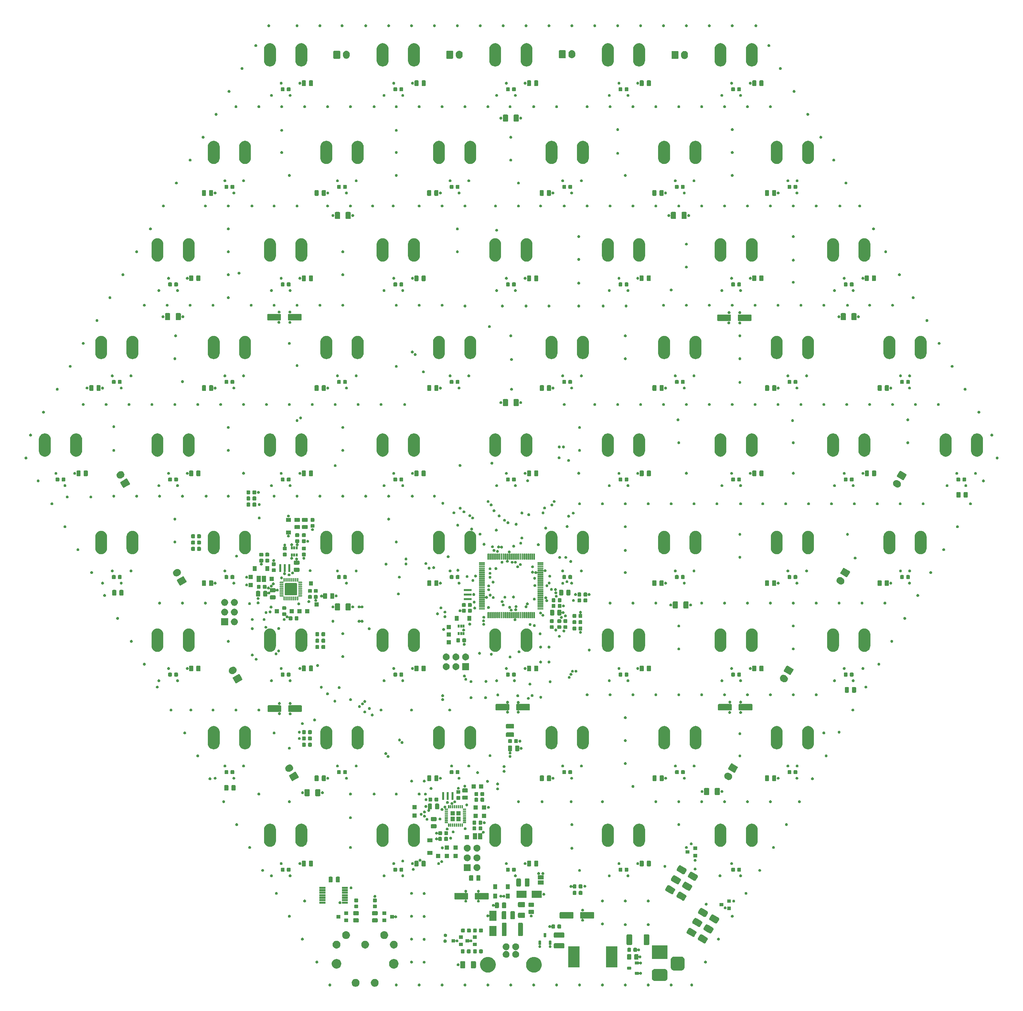
<source format=gbr>
G04 #@! TF.GenerationSoftware,KiCad,Pcbnew,(5.1.5)-3*
G04 #@! TF.CreationDate,2021-02-22T11:39:35-05:00*
G04 #@! TF.ProjectId,rainboard_newfighter,7261696e-626f-4617-9264-5f6e65776669,rev?*
G04 #@! TF.SameCoordinates,Original*
G04 #@! TF.FileFunction,Soldermask,Bot*
G04 #@! TF.FilePolarity,Negative*
%FSLAX46Y46*%
G04 Gerber Fmt 4.6, Leading zero omitted, Abs format (unit mm)*
G04 Created by KiCad (PCBNEW (5.1.5)-3) date 2021-02-22 11:39:35*
%MOMM*%
%LPD*%
G04 APERTURE LIST*
%ADD10C,0.100000*%
G04 APERTURE END LIST*
D10*
G36*
X-14746500Y-95954500D02*
G01*
X-15806500Y-95954500D01*
X-15806500Y-97014500D01*
X-14746500Y-97014500D01*
X-14746500Y-95954500D01*
G37*
X-14746500Y-95954500D02*
X-15806500Y-95954500D01*
X-15806500Y-97014500D01*
X-14746500Y-97014500D01*
X-14746500Y-95954500D01*
G36*
X-14746500Y-94454500D02*
G01*
X-15806500Y-94454500D01*
X-15806500Y-95514500D01*
X-14746500Y-95514500D01*
X-14746500Y-94454500D01*
G37*
X-14746500Y-94454500D02*
X-15806500Y-94454500D01*
X-15806500Y-95514500D01*
X-14746500Y-95514500D01*
X-14746500Y-94454500D01*
G36*
X-13246500Y-94454500D02*
G01*
X-14306500Y-94454500D01*
X-14306500Y-95514500D01*
X-13246500Y-95514500D01*
X-13246500Y-94454500D01*
G37*
X-13246500Y-94454500D02*
X-14306500Y-94454500D01*
X-14306500Y-95514500D01*
X-13246500Y-95514500D01*
X-13246500Y-94454500D01*
G36*
X-13246500Y-95954500D02*
G01*
X-14306500Y-95954500D01*
X-14306500Y-97014500D01*
X-13246500Y-97014500D01*
X-13246500Y-95954500D01*
G37*
X-13246500Y-95954500D02*
X-14306500Y-95954500D01*
X-14306500Y-97014500D01*
X-13246500Y-97014500D01*
X-13246500Y-95954500D01*
G36*
X-35509537Y-138422630D02*
G01*
X-35377518Y-138448890D01*
X-35190980Y-138526156D01*
X-35023100Y-138638330D01*
X-34880330Y-138781100D01*
X-34768156Y-138948980D01*
X-34690890Y-139135518D01*
X-34651500Y-139333546D01*
X-34651500Y-139535454D01*
X-34690890Y-139733482D01*
X-34768156Y-139920020D01*
X-34880330Y-140087900D01*
X-35023100Y-140230670D01*
X-35190980Y-140342844D01*
X-35377518Y-140420110D01*
X-35509537Y-140446370D01*
X-35575545Y-140459500D01*
X-35777455Y-140459500D01*
X-35843463Y-140446370D01*
X-35975482Y-140420110D01*
X-36162020Y-140342844D01*
X-36329900Y-140230670D01*
X-36472670Y-140087900D01*
X-36584844Y-139920020D01*
X-36662110Y-139733482D01*
X-36701500Y-139535454D01*
X-36701500Y-139333546D01*
X-36662110Y-139135518D01*
X-36584844Y-138948980D01*
X-36472670Y-138781100D01*
X-36329900Y-138638330D01*
X-36162020Y-138526156D01*
X-35975482Y-138448890D01*
X-35843463Y-138422630D01*
X-35777455Y-138409500D01*
X-35575545Y-138409500D01*
X-35509537Y-138422630D01*
G37*
G36*
X-40509537Y-138422630D02*
G01*
X-40377518Y-138448890D01*
X-40190980Y-138526156D01*
X-40023100Y-138638330D01*
X-39880330Y-138781100D01*
X-39768156Y-138948980D01*
X-39690890Y-139135518D01*
X-39651500Y-139333546D01*
X-39651500Y-139535454D01*
X-39690890Y-139733482D01*
X-39768156Y-139920020D01*
X-39880330Y-140087900D01*
X-40023100Y-140230670D01*
X-40190980Y-140342844D01*
X-40377518Y-140420110D01*
X-40509537Y-140446370D01*
X-40575545Y-140459500D01*
X-40777455Y-140459500D01*
X-40843463Y-140446370D01*
X-40975482Y-140420110D01*
X-41162020Y-140342844D01*
X-41329900Y-140230670D01*
X-41472670Y-140087900D01*
X-41584844Y-139920020D01*
X-41662110Y-139733482D01*
X-41701500Y-139535454D01*
X-41701500Y-139333546D01*
X-41662110Y-139135518D01*
X-41584844Y-138948980D01*
X-41472670Y-138781100D01*
X-41329900Y-138638330D01*
X-41162020Y-138526156D01*
X-40975482Y-138448890D01*
X-40843463Y-138422630D01*
X-40777455Y-138409500D01*
X-40575545Y-138409500D01*
X-40509537Y-138422630D01*
G37*
G36*
X36080694Y-139631122D02*
G01*
X36147575Y-139658825D01*
X36207766Y-139699043D01*
X36258957Y-139750234D01*
X36299175Y-139810425D01*
X36326878Y-139877306D01*
X36341000Y-139948303D01*
X36341000Y-140020697D01*
X36326878Y-140091694D01*
X36299175Y-140158575D01*
X36258957Y-140218766D01*
X36207766Y-140269957D01*
X36147575Y-140310175D01*
X36080694Y-140337878D01*
X36009697Y-140352000D01*
X35937303Y-140352000D01*
X35866306Y-140337878D01*
X35799425Y-140310175D01*
X35739234Y-140269957D01*
X35688043Y-140218766D01*
X35647825Y-140158575D01*
X35620122Y-140091694D01*
X35606000Y-140020697D01*
X35606000Y-139948303D01*
X35620122Y-139877306D01*
X35647825Y-139810425D01*
X35688043Y-139750234D01*
X35739234Y-139699043D01*
X35799425Y-139658825D01*
X35866306Y-139631122D01*
X35937303Y-139617000D01*
X36009697Y-139617000D01*
X36080694Y-139631122D01*
G37*
G36*
X80694Y-139631122D02*
G01*
X147575Y-139658825D01*
X207766Y-139699043D01*
X258957Y-139750234D01*
X299175Y-139810425D01*
X326878Y-139877306D01*
X341000Y-139948303D01*
X341000Y-140020697D01*
X326878Y-140091694D01*
X299175Y-140158575D01*
X258957Y-140218766D01*
X207766Y-140269957D01*
X147575Y-140310175D01*
X80694Y-140337878D01*
X9697Y-140352000D01*
X-62697Y-140352000D01*
X-133694Y-140337878D01*
X-200575Y-140310175D01*
X-260766Y-140269957D01*
X-311957Y-140218766D01*
X-352175Y-140158575D01*
X-379878Y-140091694D01*
X-394000Y-140020697D01*
X-394000Y-139948303D01*
X-379878Y-139877306D01*
X-352175Y-139810425D01*
X-311957Y-139750234D01*
X-260766Y-139699043D01*
X-200575Y-139658825D01*
X-133694Y-139631122D01*
X-62697Y-139617000D01*
X9697Y-139617000D01*
X80694Y-139631122D01*
G37*
G36*
X24080694Y-139631122D02*
G01*
X24147575Y-139658825D01*
X24207766Y-139699043D01*
X24258957Y-139750234D01*
X24299175Y-139810425D01*
X24326878Y-139877306D01*
X24341000Y-139948303D01*
X24341000Y-140020697D01*
X24326878Y-140091694D01*
X24299175Y-140158575D01*
X24258957Y-140218766D01*
X24207766Y-140269957D01*
X24147575Y-140310175D01*
X24080694Y-140337878D01*
X24009697Y-140352000D01*
X23937303Y-140352000D01*
X23866306Y-140337878D01*
X23799425Y-140310175D01*
X23739234Y-140269957D01*
X23688043Y-140218766D01*
X23647825Y-140158575D01*
X23620122Y-140091694D01*
X23606000Y-140020697D01*
X23606000Y-139948303D01*
X23620122Y-139877306D01*
X23647825Y-139810425D01*
X23688043Y-139750234D01*
X23739234Y-139699043D01*
X23799425Y-139658825D01*
X23866306Y-139631122D01*
X23937303Y-139617000D01*
X24009697Y-139617000D01*
X24080694Y-139631122D01*
G37*
G36*
X18080694Y-139631122D02*
G01*
X18147575Y-139658825D01*
X18207766Y-139699043D01*
X18258957Y-139750234D01*
X18299175Y-139810425D01*
X18326878Y-139877306D01*
X18341000Y-139948303D01*
X18341000Y-140020697D01*
X18326878Y-140091694D01*
X18299175Y-140158575D01*
X18258957Y-140218766D01*
X18207766Y-140269957D01*
X18147575Y-140310175D01*
X18080694Y-140337878D01*
X18009697Y-140352000D01*
X17937303Y-140352000D01*
X17866306Y-140337878D01*
X17799425Y-140310175D01*
X17739234Y-140269957D01*
X17688043Y-140218766D01*
X17647825Y-140158575D01*
X17620122Y-140091694D01*
X17606000Y-140020697D01*
X17606000Y-139948303D01*
X17620122Y-139877306D01*
X17647825Y-139810425D01*
X17688043Y-139750234D01*
X17739234Y-139699043D01*
X17799425Y-139658825D01*
X17866306Y-139631122D01*
X17937303Y-139617000D01*
X18009697Y-139617000D01*
X18080694Y-139631122D01*
G37*
G36*
X12080694Y-139631122D02*
G01*
X12147575Y-139658825D01*
X12207766Y-139699043D01*
X12258957Y-139750234D01*
X12299175Y-139810425D01*
X12326878Y-139877306D01*
X12341000Y-139948303D01*
X12341000Y-140020697D01*
X12326878Y-140091694D01*
X12299175Y-140158575D01*
X12258957Y-140218766D01*
X12207766Y-140269957D01*
X12147575Y-140310175D01*
X12080694Y-140337878D01*
X12009697Y-140352000D01*
X11937303Y-140352000D01*
X11866306Y-140337878D01*
X11799425Y-140310175D01*
X11739234Y-140269957D01*
X11688043Y-140218766D01*
X11647825Y-140158575D01*
X11620122Y-140091694D01*
X11606000Y-140020697D01*
X11606000Y-139948303D01*
X11620122Y-139877306D01*
X11647825Y-139810425D01*
X11688043Y-139750234D01*
X11739234Y-139699043D01*
X11799425Y-139658825D01*
X11866306Y-139631122D01*
X11937303Y-139617000D01*
X12009697Y-139617000D01*
X12080694Y-139631122D01*
G37*
G36*
X6080694Y-139631122D02*
G01*
X6147575Y-139658825D01*
X6207766Y-139699043D01*
X6258957Y-139750234D01*
X6299175Y-139810425D01*
X6326878Y-139877306D01*
X6341000Y-139948303D01*
X6341000Y-140020697D01*
X6326878Y-140091694D01*
X6299175Y-140158575D01*
X6258957Y-140218766D01*
X6207766Y-140269957D01*
X6147575Y-140310175D01*
X6080694Y-140337878D01*
X6009697Y-140352000D01*
X5937303Y-140352000D01*
X5866306Y-140337878D01*
X5799425Y-140310175D01*
X5739234Y-140269957D01*
X5688043Y-140218766D01*
X5647825Y-140158575D01*
X5620122Y-140091694D01*
X5606000Y-140020697D01*
X5606000Y-139948303D01*
X5620122Y-139877306D01*
X5647825Y-139810425D01*
X5688043Y-139750234D01*
X5739234Y-139699043D01*
X5799425Y-139658825D01*
X5866306Y-139631122D01*
X5937303Y-139617000D01*
X6009697Y-139617000D01*
X6080694Y-139631122D01*
G37*
G36*
X30080694Y-139631122D02*
G01*
X30147575Y-139658825D01*
X30207766Y-139699043D01*
X30258957Y-139750234D01*
X30299175Y-139810425D01*
X30326878Y-139877306D01*
X30341000Y-139948303D01*
X30341000Y-140020697D01*
X30326878Y-140091694D01*
X30299175Y-140158575D01*
X30258957Y-140218766D01*
X30207766Y-140269957D01*
X30147575Y-140310175D01*
X30080694Y-140337878D01*
X30009697Y-140352000D01*
X29937303Y-140352000D01*
X29866306Y-140337878D01*
X29799425Y-140310175D01*
X29739234Y-140269957D01*
X29688043Y-140218766D01*
X29647825Y-140158575D01*
X29620122Y-140091694D01*
X29606000Y-140020697D01*
X29606000Y-139948303D01*
X29620122Y-139877306D01*
X29647825Y-139810425D01*
X29688043Y-139750234D01*
X29739234Y-139699043D01*
X29799425Y-139658825D01*
X29866306Y-139631122D01*
X29937303Y-139617000D01*
X30009697Y-139617000D01*
X30080694Y-139631122D01*
G37*
G36*
X-5919306Y-139631122D02*
G01*
X-5852425Y-139658825D01*
X-5792234Y-139699043D01*
X-5741043Y-139750234D01*
X-5700825Y-139810425D01*
X-5673122Y-139877306D01*
X-5659000Y-139948303D01*
X-5659000Y-140020697D01*
X-5673122Y-140091694D01*
X-5700825Y-140158575D01*
X-5741043Y-140218766D01*
X-5792234Y-140269957D01*
X-5852425Y-140310175D01*
X-5919306Y-140337878D01*
X-5990303Y-140352000D01*
X-6062697Y-140352000D01*
X-6133694Y-140337878D01*
X-6200575Y-140310175D01*
X-6260766Y-140269957D01*
X-6311957Y-140218766D01*
X-6352175Y-140158575D01*
X-6379878Y-140091694D01*
X-6394000Y-140020697D01*
X-6394000Y-139948303D01*
X-6379878Y-139877306D01*
X-6352175Y-139810425D01*
X-6311957Y-139750234D01*
X-6260766Y-139699043D01*
X-6200575Y-139658825D01*
X-6133694Y-139631122D01*
X-6062697Y-139617000D01*
X-5990303Y-139617000D01*
X-5919306Y-139631122D01*
G37*
G36*
X-17919306Y-139631122D02*
G01*
X-17852425Y-139658825D01*
X-17792234Y-139699043D01*
X-17741043Y-139750234D01*
X-17700825Y-139810425D01*
X-17673122Y-139877306D01*
X-17659000Y-139948303D01*
X-17659000Y-140020697D01*
X-17673122Y-140091694D01*
X-17700825Y-140158575D01*
X-17741043Y-140218766D01*
X-17792234Y-140269957D01*
X-17852425Y-140310175D01*
X-17919306Y-140337878D01*
X-17990303Y-140352000D01*
X-18062697Y-140352000D01*
X-18133694Y-140337878D01*
X-18200575Y-140310175D01*
X-18260766Y-140269957D01*
X-18311957Y-140218766D01*
X-18352175Y-140158575D01*
X-18379878Y-140091694D01*
X-18394000Y-140020697D01*
X-18394000Y-139948303D01*
X-18379878Y-139877306D01*
X-18352175Y-139810425D01*
X-18311957Y-139750234D01*
X-18260766Y-139699043D01*
X-18200575Y-139658825D01*
X-18133694Y-139631122D01*
X-18062697Y-139617000D01*
X-17990303Y-139617000D01*
X-17919306Y-139631122D01*
G37*
G36*
X-23919306Y-139631122D02*
G01*
X-23852425Y-139658825D01*
X-23792234Y-139699043D01*
X-23741043Y-139750234D01*
X-23700825Y-139810425D01*
X-23673122Y-139877306D01*
X-23659000Y-139948303D01*
X-23659000Y-140020697D01*
X-23673122Y-140091694D01*
X-23700825Y-140158575D01*
X-23741043Y-140218766D01*
X-23792234Y-140269957D01*
X-23852425Y-140310175D01*
X-23919306Y-140337878D01*
X-23990303Y-140352000D01*
X-24062697Y-140352000D01*
X-24133694Y-140337878D01*
X-24200575Y-140310175D01*
X-24260766Y-140269957D01*
X-24311957Y-140218766D01*
X-24352175Y-140158575D01*
X-24379878Y-140091694D01*
X-24394000Y-140020697D01*
X-24394000Y-139948303D01*
X-24379878Y-139877306D01*
X-24352175Y-139810425D01*
X-24311957Y-139750234D01*
X-24260766Y-139699043D01*
X-24200575Y-139658825D01*
X-24133694Y-139631122D01*
X-24062697Y-139617000D01*
X-23990303Y-139617000D01*
X-23919306Y-139631122D01*
G37*
G36*
X-29919306Y-139631122D02*
G01*
X-29852425Y-139658825D01*
X-29792234Y-139699043D01*
X-29741043Y-139750234D01*
X-29700825Y-139810425D01*
X-29673122Y-139877306D01*
X-29659000Y-139948303D01*
X-29659000Y-140020697D01*
X-29673122Y-140091694D01*
X-29700825Y-140158575D01*
X-29741043Y-140218766D01*
X-29792234Y-140269957D01*
X-29852425Y-140310175D01*
X-29919306Y-140337878D01*
X-29990303Y-140352000D01*
X-30062697Y-140352000D01*
X-30133694Y-140337878D01*
X-30200575Y-140310175D01*
X-30260766Y-140269957D01*
X-30311957Y-140218766D01*
X-30352175Y-140158575D01*
X-30379878Y-140091694D01*
X-30394000Y-140020697D01*
X-30394000Y-139948303D01*
X-30379878Y-139877306D01*
X-30352175Y-139810425D01*
X-30311957Y-139750234D01*
X-30260766Y-139699043D01*
X-30200575Y-139658825D01*
X-30133694Y-139631122D01*
X-30062697Y-139617000D01*
X-29990303Y-139617000D01*
X-29919306Y-139631122D01*
G37*
G36*
X-47319306Y-139631122D02*
G01*
X-47252425Y-139658825D01*
X-47192234Y-139699043D01*
X-47141043Y-139750234D01*
X-47100825Y-139810425D01*
X-47073122Y-139877306D01*
X-47059000Y-139948303D01*
X-47059000Y-140020697D01*
X-47073122Y-140091694D01*
X-47100825Y-140158575D01*
X-47141043Y-140218766D01*
X-47192234Y-140269957D01*
X-47252425Y-140310175D01*
X-47319306Y-140337878D01*
X-47390303Y-140352000D01*
X-47462697Y-140352000D01*
X-47533694Y-140337878D01*
X-47600575Y-140310175D01*
X-47660766Y-140269957D01*
X-47711957Y-140218766D01*
X-47752175Y-140158575D01*
X-47779878Y-140091694D01*
X-47794000Y-140020697D01*
X-47794000Y-139948303D01*
X-47779878Y-139877306D01*
X-47752175Y-139810425D01*
X-47711957Y-139750234D01*
X-47660766Y-139699043D01*
X-47600575Y-139658825D01*
X-47533694Y-139631122D01*
X-47462697Y-139617000D01*
X-47390303Y-139617000D01*
X-47319306Y-139631122D01*
G37*
G36*
X47480694Y-139631122D02*
G01*
X47547575Y-139658825D01*
X47607766Y-139699043D01*
X47658957Y-139750234D01*
X47699175Y-139810425D01*
X47726878Y-139877306D01*
X47741000Y-139948303D01*
X47741000Y-140020697D01*
X47726878Y-140091694D01*
X47699175Y-140158575D01*
X47658957Y-140218766D01*
X47607766Y-140269957D01*
X47547575Y-140310175D01*
X47480694Y-140337878D01*
X47409697Y-140352000D01*
X47337303Y-140352000D01*
X47266306Y-140337878D01*
X47199425Y-140310175D01*
X47139234Y-140269957D01*
X47088043Y-140218766D01*
X47047825Y-140158575D01*
X47020122Y-140091694D01*
X47006000Y-140020697D01*
X47006000Y-139948303D01*
X47020122Y-139877306D01*
X47047825Y-139810425D01*
X47088043Y-139750234D01*
X47139234Y-139699043D01*
X47199425Y-139658825D01*
X47266306Y-139631122D01*
X47337303Y-139617000D01*
X47409697Y-139617000D01*
X47480694Y-139631122D01*
G37*
G36*
X42080694Y-139631122D02*
G01*
X42147575Y-139658825D01*
X42207766Y-139699043D01*
X42258957Y-139750234D01*
X42299175Y-139810425D01*
X42326878Y-139877306D01*
X42341000Y-139948303D01*
X42341000Y-140020697D01*
X42326878Y-140091694D01*
X42299175Y-140158575D01*
X42258957Y-140218766D01*
X42207766Y-140269957D01*
X42147575Y-140310175D01*
X42080694Y-140337878D01*
X42009697Y-140352000D01*
X41937303Y-140352000D01*
X41866306Y-140337878D01*
X41799425Y-140310175D01*
X41739234Y-140269957D01*
X41688043Y-140218766D01*
X41647825Y-140158575D01*
X41620122Y-140091694D01*
X41606000Y-140020697D01*
X41606000Y-139948303D01*
X41620122Y-139877306D01*
X41647825Y-139810425D01*
X41688043Y-139750234D01*
X41739234Y-139699043D01*
X41799425Y-139658825D01*
X41866306Y-139631122D01*
X41937303Y-139617000D01*
X42009697Y-139617000D01*
X42080694Y-139631122D01*
G37*
G36*
X-11919306Y-139631122D02*
G01*
X-11852425Y-139658825D01*
X-11792234Y-139699043D01*
X-11741043Y-139750234D01*
X-11700825Y-139810425D01*
X-11673122Y-139877306D01*
X-11659000Y-139948303D01*
X-11659000Y-140020697D01*
X-11673122Y-140091694D01*
X-11700825Y-140158575D01*
X-11741043Y-140218766D01*
X-11792234Y-140269957D01*
X-11852425Y-140310175D01*
X-11919306Y-140337878D01*
X-11990303Y-140352000D01*
X-12062697Y-140352000D01*
X-12133694Y-140337878D01*
X-12200575Y-140310175D01*
X-12260766Y-140269957D01*
X-12311957Y-140218766D01*
X-12352175Y-140158575D01*
X-12379878Y-140091694D01*
X-12394000Y-140020697D01*
X-12394000Y-139948303D01*
X-12379878Y-139877306D01*
X-12352175Y-139810425D01*
X-12311957Y-139750234D01*
X-12260766Y-139699043D01*
X-12200575Y-139658825D01*
X-12133694Y-139631122D01*
X-12062697Y-139617000D01*
X-11990303Y-139617000D01*
X-11919306Y-139631122D01*
G37*
G36*
X40419770Y-135849148D02*
G01*
X40560421Y-135891814D01*
X40690042Y-135961097D01*
X40803659Y-136054341D01*
X40896903Y-136167958D01*
X40966186Y-136297579D01*
X41008852Y-136438230D01*
X41023500Y-136586954D01*
X41023500Y-138182046D01*
X41008852Y-138330770D01*
X40966186Y-138471421D01*
X40896903Y-138601042D01*
X40803659Y-138714659D01*
X40690042Y-138807903D01*
X40560421Y-138877186D01*
X40419770Y-138919852D01*
X40271046Y-138934500D01*
X37675954Y-138934500D01*
X37527230Y-138919852D01*
X37386579Y-138877186D01*
X37256958Y-138807903D01*
X37143341Y-138714659D01*
X37050097Y-138601042D01*
X36980814Y-138471421D01*
X36938148Y-138330770D01*
X36923500Y-138182046D01*
X36923500Y-136586954D01*
X36938148Y-136438230D01*
X36980814Y-136297579D01*
X37050097Y-136167958D01*
X37143341Y-136054341D01*
X37256958Y-135961097D01*
X37386579Y-135891814D01*
X37527230Y-135849148D01*
X37675954Y-135834500D01*
X40271046Y-135834500D01*
X40419770Y-135849148D01*
G37*
G36*
X34080694Y-136581122D02*
G01*
X34147575Y-136608825D01*
X34207766Y-136649043D01*
X34258957Y-136700234D01*
X34299175Y-136760425D01*
X34326878Y-136827306D01*
X34341000Y-136898303D01*
X34341000Y-136970697D01*
X34326878Y-137041694D01*
X34299175Y-137108575D01*
X34258957Y-137168766D01*
X34207766Y-137219957D01*
X34147575Y-137260175D01*
X34080694Y-137287878D01*
X34009697Y-137302000D01*
X33937303Y-137302000D01*
X33866306Y-137287878D01*
X33799425Y-137260175D01*
X33739234Y-137219957D01*
X33688043Y-137168766D01*
X33647825Y-137108575D01*
X33629692Y-137064798D01*
X33625072Y-137056154D01*
X33618854Y-137048577D01*
X33611277Y-137042359D01*
X33602633Y-137037739D01*
X33593253Y-137034894D01*
X33583499Y-137033933D01*
X33573745Y-137034894D01*
X33564365Y-137037739D01*
X33555721Y-137042359D01*
X33548144Y-137048577D01*
X33541926Y-137056154D01*
X33537306Y-137064798D01*
X33534461Y-137074178D01*
X33533500Y-137083932D01*
X33533500Y-137130404D01*
X33530157Y-137164346D01*
X33520973Y-137194621D01*
X33506056Y-137222529D01*
X33485986Y-137246986D01*
X33461529Y-137267056D01*
X33433621Y-137281973D01*
X33403346Y-137291157D01*
X33369404Y-137294500D01*
X32587596Y-137294500D01*
X32553654Y-137291157D01*
X32523379Y-137281973D01*
X32495471Y-137267056D01*
X32471014Y-137246986D01*
X32450944Y-137222529D01*
X32436027Y-137194621D01*
X32426843Y-137164346D01*
X32423500Y-137130404D01*
X32423500Y-136738596D01*
X32426843Y-136704654D01*
X32436027Y-136674379D01*
X32450944Y-136646471D01*
X32471014Y-136622014D01*
X32495471Y-136601944D01*
X32523379Y-136587027D01*
X32553654Y-136577843D01*
X32587596Y-136574500D01*
X33369404Y-136574500D01*
X33403346Y-136577843D01*
X33433621Y-136587027D01*
X33461529Y-136601944D01*
X33485986Y-136622014D01*
X33506056Y-136646471D01*
X33520973Y-136674379D01*
X33530157Y-136704654D01*
X33533500Y-136738596D01*
X33533500Y-136785068D01*
X33534461Y-136794822D01*
X33537306Y-136804202D01*
X33541926Y-136812846D01*
X33548144Y-136820423D01*
X33555721Y-136826641D01*
X33564365Y-136831261D01*
X33573745Y-136834106D01*
X33583499Y-136835067D01*
X33593253Y-136834106D01*
X33602633Y-136831261D01*
X33611277Y-136826641D01*
X33618854Y-136820423D01*
X33625072Y-136812846D01*
X33629692Y-136804202D01*
X33647825Y-136760425D01*
X33688043Y-136700234D01*
X33739234Y-136649043D01*
X33799425Y-136608825D01*
X33866306Y-136581122D01*
X33937303Y-136567000D01*
X34009697Y-136567000D01*
X34080694Y-136581122D01*
G37*
G36*
X-5621644Y-132683576D02*
G01*
X-5422037Y-132723280D01*
X-5211736Y-132810390D01*
X-5048962Y-132877813D01*
X-4985891Y-132919956D01*
X-4713201Y-133102161D01*
X-4427661Y-133387701D01*
X-4314726Y-133556721D01*
X-4203313Y-133723462D01*
X-4146250Y-133861224D01*
X-4048780Y-134096537D01*
X-4026335Y-134209375D01*
X-3970000Y-134492591D01*
X-3970000Y-134896409D01*
X-3992630Y-135010175D01*
X-4048780Y-135292463D01*
X-4130398Y-135489504D01*
X-4203313Y-135665538D01*
X-4280064Y-135780404D01*
X-4427661Y-136001299D01*
X-4713201Y-136286839D01*
X-4729275Y-136297579D01*
X-5048962Y-136511187D01*
X-5183707Y-136567000D01*
X-5422037Y-136665720D01*
X-5595547Y-136700233D01*
X-5818091Y-136744500D01*
X-6221909Y-136744500D01*
X-6444453Y-136700233D01*
X-6617963Y-136665720D01*
X-6856293Y-136567000D01*
X-6991038Y-136511187D01*
X-7310725Y-136297579D01*
X-7326799Y-136286839D01*
X-7612339Y-136001299D01*
X-7759936Y-135780404D01*
X-7836687Y-135665538D01*
X-7909602Y-135489504D01*
X-7991220Y-135292463D01*
X-8047370Y-135010175D01*
X-8070000Y-134896409D01*
X-8070000Y-134492591D01*
X-8013665Y-134209375D01*
X-7991220Y-134096537D01*
X-7893750Y-133861224D01*
X-7836687Y-133723462D01*
X-7725274Y-133556721D01*
X-7612339Y-133387701D01*
X-7326799Y-133102161D01*
X-7054109Y-132919956D01*
X-6991038Y-132877813D01*
X-6828264Y-132810390D01*
X-6617963Y-132723280D01*
X-6418356Y-132683576D01*
X-6221909Y-132644500D01*
X-5818091Y-132644500D01*
X-5621644Y-132683576D01*
G37*
G36*
X6418356Y-132683576D02*
G01*
X6617963Y-132723280D01*
X6828264Y-132810390D01*
X6991038Y-132877813D01*
X7054109Y-132919956D01*
X7326799Y-133102161D01*
X7612339Y-133387701D01*
X7725274Y-133556721D01*
X7836687Y-133723462D01*
X7893750Y-133861224D01*
X7991220Y-134096537D01*
X8013665Y-134209375D01*
X8070000Y-134492591D01*
X8070000Y-134896409D01*
X8047370Y-135010175D01*
X7991220Y-135292463D01*
X7909602Y-135489504D01*
X7836687Y-135665538D01*
X7759936Y-135780404D01*
X7612339Y-136001299D01*
X7326799Y-136286839D01*
X7310725Y-136297579D01*
X6991038Y-136511187D01*
X6856293Y-136567000D01*
X6617963Y-136665720D01*
X6444453Y-136700233D01*
X6221909Y-136744500D01*
X5818091Y-136744500D01*
X5595547Y-136700233D01*
X5422037Y-136665720D01*
X5183707Y-136567000D01*
X5048962Y-136511187D01*
X4729275Y-136297579D01*
X4713201Y-136286839D01*
X4427661Y-136001299D01*
X4280064Y-135780404D01*
X4203313Y-135665538D01*
X4130398Y-135489504D01*
X4048780Y-135292463D01*
X3992630Y-135010175D01*
X3970000Y-134896409D01*
X3970000Y-134492591D01*
X4026335Y-134209375D01*
X4048780Y-134096537D01*
X4146250Y-133861224D01*
X4203313Y-133723462D01*
X4314726Y-133556721D01*
X4427661Y-133387701D01*
X4713201Y-133102161D01*
X4985891Y-132919956D01*
X5048962Y-132877813D01*
X5211736Y-132810390D01*
X5422037Y-132723280D01*
X5621644Y-132683576D01*
X5818091Y-132644500D01*
X6221909Y-132644500D01*
X6418356Y-132683576D01*
G37*
G36*
X44769156Y-132576550D02*
G01*
X44933257Y-132626329D01*
X45084487Y-132707163D01*
X45217047Y-132815953D01*
X45325837Y-132948513D01*
X45406671Y-133099743D01*
X45456450Y-133263844D01*
X45473500Y-133436954D01*
X45473500Y-135332046D01*
X45456450Y-135505156D01*
X45406671Y-135669257D01*
X45325837Y-135820487D01*
X45217047Y-135953047D01*
X45084487Y-136061837D01*
X44933257Y-136142671D01*
X44769156Y-136192450D01*
X44596046Y-136209500D01*
X42750954Y-136209500D01*
X42577844Y-136192450D01*
X42413743Y-136142671D01*
X42262513Y-136061837D01*
X42129953Y-135953047D01*
X42021163Y-135820487D01*
X41940329Y-135669257D01*
X41890550Y-135505156D01*
X41873500Y-135332046D01*
X41873500Y-133436954D01*
X41890550Y-133263844D01*
X41940329Y-133099743D01*
X42021163Y-132948513D01*
X42129953Y-132815953D01*
X42262513Y-132707163D01*
X42413743Y-132626329D01*
X42577844Y-132576550D01*
X42750954Y-132559500D01*
X44596046Y-132559500D01*
X44769156Y-132576550D01*
G37*
G36*
X31393346Y-135227843D02*
G01*
X31423621Y-135237027D01*
X31451529Y-135251944D01*
X31475986Y-135272014D01*
X31496056Y-135296471D01*
X31510973Y-135324379D01*
X31520157Y-135354654D01*
X31523500Y-135388596D01*
X31523500Y-135780404D01*
X31520157Y-135814346D01*
X31510973Y-135844621D01*
X31496056Y-135872529D01*
X31475986Y-135896986D01*
X31451529Y-135917056D01*
X31423621Y-135931973D01*
X31393346Y-135941157D01*
X31359404Y-135944500D01*
X30577596Y-135944500D01*
X30543654Y-135941157D01*
X30513379Y-135931973D01*
X30485471Y-135917056D01*
X30461014Y-135896986D01*
X30440944Y-135872529D01*
X30426027Y-135844621D01*
X30416843Y-135814346D01*
X30413500Y-135780404D01*
X30413500Y-135388596D01*
X30416843Y-135354654D01*
X30426027Y-135324379D01*
X30440944Y-135296471D01*
X30461014Y-135272014D01*
X30485471Y-135251944D01*
X30513379Y-135237027D01*
X30543654Y-135227843D01*
X30577596Y-135224500D01*
X31359404Y-135224500D01*
X31393346Y-135227843D01*
G37*
G36*
X-45311890Y-133232536D02*
G01*
X-45117789Y-133312936D01*
X-45084403Y-133326765D01*
X-45005725Y-133379336D01*
X-44879673Y-133463561D01*
X-44705561Y-133637673D01*
X-44568764Y-133842405D01*
X-44474536Y-134069890D01*
X-44426500Y-134311384D01*
X-44426500Y-134557616D01*
X-44474536Y-134799110D01*
X-44568764Y-135026595D01*
X-44705561Y-135231327D01*
X-44879673Y-135405439D01*
X-44963202Y-135461251D01*
X-45084403Y-135542235D01*
X-45084404Y-135542236D01*
X-45084405Y-135542236D01*
X-45311890Y-135636464D01*
X-45553384Y-135684500D01*
X-45799616Y-135684500D01*
X-46041110Y-135636464D01*
X-46268595Y-135542236D01*
X-46268596Y-135542236D01*
X-46268597Y-135542235D01*
X-46389798Y-135461251D01*
X-46473327Y-135405439D01*
X-46647439Y-135231327D01*
X-46784236Y-135026595D01*
X-46878464Y-134799110D01*
X-46926500Y-134557616D01*
X-46926500Y-134311384D01*
X-46878464Y-134069890D01*
X-46784236Y-133842405D01*
X-46647439Y-133637673D01*
X-46473327Y-133463561D01*
X-46347275Y-133379336D01*
X-46268597Y-133326765D01*
X-46235211Y-133312936D01*
X-46041110Y-133232536D01*
X-45799616Y-133184500D01*
X-45553384Y-133184500D01*
X-45311890Y-133232536D01*
G37*
G36*
X-30311890Y-133232536D02*
G01*
X-30117789Y-133312936D01*
X-30084403Y-133326765D01*
X-30005725Y-133379336D01*
X-29879673Y-133463561D01*
X-29705561Y-133637673D01*
X-29568764Y-133842405D01*
X-29474536Y-134069890D01*
X-29426500Y-134311384D01*
X-29426500Y-134557616D01*
X-29474536Y-134799110D01*
X-29568764Y-135026595D01*
X-29705561Y-135231327D01*
X-29879673Y-135405439D01*
X-29963202Y-135461251D01*
X-30084403Y-135542235D01*
X-30084404Y-135542236D01*
X-30084405Y-135542236D01*
X-30311890Y-135636464D01*
X-30553384Y-135684500D01*
X-30799616Y-135684500D01*
X-31041110Y-135636464D01*
X-31268595Y-135542236D01*
X-31268596Y-135542236D01*
X-31268597Y-135542235D01*
X-31389798Y-135461251D01*
X-31473327Y-135405439D01*
X-31647439Y-135231327D01*
X-31784236Y-135026595D01*
X-31878464Y-134799110D01*
X-31926500Y-134557616D01*
X-31926500Y-134311384D01*
X-31878464Y-134069890D01*
X-31784236Y-133842405D01*
X-31647439Y-133637673D01*
X-31473327Y-133463561D01*
X-31347275Y-133379336D01*
X-31268597Y-133326765D01*
X-31235211Y-133312936D01*
X-31041110Y-133232536D01*
X-30799616Y-133184500D01*
X-30553384Y-133184500D01*
X-30311890Y-133232536D01*
G37*
G36*
X-9344726Y-133764348D02*
G01*
X-9299749Y-133777992D01*
X-9258298Y-133800149D01*
X-9221966Y-133829966D01*
X-9192149Y-133866298D01*
X-9169992Y-133907749D01*
X-9156348Y-133952726D01*
X-9151500Y-134001954D01*
X-9151500Y-135367046D01*
X-9156348Y-135416274D01*
X-9169992Y-135461251D01*
X-9192149Y-135502702D01*
X-9221966Y-135539034D01*
X-9258298Y-135568851D01*
X-9299749Y-135591008D01*
X-9344726Y-135604652D01*
X-9393954Y-135609500D01*
X-10259046Y-135609500D01*
X-10308274Y-135604652D01*
X-10353251Y-135591008D01*
X-10394702Y-135568851D01*
X-10431034Y-135539034D01*
X-10460851Y-135502702D01*
X-10483008Y-135461251D01*
X-10496652Y-135416274D01*
X-10501500Y-135367046D01*
X-10501500Y-134001954D01*
X-10496652Y-133952726D01*
X-10483008Y-133907749D01*
X-10460851Y-133866298D01*
X-10431034Y-133829966D01*
X-10394702Y-133800149D01*
X-10353251Y-133777992D01*
X-10308274Y-133764348D01*
X-10259046Y-133759500D01*
X-9393954Y-133759500D01*
X-9344726Y-133764348D01*
G37*
G36*
X-12144726Y-133764348D02*
G01*
X-12099749Y-133777992D01*
X-12058298Y-133800149D01*
X-12021966Y-133829966D01*
X-11992149Y-133866298D01*
X-11969992Y-133907749D01*
X-11956348Y-133952726D01*
X-11951500Y-134001954D01*
X-11951500Y-135367046D01*
X-11956348Y-135416274D01*
X-11969992Y-135461251D01*
X-11992149Y-135502702D01*
X-12021966Y-135539034D01*
X-12058298Y-135568851D01*
X-12099749Y-135591008D01*
X-12144726Y-135604652D01*
X-12193954Y-135609500D01*
X-13059046Y-135609500D01*
X-13108274Y-135604652D01*
X-13153251Y-135591008D01*
X-13194702Y-135568851D01*
X-13231034Y-135539034D01*
X-13260851Y-135502702D01*
X-13283008Y-135461251D01*
X-13296652Y-135416274D01*
X-13301500Y-135367046D01*
X-13301500Y-134001954D01*
X-13296652Y-133952726D01*
X-13283008Y-133907749D01*
X-13260851Y-133866298D01*
X-13231034Y-133829966D01*
X-13194702Y-133800149D01*
X-13153251Y-133777992D01*
X-13108274Y-133764348D01*
X-13059046Y-133759500D01*
X-12193954Y-133759500D01*
X-12144726Y-133764348D01*
G37*
G36*
X27923500Y-135384500D02*
G01*
X24923500Y-135384500D01*
X24923500Y-129884500D01*
X27923500Y-129884500D01*
X27923500Y-135384500D01*
G37*
G36*
X18023500Y-135384500D02*
G01*
X15023500Y-135384500D01*
X15023500Y-129884500D01*
X18023500Y-129884500D01*
X18023500Y-135384500D01*
G37*
G36*
X-13719306Y-134331122D02*
G01*
X-13652425Y-134358825D01*
X-13592234Y-134399043D01*
X-13541043Y-134450234D01*
X-13500825Y-134510425D01*
X-13473122Y-134577306D01*
X-13459000Y-134648303D01*
X-13459000Y-134720697D01*
X-13473122Y-134791694D01*
X-13500825Y-134858575D01*
X-13541043Y-134918766D01*
X-13592234Y-134969957D01*
X-13652425Y-135010175D01*
X-13719306Y-135037878D01*
X-13790303Y-135052000D01*
X-13862697Y-135052000D01*
X-13933694Y-135037878D01*
X-14000575Y-135010175D01*
X-14060766Y-134969957D01*
X-14111957Y-134918766D01*
X-14152175Y-134858575D01*
X-14179878Y-134791694D01*
X-14194000Y-134720697D01*
X-14194000Y-134648303D01*
X-14179878Y-134577306D01*
X-14152175Y-134510425D01*
X-14111957Y-134450234D01*
X-14060766Y-134399043D01*
X-14000575Y-134358825D01*
X-13933694Y-134331122D01*
X-13862697Y-134317000D01*
X-13790303Y-134317000D01*
X-13719306Y-134331122D01*
G37*
G36*
X34080694Y-133881122D02*
G01*
X34147575Y-133908825D01*
X34207766Y-133949043D01*
X34258957Y-134000234D01*
X34299175Y-134060425D01*
X34326878Y-134127306D01*
X34341000Y-134198303D01*
X34341000Y-134270697D01*
X34326878Y-134341694D01*
X34299175Y-134408575D01*
X34258957Y-134468766D01*
X34207766Y-134519957D01*
X34147575Y-134560175D01*
X34080694Y-134587878D01*
X34009697Y-134602000D01*
X33937303Y-134602000D01*
X33866306Y-134587878D01*
X33799425Y-134560175D01*
X33739234Y-134519957D01*
X33688043Y-134468766D01*
X33647825Y-134408575D01*
X33629692Y-134364798D01*
X33625072Y-134356154D01*
X33618854Y-134348577D01*
X33611277Y-134342359D01*
X33602633Y-134337739D01*
X33593253Y-134334894D01*
X33583499Y-134333933D01*
X33573745Y-134334894D01*
X33564365Y-134337739D01*
X33555721Y-134342359D01*
X33548144Y-134348577D01*
X33541926Y-134356154D01*
X33537306Y-134364798D01*
X33534461Y-134374178D01*
X33533500Y-134383932D01*
X33533500Y-134430404D01*
X33530157Y-134464346D01*
X33520973Y-134494621D01*
X33506056Y-134522529D01*
X33485986Y-134546986D01*
X33461529Y-134567056D01*
X33433621Y-134581973D01*
X33403346Y-134591157D01*
X33369404Y-134594500D01*
X32587596Y-134594500D01*
X32553654Y-134591157D01*
X32523379Y-134581973D01*
X32495471Y-134567056D01*
X32471014Y-134546986D01*
X32450944Y-134522529D01*
X32436027Y-134494621D01*
X32426843Y-134464346D01*
X32423500Y-134430404D01*
X32423500Y-134038596D01*
X32426843Y-134004654D01*
X32436027Y-133974379D01*
X32450944Y-133946471D01*
X32471014Y-133922014D01*
X32495471Y-133901944D01*
X32523379Y-133887027D01*
X32553654Y-133877843D01*
X32587596Y-133874500D01*
X33369404Y-133874500D01*
X33403346Y-133877843D01*
X33433621Y-133887027D01*
X33461529Y-133901944D01*
X33485986Y-133922014D01*
X33506056Y-133946471D01*
X33520973Y-133974379D01*
X33530157Y-134004654D01*
X33533500Y-134038596D01*
X33533500Y-134085068D01*
X33534461Y-134094822D01*
X33537306Y-134104202D01*
X33541926Y-134112846D01*
X33548144Y-134120423D01*
X33555721Y-134126641D01*
X33564365Y-134131261D01*
X33573745Y-134134106D01*
X33583499Y-134135067D01*
X33593253Y-134134106D01*
X33602633Y-134131261D01*
X33611277Y-134126641D01*
X33618854Y-134120423D01*
X33625072Y-134112846D01*
X33629692Y-134104202D01*
X33647825Y-134060425D01*
X33688043Y-134000234D01*
X33739234Y-133949043D01*
X33799425Y-133908825D01*
X33866306Y-133881122D01*
X33937303Y-133867000D01*
X34009697Y-133867000D01*
X34080694Y-133881122D01*
G37*
G36*
X-22611706Y-133681922D02*
G01*
X-22544825Y-133709625D01*
X-22484634Y-133749843D01*
X-22433443Y-133801034D01*
X-22393225Y-133861225D01*
X-22365522Y-133928106D01*
X-22351400Y-133999103D01*
X-22351400Y-134071497D01*
X-22365522Y-134142494D01*
X-22393225Y-134209375D01*
X-22433443Y-134269566D01*
X-22484634Y-134320757D01*
X-22544825Y-134360975D01*
X-22611706Y-134388678D01*
X-22682703Y-134402800D01*
X-22755097Y-134402800D01*
X-22826094Y-134388678D01*
X-22892975Y-134360975D01*
X-22953166Y-134320757D01*
X-23004357Y-134269566D01*
X-23044575Y-134209375D01*
X-23072278Y-134142494D01*
X-23086400Y-134071497D01*
X-23086400Y-133999103D01*
X-23072278Y-133928106D01*
X-23044575Y-133861225D01*
X-23004357Y-133801034D01*
X-22953166Y-133749843D01*
X-22892975Y-133709625D01*
X-22826094Y-133681922D01*
X-22755097Y-133667800D01*
X-22682703Y-133667800D01*
X-22611706Y-133681922D01*
G37*
G36*
X-50719306Y-133631122D02*
G01*
X-50652425Y-133658825D01*
X-50592234Y-133699043D01*
X-50541043Y-133750234D01*
X-50500825Y-133810425D01*
X-50473122Y-133877306D01*
X-50459000Y-133948303D01*
X-50459000Y-134020697D01*
X-50473122Y-134091694D01*
X-50500825Y-134158575D01*
X-50541043Y-134218766D01*
X-50592234Y-134269957D01*
X-50652425Y-134310175D01*
X-50719306Y-134337878D01*
X-50790303Y-134352000D01*
X-50862697Y-134352000D01*
X-50933694Y-134337878D01*
X-51000575Y-134310175D01*
X-51060766Y-134269957D01*
X-51111957Y-134218766D01*
X-51152175Y-134158575D01*
X-51179878Y-134091694D01*
X-51194000Y-134020697D01*
X-51194000Y-133948303D01*
X-51179878Y-133877306D01*
X-51152175Y-133810425D01*
X-51111957Y-133750234D01*
X-51060766Y-133699043D01*
X-51000575Y-133658825D01*
X-50933694Y-133631122D01*
X-50862697Y-133617000D01*
X-50790303Y-133617000D01*
X-50719306Y-133631122D01*
G37*
G36*
X51080694Y-133631122D02*
G01*
X51147575Y-133658825D01*
X51207766Y-133699043D01*
X51258957Y-133750234D01*
X51299175Y-133810425D01*
X51326878Y-133877306D01*
X51341000Y-133948303D01*
X51341000Y-134020697D01*
X51326878Y-134091694D01*
X51299175Y-134158575D01*
X51258957Y-134218766D01*
X51207766Y-134269957D01*
X51147575Y-134310175D01*
X51080694Y-134337878D01*
X51009697Y-134352000D01*
X50937303Y-134352000D01*
X50866306Y-134337878D01*
X50799425Y-134310175D01*
X50739234Y-134269957D01*
X50688043Y-134218766D01*
X50647825Y-134158575D01*
X50620122Y-134091694D01*
X50606000Y-134020697D01*
X50606000Y-133948303D01*
X50620122Y-133877306D01*
X50647825Y-133810425D01*
X50688043Y-133750234D01*
X50739234Y-133699043D01*
X50799425Y-133658825D01*
X50866306Y-133631122D01*
X50937303Y-133617000D01*
X51009697Y-133617000D01*
X51080694Y-133631122D01*
G37*
G36*
X-25919306Y-133631122D02*
G01*
X-25852425Y-133658825D01*
X-25792234Y-133699043D01*
X-25741043Y-133750234D01*
X-25700825Y-133810425D01*
X-25673122Y-133877306D01*
X-25659000Y-133948303D01*
X-25659000Y-134020697D01*
X-25673122Y-134091694D01*
X-25700825Y-134158575D01*
X-25741043Y-134218766D01*
X-25792234Y-134269957D01*
X-25852425Y-134310175D01*
X-25919306Y-134337878D01*
X-25990303Y-134352000D01*
X-26062697Y-134352000D01*
X-26133694Y-134337878D01*
X-26200575Y-134310175D01*
X-26260766Y-134269957D01*
X-26311957Y-134218766D01*
X-26352175Y-134158575D01*
X-26379878Y-134091694D01*
X-26394000Y-134020697D01*
X-26394000Y-133948303D01*
X-26379878Y-133877306D01*
X-26352175Y-133810425D01*
X-26311957Y-133750234D01*
X-26260766Y-133699043D01*
X-26200575Y-133658825D01*
X-26133694Y-133631122D01*
X-26062697Y-133617000D01*
X-25990303Y-133617000D01*
X-25919306Y-133631122D01*
G37*
G36*
X31327255Y-131889420D02*
G01*
X31372935Y-131903277D01*
X31415035Y-131925781D01*
X31451936Y-131956064D01*
X31482219Y-131992965D01*
X31504723Y-132035065D01*
X31518580Y-132080745D01*
X31523500Y-132130703D01*
X31523500Y-133138297D01*
X31518580Y-133188255D01*
X31504723Y-133233935D01*
X31482219Y-133276035D01*
X31451936Y-133312936D01*
X31415035Y-133343219D01*
X31372935Y-133365723D01*
X31327255Y-133379580D01*
X31277297Y-133384500D01*
X30694703Y-133384500D01*
X30644745Y-133379580D01*
X30599065Y-133365723D01*
X30556965Y-133343219D01*
X30520064Y-133312936D01*
X30489781Y-133276035D01*
X30467277Y-133233935D01*
X30453420Y-133188255D01*
X30448500Y-133138297D01*
X30448500Y-132130703D01*
X30453420Y-132080745D01*
X30467277Y-132035065D01*
X30489781Y-131992965D01*
X30520064Y-131956064D01*
X30556965Y-131925781D01*
X30599065Y-131903277D01*
X30644745Y-131889420D01*
X30694703Y-131884500D01*
X31277297Y-131884500D01*
X31327255Y-131889420D01*
G37*
G36*
X33202255Y-131889420D02*
G01*
X33247935Y-131903277D01*
X33290035Y-131925781D01*
X33326936Y-131956064D01*
X33357219Y-131992965D01*
X33379723Y-132035065D01*
X33393580Y-132080745D01*
X33398500Y-132130703D01*
X33398500Y-132448855D01*
X33399461Y-132458609D01*
X33402306Y-132467989D01*
X33406926Y-132476633D01*
X33413144Y-132484210D01*
X33420721Y-132490428D01*
X33429365Y-132495048D01*
X33438745Y-132497893D01*
X33448499Y-132498854D01*
X33458253Y-132497893D01*
X33467633Y-132495048D01*
X33476277Y-132490428D01*
X33483854Y-132484210D01*
X33490072Y-132476633D01*
X33494692Y-132467988D01*
X33497824Y-132460426D01*
X33538043Y-132400234D01*
X33589234Y-132349043D01*
X33649425Y-132308825D01*
X33716306Y-132281122D01*
X33787303Y-132267000D01*
X33859697Y-132267000D01*
X33930694Y-132281122D01*
X33997575Y-132308825D01*
X34057766Y-132349043D01*
X34108957Y-132400234D01*
X34149175Y-132460425D01*
X34176878Y-132527306D01*
X34191000Y-132598303D01*
X34191000Y-132670697D01*
X34176878Y-132741694D01*
X34149175Y-132808575D01*
X34108957Y-132868766D01*
X34057766Y-132919957D01*
X33997575Y-132960175D01*
X33930694Y-132987878D01*
X33859697Y-133002000D01*
X33787303Y-133002000D01*
X33716306Y-132987878D01*
X33649425Y-132960175D01*
X33589234Y-132919957D01*
X33538043Y-132868766D01*
X33497824Y-132808574D01*
X33494692Y-132801012D01*
X33490072Y-132792368D01*
X33483854Y-132784791D01*
X33476278Y-132778573D01*
X33467633Y-132773952D01*
X33458254Y-132771107D01*
X33448500Y-132770146D01*
X33438745Y-132771107D01*
X33429366Y-132773952D01*
X33420722Y-132778572D01*
X33413145Y-132784790D01*
X33406927Y-132792366D01*
X33402306Y-132801011D01*
X33399461Y-132810390D01*
X33398500Y-132820145D01*
X33398500Y-133138297D01*
X33393580Y-133188255D01*
X33379723Y-133233935D01*
X33357219Y-133276035D01*
X33326936Y-133312936D01*
X33290035Y-133343219D01*
X33247935Y-133365723D01*
X33202255Y-133379580D01*
X33152297Y-133384500D01*
X32569703Y-133384500D01*
X32519745Y-133379580D01*
X32474065Y-133365723D01*
X32431965Y-133343219D01*
X32395064Y-133312936D01*
X32364781Y-133276035D01*
X32342277Y-133233935D01*
X32328420Y-133188255D01*
X32323500Y-133138297D01*
X32323500Y-132130703D01*
X32328420Y-132080745D01*
X32342277Y-132035065D01*
X32364781Y-131992965D01*
X32395064Y-131956064D01*
X32431965Y-131925781D01*
X32474065Y-131903277D01*
X32519745Y-131889420D01*
X32569703Y-131884500D01*
X33152297Y-131884500D01*
X33202255Y-131889420D01*
G37*
G36*
X41023500Y-133184500D02*
G01*
X36923500Y-133184500D01*
X36923500Y-129584500D01*
X41023500Y-129584500D01*
X41023500Y-133184500D01*
G37*
G36*
X1454561Y-131107557D02*
G01*
X1512520Y-131119086D01*
X1591981Y-131152000D01*
X1645988Y-131174370D01*
X1676310Y-131186930D01*
X1823717Y-131285424D01*
X1949076Y-131410783D01*
X2047570Y-131558190D01*
X2110245Y-131709500D01*
X2115414Y-131721981D01*
X2148720Y-131889420D01*
X2150000Y-131895858D01*
X2150000Y-132073142D01*
X2115414Y-132247020D01*
X2047570Y-132410810D01*
X1949076Y-132558217D01*
X1823717Y-132683576D01*
X1676310Y-132782070D01*
X1676309Y-132782071D01*
X1676308Y-132782071D01*
X1630582Y-132801011D01*
X1512520Y-132849914D01*
X1454561Y-132861443D01*
X1338644Y-132884500D01*
X1161356Y-132884500D01*
X1045439Y-132861443D01*
X987480Y-132849914D01*
X869418Y-132801011D01*
X823692Y-132782071D01*
X823691Y-132782071D01*
X823690Y-132782070D01*
X676283Y-132683576D01*
X550924Y-132558217D01*
X452430Y-132410810D01*
X384586Y-132247020D01*
X350000Y-132073142D01*
X350000Y-131895858D01*
X351281Y-131889420D01*
X384586Y-131721981D01*
X389756Y-131709500D01*
X452430Y-131558190D01*
X550924Y-131410783D01*
X676283Y-131285424D01*
X823690Y-131186930D01*
X854013Y-131174370D01*
X908019Y-131152000D01*
X987480Y-131119086D01*
X1045439Y-131107557D01*
X1161356Y-131084500D01*
X1338644Y-131084500D01*
X1454561Y-131107557D01*
G37*
G36*
X-1045439Y-131107557D02*
G01*
X-987480Y-131119086D01*
X-908019Y-131152000D01*
X-854012Y-131174370D01*
X-823690Y-131186930D01*
X-676283Y-131285424D01*
X-550924Y-131410783D01*
X-452430Y-131558190D01*
X-389755Y-131709500D01*
X-384586Y-131721981D01*
X-351280Y-131889420D01*
X-350000Y-131895858D01*
X-350000Y-132073142D01*
X-384586Y-132247020D01*
X-452430Y-132410810D01*
X-550924Y-132558217D01*
X-676283Y-132683576D01*
X-823690Y-132782070D01*
X-823691Y-132782071D01*
X-823692Y-132782071D01*
X-869418Y-132801011D01*
X-987480Y-132849914D01*
X-1045439Y-132861443D01*
X-1161356Y-132884500D01*
X-1338644Y-132884500D01*
X-1454561Y-132861443D01*
X-1512520Y-132849914D01*
X-1630582Y-132801011D01*
X-1676308Y-132782071D01*
X-1676309Y-132782071D01*
X-1676310Y-132782070D01*
X-1823717Y-132683576D01*
X-1949076Y-132558217D01*
X-2047570Y-132410810D01*
X-2115414Y-132247020D01*
X-2150000Y-132073142D01*
X-2150000Y-131895858D01*
X-2148719Y-131889420D01*
X-2115414Y-131721981D01*
X-2110244Y-131709500D01*
X-2047570Y-131558190D01*
X-1949076Y-131410783D01*
X-1823717Y-131285424D01*
X-1676310Y-131186930D01*
X-1645987Y-131174370D01*
X-1591981Y-131152000D01*
X-1512520Y-131119086D01*
X-1454561Y-131107557D01*
X-1338644Y-131084500D01*
X-1161356Y-131084500D01*
X-1045439Y-131107557D01*
G37*
G36*
X-7527621Y-130663940D02*
G01*
X-7486630Y-130676374D01*
X-7448855Y-130696565D01*
X-7415742Y-130723742D01*
X-7388565Y-130756855D01*
X-7368374Y-130794630D01*
X-7355940Y-130835621D01*
X-7351500Y-130880704D01*
X-7351500Y-131488296D01*
X-7355940Y-131533379D01*
X-7368374Y-131574370D01*
X-7388565Y-131612145D01*
X-7415742Y-131645258D01*
X-7448855Y-131672435D01*
X-7486630Y-131692626D01*
X-7527621Y-131705060D01*
X-7572704Y-131709500D01*
X-8105296Y-131709500D01*
X-8150379Y-131705060D01*
X-8191370Y-131692626D01*
X-8229145Y-131672435D01*
X-8262258Y-131645258D01*
X-8289435Y-131612145D01*
X-8309626Y-131574370D01*
X-8322060Y-131533379D01*
X-8326500Y-131488296D01*
X-8326500Y-130880704D01*
X-8322060Y-130835621D01*
X-8309626Y-130794630D01*
X-8289435Y-130756855D01*
X-8262258Y-130723742D01*
X-8229145Y-130696565D01*
X-8191370Y-130676374D01*
X-8150379Y-130663940D01*
X-8105296Y-130659500D01*
X-7572704Y-130659500D01*
X-7527621Y-130663940D01*
G37*
G36*
X-12302621Y-130663940D02*
G01*
X-12261630Y-130676374D01*
X-12223855Y-130696565D01*
X-12190742Y-130723742D01*
X-12163565Y-130756855D01*
X-12143374Y-130794630D01*
X-12130940Y-130835621D01*
X-12126500Y-130880704D01*
X-12126500Y-131488296D01*
X-12130940Y-131533379D01*
X-12143374Y-131574370D01*
X-12163565Y-131612145D01*
X-12190742Y-131645258D01*
X-12223855Y-131672435D01*
X-12261630Y-131692626D01*
X-12302621Y-131705060D01*
X-12347704Y-131709500D01*
X-12880296Y-131709500D01*
X-12925379Y-131705060D01*
X-12966370Y-131692626D01*
X-13004145Y-131672435D01*
X-13037258Y-131645258D01*
X-13064435Y-131612145D01*
X-13084626Y-131574370D01*
X-13097060Y-131533379D01*
X-13101500Y-131488296D01*
X-13101500Y-130880704D01*
X-13097060Y-130835621D01*
X-13084626Y-130794630D01*
X-13064435Y-130756855D01*
X-13037258Y-130723742D01*
X-13004145Y-130696565D01*
X-12966370Y-130676374D01*
X-12925379Y-130663940D01*
X-12880296Y-130659500D01*
X-12347704Y-130659500D01*
X-12302621Y-130663940D01*
G37*
G36*
X-10727621Y-130663940D02*
G01*
X-10686630Y-130676374D01*
X-10648855Y-130696565D01*
X-10615742Y-130723742D01*
X-10588565Y-130756855D01*
X-10568374Y-130794630D01*
X-10555940Y-130835621D01*
X-10551500Y-130880704D01*
X-10551500Y-131488296D01*
X-10555940Y-131533379D01*
X-10568374Y-131574370D01*
X-10588565Y-131612145D01*
X-10615742Y-131645258D01*
X-10648855Y-131672435D01*
X-10686630Y-131692626D01*
X-10727621Y-131705060D01*
X-10772704Y-131709500D01*
X-11305296Y-131709500D01*
X-11350379Y-131705060D01*
X-11391370Y-131692626D01*
X-11429145Y-131672435D01*
X-11462258Y-131645258D01*
X-11489435Y-131612145D01*
X-11509626Y-131574370D01*
X-11522060Y-131533379D01*
X-11526500Y-131488296D01*
X-11526500Y-130880704D01*
X-11522060Y-130835621D01*
X-11509626Y-130794630D01*
X-11489435Y-130756855D01*
X-11462258Y-130723742D01*
X-11429145Y-130696565D01*
X-11391370Y-130676374D01*
X-11350379Y-130663940D01*
X-11305296Y-130659500D01*
X-10772704Y-130659500D01*
X-10727621Y-130663940D01*
G37*
G36*
X-9102621Y-130663940D02*
G01*
X-9061630Y-130676374D01*
X-9023855Y-130696565D01*
X-8990742Y-130723742D01*
X-8963565Y-130756855D01*
X-8943374Y-130794630D01*
X-8930940Y-130835621D01*
X-8926500Y-130880704D01*
X-8926500Y-131488296D01*
X-8930940Y-131533379D01*
X-8943374Y-131574370D01*
X-8963565Y-131612145D01*
X-8990742Y-131645258D01*
X-9023855Y-131672435D01*
X-9061630Y-131692626D01*
X-9102621Y-131705060D01*
X-9147704Y-131709500D01*
X-9680296Y-131709500D01*
X-9725379Y-131705060D01*
X-9766370Y-131692626D01*
X-9804145Y-131672435D01*
X-9837258Y-131645258D01*
X-9864435Y-131612145D01*
X-9884626Y-131574370D01*
X-9897060Y-131533379D01*
X-9901500Y-131488296D01*
X-9901500Y-130880704D01*
X-9897060Y-130835621D01*
X-9884626Y-130794630D01*
X-9864435Y-130756855D01*
X-9837258Y-130723742D01*
X-9804145Y-130696565D01*
X-9766370Y-130676374D01*
X-9725379Y-130663940D01*
X-9680296Y-130659500D01*
X-9147704Y-130659500D01*
X-9102621Y-130663940D01*
G37*
G36*
X32872379Y-130263940D02*
G01*
X32913370Y-130276374D01*
X32951145Y-130296565D01*
X32984258Y-130323742D01*
X33011435Y-130356855D01*
X33031626Y-130394630D01*
X33044060Y-130435621D01*
X33048500Y-130480704D01*
X33048500Y-130598855D01*
X33049461Y-130608609D01*
X33052306Y-130617989D01*
X33056926Y-130626633D01*
X33063144Y-130634210D01*
X33070721Y-130640428D01*
X33079365Y-130645048D01*
X33088745Y-130647893D01*
X33098499Y-130648854D01*
X33108253Y-130647893D01*
X33117633Y-130645048D01*
X33126277Y-130640428D01*
X33133854Y-130634210D01*
X33140072Y-130626633D01*
X33144692Y-130617988D01*
X33147824Y-130610426D01*
X33188043Y-130550234D01*
X33239234Y-130499043D01*
X33299425Y-130458825D01*
X33366306Y-130431122D01*
X33437303Y-130417000D01*
X33509697Y-130417000D01*
X33580694Y-130431122D01*
X33647575Y-130458825D01*
X33707766Y-130499043D01*
X33758957Y-130550234D01*
X33799175Y-130610425D01*
X33826878Y-130677306D01*
X33841000Y-130748303D01*
X33841000Y-130820697D01*
X33826878Y-130891694D01*
X33799175Y-130958575D01*
X33758957Y-131018766D01*
X33707766Y-131069957D01*
X33647575Y-131110175D01*
X33580694Y-131137878D01*
X33509697Y-131152000D01*
X33437303Y-131152000D01*
X33366306Y-131137878D01*
X33299425Y-131110175D01*
X33239234Y-131069957D01*
X33188043Y-131018766D01*
X33147824Y-130958574D01*
X33144692Y-130951012D01*
X33140072Y-130942368D01*
X33133854Y-130934791D01*
X33126278Y-130928573D01*
X33117633Y-130923952D01*
X33108254Y-130921107D01*
X33098500Y-130920146D01*
X33088745Y-130921107D01*
X33079366Y-130923952D01*
X33070722Y-130928572D01*
X33063145Y-130934790D01*
X33056927Y-130942366D01*
X33052306Y-130951011D01*
X33049461Y-130960390D01*
X33048500Y-130970145D01*
X33048500Y-131088296D01*
X33044060Y-131133379D01*
X33031626Y-131174370D01*
X33011435Y-131212145D01*
X32984258Y-131245258D01*
X32951145Y-131272435D01*
X32913370Y-131292626D01*
X32872379Y-131305060D01*
X32827296Y-131309500D01*
X32294704Y-131309500D01*
X32249621Y-131305060D01*
X32208630Y-131292626D01*
X32170855Y-131272435D01*
X32137742Y-131245258D01*
X32110565Y-131212145D01*
X32090374Y-131174370D01*
X32077940Y-131133379D01*
X32073500Y-131088296D01*
X32073500Y-130480704D01*
X32077940Y-130435621D01*
X32090374Y-130394630D01*
X32110565Y-130356855D01*
X32137742Y-130323742D01*
X32170855Y-130296565D01*
X32208630Y-130276374D01*
X32249621Y-130263940D01*
X32294704Y-130259500D01*
X32827296Y-130259500D01*
X32872379Y-130263940D01*
G37*
G36*
X31297379Y-130263940D02*
G01*
X31338370Y-130276374D01*
X31376145Y-130296565D01*
X31409258Y-130323742D01*
X31436435Y-130356855D01*
X31456626Y-130394630D01*
X31469060Y-130435621D01*
X31473500Y-130480704D01*
X31473500Y-131088296D01*
X31469060Y-131133379D01*
X31456626Y-131174370D01*
X31436435Y-131212145D01*
X31409258Y-131245258D01*
X31376145Y-131272435D01*
X31338370Y-131292626D01*
X31297379Y-131305060D01*
X31252296Y-131309500D01*
X30719704Y-131309500D01*
X30674621Y-131305060D01*
X30633630Y-131292626D01*
X30595855Y-131272435D01*
X30562742Y-131245258D01*
X30535565Y-131212145D01*
X30515374Y-131174370D01*
X30502940Y-131133379D01*
X30498500Y-131088296D01*
X30498500Y-130480704D01*
X30502940Y-130435621D01*
X30515374Y-130394630D01*
X30535565Y-130356855D01*
X30562742Y-130323742D01*
X30595855Y-130296565D01*
X30633630Y-130276374D01*
X30674621Y-130263940D01*
X30719704Y-130259500D01*
X31252296Y-130259500D01*
X31297379Y-130263940D01*
G37*
G36*
X-1058281Y-129105003D02*
G01*
X-987480Y-129119086D01*
X-823690Y-129186930D01*
X-676283Y-129285424D01*
X-550924Y-129410783D01*
X-452430Y-129558190D01*
X-393593Y-129700234D01*
X-384586Y-129721981D01*
X-350000Y-129895856D01*
X-350000Y-130073144D01*
X-369021Y-130168767D01*
X-384586Y-130247020D01*
X-452430Y-130410810D01*
X-550924Y-130558217D01*
X-676283Y-130683576D01*
X-823690Y-130782070D01*
X-823691Y-130782071D01*
X-823692Y-130782071D01*
X-871665Y-130801942D01*
X-987480Y-130849914D01*
X-1016554Y-130855697D01*
X-1161356Y-130884500D01*
X-1338644Y-130884500D01*
X-1483446Y-130855697D01*
X-1512520Y-130849914D01*
X-1628335Y-130801942D01*
X-1676308Y-130782071D01*
X-1676309Y-130782071D01*
X-1676310Y-130782070D01*
X-1823717Y-130683576D01*
X-1949076Y-130558217D01*
X-2047570Y-130410810D01*
X-2115414Y-130247020D01*
X-2130979Y-130168767D01*
X-2150000Y-130073144D01*
X-2150000Y-129895856D01*
X-2115414Y-129721981D01*
X-2106406Y-129700234D01*
X-2047570Y-129558190D01*
X-1949076Y-129410783D01*
X-1823717Y-129285424D01*
X-1676310Y-129186930D01*
X-1512520Y-129119086D01*
X-1441719Y-129105003D01*
X-1338644Y-129084500D01*
X-1161356Y-129084500D01*
X-1058281Y-129105003D01*
G37*
G36*
X1441719Y-129105003D02*
G01*
X1512520Y-129119086D01*
X1676310Y-129186930D01*
X1823717Y-129285424D01*
X1949076Y-129410783D01*
X2047570Y-129558190D01*
X2106407Y-129700234D01*
X2115414Y-129721981D01*
X2150000Y-129895856D01*
X2150000Y-130073144D01*
X2130979Y-130168767D01*
X2115414Y-130247020D01*
X2047570Y-130410810D01*
X1949076Y-130558217D01*
X1823717Y-130683576D01*
X1676310Y-130782070D01*
X1676309Y-130782071D01*
X1676308Y-130782071D01*
X1628335Y-130801942D01*
X1512520Y-130849914D01*
X1483446Y-130855697D01*
X1338644Y-130884500D01*
X1161356Y-130884500D01*
X1016554Y-130855697D01*
X987480Y-130849914D01*
X871665Y-130801942D01*
X823692Y-130782071D01*
X823691Y-130782071D01*
X823690Y-130782070D01*
X676283Y-130683576D01*
X550924Y-130558217D01*
X452430Y-130410810D01*
X384586Y-130247020D01*
X369021Y-130168767D01*
X350000Y-130073144D01*
X350000Y-129895856D01*
X384586Y-129721981D01*
X393594Y-129700234D01*
X452430Y-129558190D01*
X550924Y-129410783D01*
X676283Y-129285424D01*
X823690Y-129186930D01*
X987480Y-129119086D01*
X1058281Y-129105003D01*
X1161356Y-129084500D01*
X1338644Y-129084500D01*
X1441719Y-129105003D01*
G37*
G36*
X-45543783Y-128415818D02*
G01*
X-45377518Y-128448890D01*
X-45190980Y-128526156D01*
X-45023100Y-128638330D01*
X-44880330Y-128781100D01*
X-44768156Y-128948980D01*
X-44690890Y-129135518D01*
X-44672857Y-129226175D01*
X-44651500Y-129333545D01*
X-44651500Y-129535455D01*
X-44660332Y-129579854D01*
X-44690890Y-129733482D01*
X-44768156Y-129920020D01*
X-44880330Y-130087900D01*
X-45023100Y-130230670D01*
X-45190980Y-130342844D01*
X-45377518Y-130420110D01*
X-45509537Y-130446370D01*
X-45575545Y-130459500D01*
X-45777455Y-130459500D01*
X-45843463Y-130446370D01*
X-45975482Y-130420110D01*
X-46162020Y-130342844D01*
X-46329900Y-130230670D01*
X-46472670Y-130087900D01*
X-46584844Y-129920020D01*
X-46662110Y-129733482D01*
X-46692668Y-129579854D01*
X-46701500Y-129535455D01*
X-46701500Y-129333545D01*
X-46680143Y-129226175D01*
X-46662110Y-129135518D01*
X-46584844Y-128948980D01*
X-46472670Y-128781100D01*
X-46329900Y-128638330D01*
X-46162020Y-128526156D01*
X-45975482Y-128448890D01*
X-45809217Y-128415818D01*
X-45777455Y-128409500D01*
X-45575545Y-128409500D01*
X-45543783Y-128415818D01*
G37*
G36*
X-38043783Y-128415818D02*
G01*
X-37877518Y-128448890D01*
X-37690980Y-128526156D01*
X-37523100Y-128638330D01*
X-37380330Y-128781100D01*
X-37268156Y-128948980D01*
X-37190890Y-129135518D01*
X-37172857Y-129226175D01*
X-37151500Y-129333545D01*
X-37151500Y-129535455D01*
X-37160332Y-129579854D01*
X-37190890Y-129733482D01*
X-37268156Y-129920020D01*
X-37380330Y-130087900D01*
X-37523100Y-130230670D01*
X-37690980Y-130342844D01*
X-37877518Y-130420110D01*
X-38009537Y-130446370D01*
X-38075545Y-130459500D01*
X-38277455Y-130459500D01*
X-38343463Y-130446370D01*
X-38475482Y-130420110D01*
X-38662020Y-130342844D01*
X-38829900Y-130230670D01*
X-38972670Y-130087900D01*
X-39084844Y-129920020D01*
X-39162110Y-129733482D01*
X-39192668Y-129579854D01*
X-39201500Y-129535455D01*
X-39201500Y-129333545D01*
X-39180143Y-129226175D01*
X-39162110Y-129135518D01*
X-39084844Y-128948980D01*
X-38972670Y-128781100D01*
X-38829900Y-128638330D01*
X-38662020Y-128526156D01*
X-38475482Y-128448890D01*
X-38309217Y-128415818D01*
X-38277455Y-128409500D01*
X-38075545Y-128409500D01*
X-38043783Y-128415818D01*
G37*
G36*
X-30543783Y-128415818D02*
G01*
X-30377518Y-128448890D01*
X-30190980Y-128526156D01*
X-30023100Y-128638330D01*
X-29880330Y-128781100D01*
X-29768156Y-128948980D01*
X-29690890Y-129135518D01*
X-29672857Y-129226175D01*
X-29651500Y-129333545D01*
X-29651500Y-129535455D01*
X-29660332Y-129579854D01*
X-29690890Y-129733482D01*
X-29768156Y-129920020D01*
X-29880330Y-130087900D01*
X-30023100Y-130230670D01*
X-30190980Y-130342844D01*
X-30377518Y-130420110D01*
X-30509537Y-130446370D01*
X-30575545Y-130459500D01*
X-30777455Y-130459500D01*
X-30843463Y-130446370D01*
X-30975482Y-130420110D01*
X-31162020Y-130342844D01*
X-31329900Y-130230670D01*
X-31472670Y-130087900D01*
X-31584844Y-129920020D01*
X-31662110Y-129733482D01*
X-31692668Y-129579854D01*
X-31701500Y-129535455D01*
X-31701500Y-129333545D01*
X-31680143Y-129226175D01*
X-31662110Y-129135518D01*
X-31584844Y-128948980D01*
X-31472670Y-128781100D01*
X-31329900Y-128638330D01*
X-31162020Y-128526156D01*
X-30975482Y-128448890D01*
X-30809217Y-128415818D01*
X-30777455Y-128409500D01*
X-30575545Y-128409500D01*
X-30543783Y-128415818D01*
G37*
G36*
X13805274Y-129064348D02*
G01*
X13850251Y-129077992D01*
X13891702Y-129100149D01*
X13928034Y-129129966D01*
X13957851Y-129166298D01*
X13980008Y-129207749D01*
X13993652Y-129252726D01*
X13998500Y-129301954D01*
X13998500Y-130167046D01*
X13993652Y-130216274D01*
X13980008Y-130261251D01*
X13957851Y-130302702D01*
X13928034Y-130339034D01*
X13891702Y-130368851D01*
X13850251Y-130391008D01*
X13805274Y-130404652D01*
X13756046Y-130409500D01*
X11490954Y-130409500D01*
X11441726Y-130404652D01*
X11396749Y-130391008D01*
X11355298Y-130368851D01*
X11318966Y-130339034D01*
X11289149Y-130302702D01*
X11266992Y-130261251D01*
X11253348Y-130216274D01*
X11248500Y-130167046D01*
X11248500Y-129301954D01*
X11253348Y-129252726D01*
X11266992Y-129207749D01*
X11289149Y-129166298D01*
X11318966Y-129129966D01*
X11355298Y-129100149D01*
X11396749Y-129077992D01*
X11441726Y-129064348D01*
X11490954Y-129059500D01*
X13756046Y-129059500D01*
X13805274Y-129064348D01*
G37*
G36*
X7803346Y-128387843D02*
G01*
X7833621Y-128397027D01*
X7861529Y-128411944D01*
X7885986Y-128432014D01*
X7906056Y-128456471D01*
X7920973Y-128484379D01*
X7930157Y-128514654D01*
X7933500Y-128548596D01*
X7933500Y-129330404D01*
X7930157Y-129364346D01*
X7920973Y-129394621D01*
X7906056Y-129422529D01*
X7885986Y-129446986D01*
X7861529Y-129467056D01*
X7833621Y-129481973D01*
X7803346Y-129491157D01*
X7769404Y-129494500D01*
X7722932Y-129494500D01*
X7713178Y-129495461D01*
X7703798Y-129498306D01*
X7695154Y-129502926D01*
X7687577Y-129509144D01*
X7681359Y-129516721D01*
X7676739Y-129525365D01*
X7673894Y-129534745D01*
X7672933Y-129544499D01*
X7673894Y-129554253D01*
X7676739Y-129563633D01*
X7681359Y-129572277D01*
X7687577Y-129579854D01*
X7695154Y-129586072D01*
X7703798Y-129590692D01*
X7747575Y-129608825D01*
X7807766Y-129649043D01*
X7858957Y-129700234D01*
X7899175Y-129760425D01*
X7926878Y-129827306D01*
X7941000Y-129898303D01*
X7941000Y-129970697D01*
X7926878Y-130041694D01*
X7899175Y-130108575D01*
X7858957Y-130168766D01*
X7807766Y-130219957D01*
X7747575Y-130260175D01*
X7680694Y-130287878D01*
X7609697Y-130302000D01*
X7537303Y-130302000D01*
X7466306Y-130287878D01*
X7399425Y-130260175D01*
X7339234Y-130219957D01*
X7288043Y-130168766D01*
X7247825Y-130108575D01*
X7220122Y-130041694D01*
X7206000Y-129970697D01*
X7206000Y-129898303D01*
X7220122Y-129827306D01*
X7247825Y-129760425D01*
X7288043Y-129700234D01*
X7339234Y-129649043D01*
X7399425Y-129608825D01*
X7443202Y-129590692D01*
X7451846Y-129586072D01*
X7459423Y-129579854D01*
X7465641Y-129572277D01*
X7470261Y-129563633D01*
X7473106Y-129554253D01*
X7474067Y-129544499D01*
X7473106Y-129534745D01*
X7470261Y-129525365D01*
X7465641Y-129516721D01*
X7459423Y-129509144D01*
X7451846Y-129502926D01*
X7443202Y-129498306D01*
X7433822Y-129495461D01*
X7424068Y-129494500D01*
X7377596Y-129494500D01*
X7343654Y-129491157D01*
X7313379Y-129481973D01*
X7285471Y-129467056D01*
X7261014Y-129446986D01*
X7240944Y-129422529D01*
X7226027Y-129394621D01*
X7216843Y-129364346D01*
X7213500Y-129330404D01*
X7213500Y-128548596D01*
X7216843Y-128514654D01*
X7226027Y-128484379D01*
X7240944Y-128456471D01*
X7261014Y-128432014D01*
X7285471Y-128411944D01*
X7313379Y-128397027D01*
X7343654Y-128387843D01*
X7377596Y-128384500D01*
X7769404Y-128384500D01*
X7803346Y-128387843D01*
G37*
G36*
X10503346Y-128387843D02*
G01*
X10533621Y-128397027D01*
X10561529Y-128411944D01*
X10585986Y-128432014D01*
X10606056Y-128456471D01*
X10620973Y-128484379D01*
X10630157Y-128514654D01*
X10633500Y-128548596D01*
X10633500Y-129330404D01*
X10630157Y-129364346D01*
X10620973Y-129394621D01*
X10606056Y-129422529D01*
X10585986Y-129446986D01*
X10561529Y-129467056D01*
X10533621Y-129481973D01*
X10503346Y-129491157D01*
X10469404Y-129494500D01*
X10422932Y-129494500D01*
X10413178Y-129495461D01*
X10403798Y-129498306D01*
X10395154Y-129502926D01*
X10387577Y-129509144D01*
X10381359Y-129516721D01*
X10376739Y-129525365D01*
X10373894Y-129534745D01*
X10372933Y-129544499D01*
X10373894Y-129554253D01*
X10376739Y-129563633D01*
X10381359Y-129572277D01*
X10387577Y-129579854D01*
X10395154Y-129586072D01*
X10403798Y-129590692D01*
X10447575Y-129608825D01*
X10507766Y-129649043D01*
X10558957Y-129700234D01*
X10599175Y-129760425D01*
X10626878Y-129827306D01*
X10641000Y-129898303D01*
X10641000Y-129970697D01*
X10626878Y-130041694D01*
X10599175Y-130108575D01*
X10558957Y-130168766D01*
X10507766Y-130219957D01*
X10447575Y-130260175D01*
X10380694Y-130287878D01*
X10309697Y-130302000D01*
X10237303Y-130302000D01*
X10166306Y-130287878D01*
X10099425Y-130260175D01*
X10039234Y-130219957D01*
X9988043Y-130168766D01*
X9947825Y-130108575D01*
X9920122Y-130041694D01*
X9906000Y-129970697D01*
X9906000Y-129898303D01*
X9920122Y-129827306D01*
X9947825Y-129760425D01*
X9988043Y-129700234D01*
X10039234Y-129649043D01*
X10099425Y-129608825D01*
X10143202Y-129590692D01*
X10151846Y-129586072D01*
X10159423Y-129579854D01*
X10165641Y-129572277D01*
X10170261Y-129563633D01*
X10173106Y-129554253D01*
X10174067Y-129544499D01*
X10173106Y-129534745D01*
X10170261Y-129525365D01*
X10165641Y-129516721D01*
X10159423Y-129509144D01*
X10151846Y-129502926D01*
X10143202Y-129498306D01*
X10133822Y-129495461D01*
X10124068Y-129494500D01*
X10077596Y-129494500D01*
X10043654Y-129491157D01*
X10013379Y-129481973D01*
X9985471Y-129467056D01*
X9961014Y-129446986D01*
X9940944Y-129422529D01*
X9926027Y-129394621D01*
X9916843Y-129364346D01*
X9913500Y-129330404D01*
X9913500Y-128548596D01*
X9916843Y-128514654D01*
X9926027Y-128484379D01*
X9940944Y-128456471D01*
X9961014Y-128432014D01*
X9985471Y-128411944D01*
X10013379Y-128397027D01*
X10043654Y-128387843D01*
X10077596Y-128384500D01*
X10469404Y-128384500D01*
X10503346Y-128387843D01*
G37*
G36*
X-12576500Y-129834500D02*
G01*
X-13576500Y-129834500D01*
X-13576500Y-128934500D01*
X-12576500Y-128934500D01*
X-12576500Y-129834500D01*
G37*
G36*
X-8926500Y-129834500D02*
G01*
X-9926500Y-129834500D01*
X-9926500Y-128934500D01*
X-8926500Y-128934500D01*
X-8926500Y-129834500D01*
G37*
G36*
X36057658Y-126764291D02*
G01*
X36102082Y-126777767D01*
X36143021Y-126799649D01*
X36178903Y-126829097D01*
X36208351Y-126864979D01*
X36230233Y-126905918D01*
X36243709Y-126950342D01*
X36248500Y-126998990D01*
X36248500Y-129270010D01*
X36243709Y-129318658D01*
X36230233Y-129363082D01*
X36208351Y-129404021D01*
X36178903Y-129439903D01*
X36143021Y-129469351D01*
X36102082Y-129491233D01*
X36057658Y-129504709D01*
X36009010Y-129509500D01*
X35037990Y-129509500D01*
X34989342Y-129504709D01*
X34944918Y-129491233D01*
X34903979Y-129469351D01*
X34868097Y-129439903D01*
X34838649Y-129404021D01*
X34816767Y-129363082D01*
X34803291Y-129318658D01*
X34798500Y-129270010D01*
X34798500Y-126998990D01*
X34803291Y-126950342D01*
X34816767Y-126905918D01*
X34838649Y-126864979D01*
X34868097Y-126829097D01*
X34903979Y-126799649D01*
X34944918Y-126777767D01*
X34989342Y-126764291D01*
X35037990Y-126759500D01*
X36009010Y-126759500D01*
X36057658Y-126764291D01*
G37*
G36*
X31557658Y-126764291D02*
G01*
X31602082Y-126777767D01*
X31643021Y-126799649D01*
X31678903Y-126829097D01*
X31708351Y-126864979D01*
X31730233Y-126905918D01*
X31743709Y-126950342D01*
X31748500Y-126998990D01*
X31748500Y-129270010D01*
X31743709Y-129318658D01*
X31730233Y-129363082D01*
X31708351Y-129404021D01*
X31678903Y-129439903D01*
X31643021Y-129469351D01*
X31602082Y-129491233D01*
X31557658Y-129504709D01*
X31509010Y-129509500D01*
X30537990Y-129509500D01*
X30489342Y-129504709D01*
X30444918Y-129491233D01*
X30403979Y-129469351D01*
X30368097Y-129439903D01*
X30338649Y-129404021D01*
X30316767Y-129363082D01*
X30303291Y-129318658D01*
X30298500Y-129270010D01*
X30298500Y-126998990D01*
X30303291Y-126950342D01*
X30316767Y-126905918D01*
X30338649Y-126864979D01*
X30368097Y-126829097D01*
X30403979Y-126799649D01*
X30444918Y-126777767D01*
X30489342Y-126764291D01*
X30537990Y-126759500D01*
X31509010Y-126759500D01*
X31557658Y-126764291D01*
G37*
G36*
X49848601Y-126722027D02*
G01*
X49924923Y-126739822D01*
X49998550Y-126773182D01*
X50305400Y-126950342D01*
X51360413Y-127559454D01*
X51360420Y-127559459D01*
X51379935Y-127570726D01*
X51445640Y-127617810D01*
X51499214Y-127675010D01*
X51540596Y-127741558D01*
X51568200Y-127814899D01*
X51580966Y-127892220D01*
X51578401Y-127970543D01*
X51560606Y-128046865D01*
X51527245Y-128120491D01*
X51515978Y-128140005D01*
X51515974Y-128140015D01*
X51090974Y-128876137D01*
X51090966Y-128876148D01*
X51079702Y-128895658D01*
X51032617Y-128961365D01*
X50975418Y-129014938D01*
X50908870Y-129056320D01*
X50835529Y-129083924D01*
X50758208Y-129096690D01*
X50679885Y-129094125D01*
X50603563Y-129076330D01*
X50529936Y-129042970D01*
X50088104Y-128787878D01*
X49168073Y-128256698D01*
X49168066Y-128256693D01*
X49148551Y-128245426D01*
X49082846Y-128198342D01*
X49029272Y-128141142D01*
X48987890Y-128074594D01*
X48960286Y-128001253D01*
X48947520Y-127923932D01*
X48950085Y-127845609D01*
X48967880Y-127769287D01*
X49001241Y-127695661D01*
X49012508Y-127676147D01*
X49012512Y-127676137D01*
X49437512Y-126940015D01*
X49437520Y-126940004D01*
X49448784Y-126920494D01*
X49495869Y-126854787D01*
X49553068Y-126801214D01*
X49619616Y-126759832D01*
X49692957Y-126732228D01*
X49770278Y-126719462D01*
X49848601Y-126722027D01*
G37*
G36*
X-17112247Y-128062799D02*
G01*
X-17083772Y-128074594D01*
X-17030351Y-128096721D01*
X-16956648Y-128145968D01*
X-16893968Y-128208648D01*
X-16844721Y-128282351D01*
X-16829556Y-128318964D01*
X-16810799Y-128364247D01*
X-16793506Y-128451184D01*
X-16793506Y-128539828D01*
X-16810799Y-128626765D01*
X-16824850Y-128660688D01*
X-16844721Y-128708661D01*
X-16893968Y-128782364D01*
X-16956648Y-128845044D01*
X-17030351Y-128894291D01*
X-17078324Y-128914162D01*
X-17112247Y-128928213D01*
X-17199184Y-128945506D01*
X-17287828Y-128945506D01*
X-17374765Y-128928213D01*
X-17408688Y-128914162D01*
X-17456661Y-128894291D01*
X-17530364Y-128845044D01*
X-17593044Y-128782364D01*
X-17642291Y-128708661D01*
X-17662162Y-128660688D01*
X-17676213Y-128626765D01*
X-17693506Y-128539828D01*
X-17693506Y-128451184D01*
X-17676213Y-128364247D01*
X-17657456Y-128318964D01*
X-17642291Y-128282351D01*
X-17593044Y-128208648D01*
X-17530364Y-128145968D01*
X-17456661Y-128096721D01*
X-17403240Y-128074594D01*
X-17374765Y-128062799D01*
X-17287828Y-128045506D01*
X-17199184Y-128045506D01*
X-17112247Y-128062799D01*
G37*
G36*
X-10926500Y-128309210D02*
G01*
X-10925539Y-128318964D01*
X-10922694Y-128328344D01*
X-10918074Y-128336988D01*
X-10911856Y-128344565D01*
X-10904279Y-128350783D01*
X-10895635Y-128355403D01*
X-10886255Y-128358248D01*
X-10876501Y-128359209D01*
X-10866747Y-128358248D01*
X-10857367Y-128355403D01*
X-10848723Y-128350783D01*
X-10841146Y-128344565D01*
X-10834928Y-128336988D01*
X-10830308Y-128328344D01*
X-10802175Y-128260425D01*
X-10761957Y-128200234D01*
X-10710766Y-128149043D01*
X-10650575Y-128108825D01*
X-10583694Y-128081122D01*
X-10512697Y-128067000D01*
X-10440303Y-128067000D01*
X-10369306Y-128081122D01*
X-10302425Y-128108825D01*
X-10242234Y-128149043D01*
X-10191043Y-128200234D01*
X-10150825Y-128260425D01*
X-10123122Y-128327306D01*
X-10109000Y-128398303D01*
X-10109000Y-128470697D01*
X-10123122Y-128541694D01*
X-10150825Y-128608575D01*
X-10191043Y-128668766D01*
X-10242234Y-128719957D01*
X-10302425Y-128760175D01*
X-10369306Y-128787878D01*
X-10440303Y-128802000D01*
X-10512697Y-128802000D01*
X-10583694Y-128787878D01*
X-10650575Y-128760175D01*
X-10710766Y-128719957D01*
X-10761957Y-128668766D01*
X-10802175Y-128608575D01*
X-10830308Y-128540656D01*
X-10834928Y-128532012D01*
X-10841146Y-128524435D01*
X-10848723Y-128518217D01*
X-10857367Y-128513597D01*
X-10866747Y-128510752D01*
X-10876501Y-128509791D01*
X-10886255Y-128510752D01*
X-10895635Y-128513597D01*
X-10904279Y-128518217D01*
X-10911856Y-128524435D01*
X-10918074Y-128532012D01*
X-10922694Y-128540656D01*
X-10925539Y-128550036D01*
X-10926500Y-128559790D01*
X-10926500Y-128884500D01*
X-11926500Y-128884500D01*
X-11926500Y-127984500D01*
X-10926500Y-127984500D01*
X-10926500Y-128309210D01*
G37*
G36*
X-14576500Y-128309210D02*
G01*
X-14575539Y-128318964D01*
X-14572694Y-128328344D01*
X-14568074Y-128336988D01*
X-14561856Y-128344565D01*
X-14554279Y-128350783D01*
X-14545635Y-128355403D01*
X-14536255Y-128358248D01*
X-14526501Y-128359209D01*
X-14516747Y-128358248D01*
X-14507367Y-128355403D01*
X-14498723Y-128350783D01*
X-14491146Y-128344565D01*
X-14484928Y-128336988D01*
X-14480308Y-128328344D01*
X-14452175Y-128260425D01*
X-14411957Y-128200234D01*
X-14360766Y-128149043D01*
X-14300575Y-128108825D01*
X-14233694Y-128081122D01*
X-14162697Y-128067000D01*
X-14090303Y-128067000D01*
X-14019306Y-128081122D01*
X-13952425Y-128108825D01*
X-13892234Y-128149043D01*
X-13841043Y-128200234D01*
X-13800825Y-128260425D01*
X-13773122Y-128327306D01*
X-13759000Y-128398303D01*
X-13759000Y-128470697D01*
X-13773122Y-128541694D01*
X-13800825Y-128608575D01*
X-13841043Y-128668766D01*
X-13892234Y-128719957D01*
X-13952425Y-128760175D01*
X-14019306Y-128787878D01*
X-14090303Y-128802000D01*
X-14162697Y-128802000D01*
X-14233694Y-128787878D01*
X-14300575Y-128760175D01*
X-14360766Y-128719957D01*
X-14411957Y-128668766D01*
X-14452175Y-128608575D01*
X-14480308Y-128540656D01*
X-14484928Y-128532012D01*
X-14491146Y-128524435D01*
X-14498723Y-128518217D01*
X-14507367Y-128513597D01*
X-14516747Y-128510752D01*
X-14526501Y-128509791D01*
X-14536255Y-128510752D01*
X-14545635Y-128513597D01*
X-14554279Y-128518217D01*
X-14561856Y-128524435D01*
X-14568074Y-128532012D01*
X-14572694Y-128540656D01*
X-14575539Y-128550036D01*
X-14576500Y-128559790D01*
X-14576500Y-128884500D01*
X-15576500Y-128884500D01*
X-15576500Y-127984500D01*
X-14576500Y-127984500D01*
X-14576500Y-128309210D01*
G37*
G36*
X-22611706Y-127681922D02*
G01*
X-22544825Y-127709625D01*
X-22484634Y-127749843D01*
X-22433443Y-127801034D01*
X-22393225Y-127861225D01*
X-22365522Y-127928106D01*
X-22351400Y-127999103D01*
X-22351400Y-128071497D01*
X-22365522Y-128142494D01*
X-22393225Y-128209375D01*
X-22433443Y-128269566D01*
X-22484634Y-128320757D01*
X-22544825Y-128360975D01*
X-22611706Y-128388678D01*
X-22682703Y-128402800D01*
X-22755097Y-128402800D01*
X-22826094Y-128388678D01*
X-22892975Y-128360975D01*
X-22953166Y-128320757D01*
X-23004357Y-128269566D01*
X-23044575Y-128209375D01*
X-23072278Y-128142494D01*
X-23086400Y-128071497D01*
X-23086400Y-127999103D01*
X-23072278Y-127928106D01*
X-23044575Y-127861225D01*
X-23004357Y-127801034D01*
X-22953166Y-127749843D01*
X-22892975Y-127709625D01*
X-22826094Y-127681922D01*
X-22755097Y-127667800D01*
X-22682703Y-127667800D01*
X-22611706Y-127681922D01*
G37*
G36*
X-54519306Y-127631122D02*
G01*
X-54452425Y-127658825D01*
X-54392234Y-127699043D01*
X-54341043Y-127750234D01*
X-54300825Y-127810425D01*
X-54273122Y-127877306D01*
X-54259000Y-127948303D01*
X-54259000Y-128020697D01*
X-54273122Y-128091694D01*
X-54300825Y-128158575D01*
X-54341043Y-128218766D01*
X-54392234Y-128269957D01*
X-54452425Y-128310175D01*
X-54519306Y-128337878D01*
X-54590303Y-128352000D01*
X-54662697Y-128352000D01*
X-54733694Y-128337878D01*
X-54800575Y-128310175D01*
X-54860766Y-128269957D01*
X-54911957Y-128218766D01*
X-54952175Y-128158575D01*
X-54979878Y-128091694D01*
X-54994000Y-128020697D01*
X-54994000Y-127948303D01*
X-54979878Y-127877306D01*
X-54952175Y-127810425D01*
X-54911957Y-127750234D01*
X-54860766Y-127699043D01*
X-54800575Y-127658825D01*
X-54733694Y-127631122D01*
X-54662697Y-127617000D01*
X-54590303Y-127617000D01*
X-54519306Y-127631122D01*
G37*
G36*
X-25919306Y-127631122D02*
G01*
X-25852425Y-127658825D01*
X-25792234Y-127699043D01*
X-25741043Y-127750234D01*
X-25700825Y-127810425D01*
X-25673122Y-127877306D01*
X-25659000Y-127948303D01*
X-25659000Y-128020697D01*
X-25673122Y-128091694D01*
X-25700825Y-128158575D01*
X-25741043Y-128218766D01*
X-25792234Y-128269957D01*
X-25852425Y-128310175D01*
X-25919306Y-128337878D01*
X-25990303Y-128352000D01*
X-26062697Y-128352000D01*
X-26133694Y-128337878D01*
X-26200575Y-128310175D01*
X-26260766Y-128269957D01*
X-26311957Y-128218766D01*
X-26352175Y-128158575D01*
X-26379878Y-128091694D01*
X-26394000Y-128020697D01*
X-26394000Y-127948303D01*
X-26379878Y-127877306D01*
X-26352175Y-127810425D01*
X-26311957Y-127750234D01*
X-26260766Y-127699043D01*
X-26200575Y-127658825D01*
X-26133694Y-127631122D01*
X-26062697Y-127617000D01*
X-25990303Y-127617000D01*
X-25919306Y-127631122D01*
G37*
G36*
X54480694Y-127631122D02*
G01*
X54547575Y-127658825D01*
X54607766Y-127699043D01*
X54658957Y-127750234D01*
X54699175Y-127810425D01*
X54726878Y-127877306D01*
X54741000Y-127948303D01*
X54741000Y-128020697D01*
X54726878Y-128091694D01*
X54699175Y-128158575D01*
X54658957Y-128218766D01*
X54607766Y-128269957D01*
X54547575Y-128310175D01*
X54480694Y-128337878D01*
X54409697Y-128352000D01*
X54337303Y-128352000D01*
X54266306Y-128337878D01*
X54199425Y-128310175D01*
X54139234Y-128269957D01*
X54088043Y-128218766D01*
X54047825Y-128158575D01*
X54020122Y-128091694D01*
X54006000Y-128020697D01*
X54006000Y-127948303D01*
X54020122Y-127877306D01*
X54047825Y-127810425D01*
X54088043Y-127750234D01*
X54139234Y-127699043D01*
X54199425Y-127658825D01*
X54266306Y-127631122D01*
X54337303Y-127617000D01*
X54409697Y-127617000D01*
X54480694Y-127631122D01*
G37*
G36*
X-43009537Y-125922630D02*
G01*
X-42877518Y-125948890D01*
X-42690980Y-126026156D01*
X-42523100Y-126138330D01*
X-42380330Y-126281100D01*
X-42268156Y-126448980D01*
X-42190890Y-126635518D01*
X-42172410Y-126728425D01*
X-42151500Y-126833545D01*
X-42151500Y-127035455D01*
X-42164630Y-127101463D01*
X-42190890Y-127233482D01*
X-42268156Y-127420020D01*
X-42380330Y-127587900D01*
X-42523100Y-127730670D01*
X-42690980Y-127842844D01*
X-42877518Y-127920110D01*
X-43009537Y-127946370D01*
X-43075545Y-127959500D01*
X-43277455Y-127959500D01*
X-43343463Y-127946370D01*
X-43475482Y-127920110D01*
X-43662020Y-127842844D01*
X-43829900Y-127730670D01*
X-43972670Y-127587900D01*
X-44084844Y-127420020D01*
X-44162110Y-127233482D01*
X-44188370Y-127101463D01*
X-44201500Y-127035455D01*
X-44201500Y-126833545D01*
X-44180590Y-126728425D01*
X-44162110Y-126635518D01*
X-44084844Y-126448980D01*
X-43972670Y-126281100D01*
X-43829900Y-126138330D01*
X-43662020Y-126026156D01*
X-43475482Y-125948890D01*
X-43343463Y-125922630D01*
X-43277455Y-125909500D01*
X-43075545Y-125909500D01*
X-43009537Y-125922630D01*
G37*
G36*
X-33009537Y-125922630D02*
G01*
X-32877518Y-125948890D01*
X-32690980Y-126026156D01*
X-32523100Y-126138330D01*
X-32380330Y-126281100D01*
X-32268156Y-126448980D01*
X-32190890Y-126635518D01*
X-32172410Y-126728425D01*
X-32151500Y-126833545D01*
X-32151500Y-127035455D01*
X-32164630Y-127101463D01*
X-32190890Y-127233482D01*
X-32268156Y-127420020D01*
X-32380330Y-127587900D01*
X-32523100Y-127730670D01*
X-32690980Y-127842844D01*
X-32877518Y-127920110D01*
X-33009537Y-127946370D01*
X-33075545Y-127959500D01*
X-33277455Y-127959500D01*
X-33343463Y-127946370D01*
X-33475482Y-127920110D01*
X-33662020Y-127842844D01*
X-33829900Y-127730670D01*
X-33972670Y-127587900D01*
X-34084844Y-127420020D01*
X-34162110Y-127233482D01*
X-34188370Y-127101463D01*
X-34201500Y-127035455D01*
X-34201500Y-126833545D01*
X-34180590Y-126728425D01*
X-34162110Y-126635518D01*
X-34084844Y-126448980D01*
X-33972670Y-126281100D01*
X-33829900Y-126138330D01*
X-33662020Y-126026156D01*
X-33475482Y-125948890D01*
X-33343463Y-125922630D01*
X-33277455Y-125909500D01*
X-33075545Y-125909500D01*
X-33009537Y-125922630D01*
G37*
G36*
X-8926500Y-127934500D02*
G01*
X-9926500Y-127934500D01*
X-9926500Y-127034500D01*
X-8926500Y-127034500D01*
X-8926500Y-127934500D01*
G37*
G36*
X-12576500Y-127934500D02*
G01*
X-13576500Y-127934500D01*
X-13576500Y-127034500D01*
X-12576500Y-127034500D01*
X-12576500Y-127934500D01*
G37*
G36*
X13805274Y-126264348D02*
G01*
X13850251Y-126277992D01*
X13891702Y-126300149D01*
X13928034Y-126329966D01*
X13957851Y-126366298D01*
X13980008Y-126407749D01*
X13993652Y-126452726D01*
X13998500Y-126501954D01*
X13998500Y-127367046D01*
X13993652Y-127416274D01*
X13980008Y-127461251D01*
X13957851Y-127502702D01*
X13928034Y-127539034D01*
X13891702Y-127568851D01*
X13850251Y-127591008D01*
X13805274Y-127604652D01*
X13756046Y-127609500D01*
X11490954Y-127609500D01*
X11441726Y-127604652D01*
X11396749Y-127591008D01*
X11355298Y-127568851D01*
X11318966Y-127539034D01*
X11289149Y-127502702D01*
X11266992Y-127461251D01*
X11253348Y-127416274D01*
X11248500Y-127367046D01*
X11248500Y-126501954D01*
X11253348Y-126452726D01*
X11266992Y-126407749D01*
X11289149Y-126366298D01*
X11318966Y-126329966D01*
X11355298Y-126300149D01*
X11396749Y-126277992D01*
X11441726Y-126264348D01*
X11490954Y-126259500D01*
X13756046Y-126259500D01*
X13805274Y-126264348D01*
G37*
G36*
X9153346Y-126377843D02*
G01*
X9183621Y-126387027D01*
X9211529Y-126401944D01*
X9235986Y-126422014D01*
X9256056Y-126446471D01*
X9270973Y-126474379D01*
X9280157Y-126504654D01*
X9283500Y-126538596D01*
X9283500Y-127320404D01*
X9280157Y-127354346D01*
X9270973Y-127384621D01*
X9256056Y-127412529D01*
X9235986Y-127436986D01*
X9211529Y-127457056D01*
X9183621Y-127471973D01*
X9153346Y-127481157D01*
X9119404Y-127484500D01*
X8727596Y-127484500D01*
X8693654Y-127481157D01*
X8663379Y-127471973D01*
X8635471Y-127457056D01*
X8611014Y-127436986D01*
X8590944Y-127412529D01*
X8576027Y-127384621D01*
X8566843Y-127354346D01*
X8563500Y-127320404D01*
X8563500Y-126538596D01*
X8566843Y-126504654D01*
X8576027Y-126474379D01*
X8590944Y-126446471D01*
X8611014Y-126422014D01*
X8635471Y-126401944D01*
X8663379Y-126387027D01*
X8693654Y-126377843D01*
X8727596Y-126374500D01*
X9119404Y-126374500D01*
X9153346Y-126377843D01*
G37*
G36*
X-17026441Y-126554593D02*
G01*
X-16992518Y-126568644D01*
X-16944545Y-126588515D01*
X-16870842Y-126637762D01*
X-16808162Y-126700442D01*
X-16758915Y-126774145D01*
X-16747703Y-126801214D01*
X-16724993Y-126856041D01*
X-16707700Y-126942978D01*
X-16707700Y-127031622D01*
X-16724993Y-127118559D01*
X-16735160Y-127143104D01*
X-16758915Y-127200455D01*
X-16808162Y-127274158D01*
X-16870842Y-127336838D01*
X-16944545Y-127386085D01*
X-16992518Y-127405956D01*
X-17026441Y-127420007D01*
X-17113378Y-127437300D01*
X-17202022Y-127437300D01*
X-17288959Y-127420007D01*
X-17322882Y-127405956D01*
X-17370855Y-127386085D01*
X-17444558Y-127336838D01*
X-17507238Y-127274158D01*
X-17556485Y-127200455D01*
X-17580240Y-127143104D01*
X-17590407Y-127118559D01*
X-17607700Y-127031622D01*
X-17607700Y-126942978D01*
X-17590407Y-126856041D01*
X-17567697Y-126801214D01*
X-17556485Y-126774145D01*
X-17507238Y-126700442D01*
X-17444558Y-126637762D01*
X-17370855Y-126588515D01*
X-17322882Y-126568644D01*
X-17288959Y-126554593D01*
X-17202022Y-126537300D01*
X-17113378Y-126537300D01*
X-17026441Y-126554593D01*
G37*
G36*
X46904115Y-125022027D02*
G01*
X46980437Y-125039822D01*
X47054064Y-125073182D01*
X47436781Y-125294144D01*
X48415927Y-125859454D01*
X48415934Y-125859459D01*
X48435449Y-125870726D01*
X48501154Y-125917810D01*
X48554728Y-125975010D01*
X48596110Y-126041558D01*
X48623714Y-126114899D01*
X48636480Y-126192220D01*
X48633915Y-126270543D01*
X48616120Y-126346865D01*
X48582759Y-126420491D01*
X48571492Y-126440005D01*
X48571488Y-126440015D01*
X48146488Y-127176137D01*
X48146480Y-127176148D01*
X48135216Y-127195658D01*
X48088131Y-127261365D01*
X48030932Y-127314938D01*
X47964384Y-127356320D01*
X47891043Y-127383924D01*
X47813722Y-127396690D01*
X47735399Y-127394125D01*
X47659077Y-127376330D01*
X47585450Y-127342970D01*
X47039938Y-127028018D01*
X46223587Y-126556698D01*
X46223580Y-126556693D01*
X46204065Y-126545426D01*
X46138360Y-126498342D01*
X46084786Y-126441142D01*
X46043404Y-126374594D01*
X46015800Y-126301253D01*
X46003034Y-126223932D01*
X46005599Y-126145609D01*
X46023394Y-126069287D01*
X46056755Y-125995661D01*
X46068022Y-125976147D01*
X46068026Y-125976137D01*
X46493026Y-125240015D01*
X46493034Y-125240004D01*
X46504298Y-125220494D01*
X46551383Y-125154787D01*
X46608582Y-125101214D01*
X46675130Y-125059832D01*
X46748471Y-125032228D01*
X46825792Y-125019462D01*
X46904115Y-125022027D01*
G37*
G36*
X-3776500Y-127184500D02*
G01*
X-5676500Y-127184500D01*
X-5676500Y-124584500D01*
X-3776500Y-124584500D01*
X-3776500Y-127184500D01*
G37*
G36*
X-1348303Y-123689434D02*
G01*
X-1302491Y-123703331D01*
X-1260274Y-123725896D01*
X-1223267Y-123756267D01*
X-1192896Y-123793274D01*
X-1170331Y-123835491D01*
X-1156434Y-123881303D01*
X-1151500Y-123931398D01*
X-1151500Y-126937602D01*
X-1156434Y-126987697D01*
X-1170331Y-127033509D01*
X-1192896Y-127075726D01*
X-1223267Y-127112733D01*
X-1260274Y-127143104D01*
X-1302491Y-127165669D01*
X-1348303Y-127179566D01*
X-1398398Y-127184500D01*
X-2129602Y-127184500D01*
X-2179697Y-127179566D01*
X-2225509Y-127165669D01*
X-2267726Y-127143104D01*
X-2304733Y-127112733D01*
X-2335104Y-127075726D01*
X-2357669Y-127033509D01*
X-2371566Y-126987697D01*
X-2376500Y-126937602D01*
X-2376500Y-123931398D01*
X-2371566Y-123881303D01*
X-2357669Y-123835491D01*
X-2335104Y-123793274D01*
X-2304733Y-123756267D01*
X-2267726Y-123725896D01*
X-2225509Y-123703331D01*
X-2179697Y-123689434D01*
X-2129602Y-123684500D01*
X-1398398Y-123684500D01*
X-1348303Y-123689434D01*
G37*
G36*
X2926697Y-123689434D02*
G01*
X2972509Y-123703331D01*
X3014726Y-123725896D01*
X3051733Y-123756267D01*
X3082104Y-123793274D01*
X3104669Y-123835491D01*
X3118566Y-123881303D01*
X3123500Y-123931398D01*
X3123500Y-126937602D01*
X3118566Y-126987697D01*
X3104669Y-127033509D01*
X3082104Y-127075726D01*
X3051733Y-127112733D01*
X3014726Y-127143104D01*
X2972509Y-127165669D01*
X2926697Y-127179566D01*
X2876602Y-127184500D01*
X2145398Y-127184500D01*
X2095303Y-127179566D01*
X2049491Y-127165669D01*
X2007274Y-127143104D01*
X1970267Y-127112733D01*
X1939896Y-127075726D01*
X1917331Y-127033509D01*
X1903434Y-126987697D01*
X1898500Y-126937602D01*
X1898500Y-123931398D01*
X1903434Y-123881303D01*
X1917331Y-123835491D01*
X1939896Y-123793274D01*
X1970267Y-123756267D01*
X2007274Y-123725896D01*
X2049491Y-123703331D01*
X2095303Y-123689434D01*
X2145398Y-123684500D01*
X2876602Y-123684500D01*
X2926697Y-123689434D01*
G37*
G36*
X51348601Y-124123951D02*
G01*
X51424923Y-124141746D01*
X51498550Y-124175106D01*
X51898003Y-124405731D01*
X52860413Y-124961378D01*
X52860420Y-124961383D01*
X52879935Y-124972650D01*
X52945640Y-125019734D01*
X52999214Y-125076934D01*
X53040596Y-125143482D01*
X53068200Y-125216823D01*
X53080966Y-125294144D01*
X53078401Y-125372467D01*
X53060606Y-125448789D01*
X53027245Y-125522415D01*
X53015978Y-125541929D01*
X53015974Y-125541939D01*
X52590974Y-126278061D01*
X52590966Y-126278072D01*
X52579702Y-126297582D01*
X52532617Y-126363289D01*
X52475418Y-126416862D01*
X52408870Y-126458244D01*
X52335529Y-126485848D01*
X52258208Y-126498614D01*
X52179885Y-126496049D01*
X52103563Y-126478254D01*
X52029936Y-126444894D01*
X51462903Y-126117517D01*
X50668073Y-125658622D01*
X50668066Y-125658617D01*
X50648551Y-125647350D01*
X50582846Y-125600266D01*
X50529272Y-125543066D01*
X50487890Y-125476518D01*
X50460286Y-125403177D01*
X50447520Y-125325856D01*
X50450085Y-125247533D01*
X50467880Y-125171211D01*
X50501241Y-125097585D01*
X50512508Y-125078071D01*
X50512512Y-125078061D01*
X50937512Y-124341939D01*
X50937520Y-124341928D01*
X50948784Y-124322418D01*
X50995869Y-124256711D01*
X51053068Y-124203138D01*
X51119616Y-124161756D01*
X51192957Y-124134152D01*
X51270278Y-124121386D01*
X51348601Y-124123951D01*
G37*
G36*
X-10677621Y-125213940D02*
G01*
X-10636630Y-125226374D01*
X-10598855Y-125246565D01*
X-10565742Y-125273742D01*
X-10538565Y-125306855D01*
X-10518374Y-125344630D01*
X-10505940Y-125385621D01*
X-10501500Y-125430704D01*
X-10501500Y-126038296D01*
X-10505940Y-126083379D01*
X-10518374Y-126124370D01*
X-10538565Y-126162145D01*
X-10565742Y-126195258D01*
X-10598855Y-126222435D01*
X-10636630Y-126242626D01*
X-10677621Y-126255060D01*
X-10722704Y-126259500D01*
X-11255296Y-126259500D01*
X-11300379Y-126255060D01*
X-11341370Y-126242626D01*
X-11379145Y-126222435D01*
X-11412258Y-126195258D01*
X-11439435Y-126162145D01*
X-11459626Y-126124370D01*
X-11472060Y-126083379D01*
X-11476500Y-126038296D01*
X-11476500Y-125430704D01*
X-11472060Y-125385621D01*
X-11459626Y-125344630D01*
X-11439435Y-125306855D01*
X-11412258Y-125273742D01*
X-11379145Y-125246565D01*
X-11341370Y-125226374D01*
X-11300379Y-125213940D01*
X-11255296Y-125209500D01*
X-10722704Y-125209500D01*
X-10677621Y-125213940D01*
G37*
G36*
X-12252621Y-125213940D02*
G01*
X-12211630Y-125226374D01*
X-12173855Y-125246565D01*
X-12140742Y-125273742D01*
X-12113565Y-125306855D01*
X-12093374Y-125344630D01*
X-12080940Y-125385621D01*
X-12076500Y-125430704D01*
X-12076500Y-126038296D01*
X-12080940Y-126083379D01*
X-12093374Y-126124370D01*
X-12113565Y-126162145D01*
X-12140742Y-126195258D01*
X-12173855Y-126222435D01*
X-12211630Y-126242626D01*
X-12252621Y-126255060D01*
X-12297704Y-126259500D01*
X-12830296Y-126259500D01*
X-12875379Y-126255060D01*
X-12916370Y-126242626D01*
X-12954145Y-126222435D01*
X-12987258Y-126195258D01*
X-13014435Y-126162145D01*
X-13034626Y-126124370D01*
X-13047060Y-126083379D01*
X-13051500Y-126038296D01*
X-13051500Y-125430704D01*
X-13047060Y-125385621D01*
X-13034626Y-125344630D01*
X-13014435Y-125306855D01*
X-12987258Y-125273742D01*
X-12954145Y-125246565D01*
X-12916370Y-125226374D01*
X-12875379Y-125213940D01*
X-12830296Y-125209500D01*
X-12297704Y-125209500D01*
X-12252621Y-125213940D01*
G37*
G36*
X-9102621Y-125213940D02*
G01*
X-9061630Y-125226374D01*
X-9023855Y-125246565D01*
X-8990742Y-125273742D01*
X-8963565Y-125306855D01*
X-8943374Y-125344630D01*
X-8930940Y-125385621D01*
X-8926500Y-125430704D01*
X-8926500Y-126038296D01*
X-8930940Y-126083379D01*
X-8943374Y-126124370D01*
X-8963565Y-126162145D01*
X-8990742Y-126195258D01*
X-9023855Y-126222435D01*
X-9061630Y-126242626D01*
X-9102621Y-126255060D01*
X-9147704Y-126259500D01*
X-9680296Y-126259500D01*
X-9725379Y-126255060D01*
X-9766370Y-126242626D01*
X-9804145Y-126222435D01*
X-9837258Y-126195258D01*
X-9864435Y-126162145D01*
X-9884626Y-126124370D01*
X-9897060Y-126083379D01*
X-9901500Y-126038296D01*
X-9901500Y-125430704D01*
X-9897060Y-125385621D01*
X-9884626Y-125344630D01*
X-9864435Y-125306855D01*
X-9837258Y-125273742D01*
X-9804145Y-125246565D01*
X-9766370Y-125226374D01*
X-9725379Y-125213940D01*
X-9680296Y-125209500D01*
X-9147704Y-125209500D01*
X-9102621Y-125213940D01*
G37*
G36*
X-7527621Y-125213940D02*
G01*
X-7486630Y-125226374D01*
X-7448855Y-125246565D01*
X-7415742Y-125273742D01*
X-7388565Y-125306855D01*
X-7368374Y-125344630D01*
X-7355940Y-125385621D01*
X-7351500Y-125430704D01*
X-7351500Y-126038296D01*
X-7355940Y-126083379D01*
X-7368374Y-126124370D01*
X-7388565Y-126162145D01*
X-7415742Y-126195258D01*
X-7448855Y-126222435D01*
X-7486630Y-126242626D01*
X-7527621Y-126255060D01*
X-7572704Y-126259500D01*
X-8105296Y-126259500D01*
X-8150379Y-126255060D01*
X-8191370Y-126242626D01*
X-8229145Y-126222435D01*
X-8262258Y-126195258D01*
X-8289435Y-126162145D01*
X-8309626Y-126124370D01*
X-8322060Y-126083379D01*
X-8326500Y-126038296D01*
X-8326500Y-125430704D01*
X-8322060Y-125385621D01*
X-8309626Y-125344630D01*
X-8289435Y-125306855D01*
X-8262258Y-125273742D01*
X-8229145Y-125246565D01*
X-8191370Y-125226374D01*
X-8150379Y-125213940D01*
X-8105296Y-125209500D01*
X-7572704Y-125209500D01*
X-7527621Y-125213940D01*
G37*
G36*
X11397379Y-124163940D02*
G01*
X11438370Y-124176374D01*
X11476145Y-124196565D01*
X11509258Y-124223742D01*
X11536435Y-124256855D01*
X11556626Y-124294630D01*
X11569060Y-124335621D01*
X11573500Y-124380704D01*
X11573500Y-124988296D01*
X11569060Y-125033379D01*
X11556626Y-125074370D01*
X11536435Y-125112145D01*
X11509258Y-125145258D01*
X11476145Y-125172435D01*
X11438370Y-125192626D01*
X11397379Y-125205060D01*
X11352296Y-125209500D01*
X10819704Y-125209500D01*
X10774621Y-125205060D01*
X10733630Y-125192626D01*
X10695855Y-125172435D01*
X10662742Y-125145258D01*
X10635565Y-125112145D01*
X10615374Y-125074370D01*
X10602940Y-125033379D01*
X10598500Y-124988296D01*
X10598500Y-124870145D01*
X10597539Y-124860391D01*
X10594694Y-124851011D01*
X10590074Y-124842367D01*
X10583856Y-124834790D01*
X10576279Y-124828572D01*
X10567635Y-124823952D01*
X10558255Y-124821107D01*
X10548501Y-124820146D01*
X10538747Y-124821107D01*
X10529367Y-124823952D01*
X10520723Y-124828572D01*
X10513146Y-124834790D01*
X10506928Y-124842367D01*
X10502308Y-124851012D01*
X10499176Y-124858574D01*
X10458957Y-124918766D01*
X10407766Y-124969957D01*
X10347575Y-125010175D01*
X10280694Y-125037878D01*
X10209697Y-125052000D01*
X10137303Y-125052000D01*
X10066306Y-125037878D01*
X9999425Y-125010175D01*
X9939234Y-124969957D01*
X9888043Y-124918766D01*
X9847825Y-124858575D01*
X9820122Y-124791694D01*
X9806000Y-124720697D01*
X9806000Y-124648303D01*
X9820122Y-124577306D01*
X9847825Y-124510425D01*
X9888043Y-124450234D01*
X9939234Y-124399043D01*
X9999425Y-124358825D01*
X10066306Y-124331122D01*
X10137303Y-124317000D01*
X10209697Y-124317000D01*
X10280694Y-124331122D01*
X10347575Y-124358825D01*
X10407766Y-124399043D01*
X10458957Y-124450234D01*
X10499176Y-124510426D01*
X10502308Y-124517988D01*
X10506928Y-124526632D01*
X10513146Y-124534209D01*
X10520722Y-124540427D01*
X10529367Y-124545048D01*
X10538746Y-124547893D01*
X10548500Y-124548854D01*
X10558255Y-124547893D01*
X10567634Y-124545048D01*
X10576278Y-124540428D01*
X10583855Y-124534210D01*
X10590073Y-124526634D01*
X10594694Y-124517989D01*
X10597539Y-124508610D01*
X10598500Y-124498855D01*
X10598500Y-124380704D01*
X10602940Y-124335621D01*
X10615374Y-124294630D01*
X10635565Y-124256855D01*
X10662742Y-124223742D01*
X10695855Y-124196565D01*
X10733630Y-124176374D01*
X10774621Y-124163940D01*
X10819704Y-124159500D01*
X11352296Y-124159500D01*
X11397379Y-124163940D01*
G37*
G36*
X12972379Y-124163940D02*
G01*
X13013370Y-124176374D01*
X13051145Y-124196565D01*
X13084258Y-124223742D01*
X13111435Y-124256855D01*
X13131626Y-124294630D01*
X13144060Y-124335621D01*
X13148500Y-124380704D01*
X13148500Y-124988296D01*
X13144060Y-125033379D01*
X13131626Y-125074370D01*
X13111435Y-125112145D01*
X13084258Y-125145258D01*
X13051145Y-125172435D01*
X13013370Y-125192626D01*
X12972379Y-125205060D01*
X12927296Y-125209500D01*
X12394704Y-125209500D01*
X12349621Y-125205060D01*
X12308630Y-125192626D01*
X12270855Y-125172435D01*
X12237742Y-125145258D01*
X12210565Y-125112145D01*
X12190374Y-125074370D01*
X12177940Y-125033379D01*
X12173500Y-124988296D01*
X12173500Y-124380704D01*
X12177940Y-124335621D01*
X12190374Y-124294630D01*
X12210565Y-124256855D01*
X12237742Y-124223742D01*
X12270855Y-124196565D01*
X12308630Y-124176374D01*
X12349621Y-124163940D01*
X12394704Y-124159500D01*
X12927296Y-124159500D01*
X12972379Y-124163940D01*
G37*
G36*
X48404115Y-122423951D02*
G01*
X48480437Y-122441746D01*
X48554064Y-122475106D01*
X48813246Y-122624745D01*
X49915927Y-123261378D01*
X49915934Y-123261383D01*
X49935449Y-123272650D01*
X50001154Y-123319734D01*
X50054728Y-123376934D01*
X50096110Y-123443482D01*
X50123714Y-123516823D01*
X50136480Y-123594144D01*
X50133915Y-123672467D01*
X50116120Y-123748789D01*
X50082759Y-123822415D01*
X50071492Y-123841929D01*
X50071488Y-123841939D01*
X49646488Y-124578061D01*
X49646480Y-124578072D01*
X49635216Y-124597582D01*
X49588131Y-124663289D01*
X49530932Y-124716862D01*
X49464384Y-124758244D01*
X49391043Y-124785848D01*
X49313722Y-124798614D01*
X49235399Y-124796049D01*
X49159077Y-124778254D01*
X49085450Y-124744894D01*
X48609244Y-124469956D01*
X47723587Y-123958622D01*
X47723580Y-123958617D01*
X47704065Y-123947350D01*
X47638360Y-123900266D01*
X47584786Y-123843066D01*
X47543404Y-123776518D01*
X47515800Y-123703177D01*
X47503034Y-123625856D01*
X47505599Y-123547533D01*
X47523394Y-123471211D01*
X47556755Y-123397585D01*
X47568022Y-123378071D01*
X47568026Y-123378061D01*
X47993026Y-122641939D01*
X47993034Y-122641928D01*
X48004298Y-122622418D01*
X48051383Y-122556711D01*
X48108582Y-122503138D01*
X48175130Y-122461756D01*
X48248471Y-122434152D01*
X48325792Y-122421386D01*
X48404115Y-122423951D01*
G37*
G36*
X30080694Y-123831122D02*
G01*
X30147575Y-123858825D01*
X30207766Y-123899043D01*
X30258957Y-123950234D01*
X30299175Y-124010425D01*
X30326878Y-124077306D01*
X30341000Y-124148303D01*
X30341000Y-124220697D01*
X30326878Y-124291694D01*
X30299175Y-124358575D01*
X30258957Y-124418766D01*
X30207766Y-124469957D01*
X30147575Y-124510175D01*
X30080694Y-124537878D01*
X30009697Y-124552000D01*
X29937303Y-124552000D01*
X29866306Y-124537878D01*
X29799425Y-124510175D01*
X29739234Y-124469957D01*
X29688043Y-124418766D01*
X29647825Y-124358575D01*
X29620122Y-124291694D01*
X29606000Y-124220697D01*
X29606000Y-124148303D01*
X29620122Y-124077306D01*
X29647825Y-124010425D01*
X29688043Y-123950234D01*
X29739234Y-123899043D01*
X29799425Y-123858825D01*
X29866306Y-123831122D01*
X29937303Y-123817000D01*
X30009697Y-123817000D01*
X30080694Y-123831122D01*
G37*
G36*
X36080694Y-123831122D02*
G01*
X36147575Y-123858825D01*
X36207766Y-123899043D01*
X36258957Y-123950234D01*
X36299175Y-124010425D01*
X36326878Y-124077306D01*
X36341000Y-124148303D01*
X36341000Y-124220697D01*
X36326878Y-124291694D01*
X36299175Y-124358575D01*
X36258957Y-124418766D01*
X36207766Y-124469957D01*
X36147575Y-124510175D01*
X36080694Y-124537878D01*
X36009697Y-124552000D01*
X35937303Y-124552000D01*
X35866306Y-124537878D01*
X35799425Y-124510175D01*
X35739234Y-124469957D01*
X35688043Y-124418766D01*
X35647825Y-124358575D01*
X35620122Y-124291694D01*
X35606000Y-124220697D01*
X35606000Y-124148303D01*
X35620122Y-124077306D01*
X35647825Y-124010425D01*
X35688043Y-123950234D01*
X35739234Y-123899043D01*
X35799425Y-123858825D01*
X35866306Y-123831122D01*
X35937303Y-123817000D01*
X36009697Y-123817000D01*
X36080694Y-123831122D01*
G37*
G36*
X24080694Y-123631122D02*
G01*
X24147575Y-123658825D01*
X24207766Y-123699043D01*
X24258957Y-123750234D01*
X24299175Y-123810425D01*
X24326878Y-123877306D01*
X24341000Y-123948303D01*
X24341000Y-124020697D01*
X24326878Y-124091694D01*
X24299175Y-124158575D01*
X24258957Y-124218766D01*
X24207766Y-124269957D01*
X24147575Y-124310175D01*
X24080694Y-124337878D01*
X24009697Y-124352000D01*
X23937303Y-124352000D01*
X23866306Y-124337878D01*
X23799425Y-124310175D01*
X23739234Y-124269957D01*
X23688043Y-124218766D01*
X23647825Y-124158575D01*
X23620122Y-124091694D01*
X23606000Y-124020697D01*
X23606000Y-123948303D01*
X23620122Y-123877306D01*
X23647825Y-123810425D01*
X23688043Y-123750234D01*
X23739234Y-123699043D01*
X23799425Y-123658825D01*
X23866306Y-123631122D01*
X23937303Y-123617000D01*
X24009697Y-123617000D01*
X24080694Y-123631122D01*
G37*
G36*
X52848601Y-121525875D02*
G01*
X52924923Y-121543670D01*
X52998550Y-121577030D01*
X53297872Y-121749844D01*
X54360413Y-122363302D01*
X54360420Y-122363307D01*
X54379935Y-122374574D01*
X54445640Y-122421658D01*
X54499214Y-122478858D01*
X54540596Y-122545406D01*
X54568200Y-122618747D01*
X54580966Y-122696068D01*
X54578401Y-122774391D01*
X54560606Y-122850713D01*
X54527245Y-122924339D01*
X54515978Y-122943853D01*
X54515974Y-122943863D01*
X54090974Y-123679985D01*
X54090966Y-123679996D01*
X54079702Y-123699506D01*
X54032617Y-123765213D01*
X53975418Y-123818786D01*
X53908870Y-123860168D01*
X53835529Y-123887772D01*
X53758208Y-123900538D01*
X53679885Y-123897973D01*
X53603563Y-123880178D01*
X53529936Y-123846818D01*
X52962903Y-123519441D01*
X52168073Y-123060546D01*
X52168066Y-123060541D01*
X52148551Y-123049274D01*
X52082846Y-123002190D01*
X52029272Y-122944990D01*
X51987890Y-122878442D01*
X51960286Y-122805101D01*
X51947520Y-122727780D01*
X51950085Y-122649457D01*
X51967880Y-122573135D01*
X52001241Y-122499509D01*
X52012508Y-122479995D01*
X52012512Y-122479985D01*
X52437512Y-121743863D01*
X52437520Y-121743852D01*
X52448784Y-121724342D01*
X52495869Y-121658635D01*
X52553068Y-121605062D01*
X52619616Y-121563680D01*
X52692957Y-121536076D01*
X52770278Y-121523310D01*
X52848601Y-121525875D01*
G37*
G36*
X-35072745Y-122539420D02*
G01*
X-35027065Y-122553277D01*
X-34984965Y-122575781D01*
X-34948064Y-122606064D01*
X-34917781Y-122642965D01*
X-34895277Y-122685065D01*
X-34881420Y-122730745D01*
X-34876500Y-122780703D01*
X-34876500Y-123363297D01*
X-34881420Y-123413255D01*
X-34895277Y-123458935D01*
X-34917781Y-123501035D01*
X-34948064Y-123537936D01*
X-34984965Y-123568219D01*
X-35027065Y-123590723D01*
X-35072745Y-123604580D01*
X-35122703Y-123609500D01*
X-36130297Y-123609500D01*
X-36180255Y-123604580D01*
X-36225935Y-123590723D01*
X-36268035Y-123568219D01*
X-36304936Y-123537936D01*
X-36335219Y-123501035D01*
X-36357723Y-123458935D01*
X-36371580Y-123413255D01*
X-36376500Y-123363297D01*
X-36376500Y-122780703D01*
X-36371580Y-122730745D01*
X-36357723Y-122685065D01*
X-36335219Y-122642965D01*
X-36304936Y-122606064D01*
X-36268035Y-122575781D01*
X-36225935Y-122553277D01*
X-36180255Y-122539420D01*
X-36130297Y-122534500D01*
X-35122703Y-122534500D01*
X-35072745Y-122539420D01*
G37*
G36*
X-40022745Y-122539420D02*
G01*
X-39977065Y-122553277D01*
X-39934965Y-122575781D01*
X-39898064Y-122606064D01*
X-39867781Y-122642965D01*
X-39845277Y-122685065D01*
X-39831420Y-122730745D01*
X-39826500Y-122780703D01*
X-39826500Y-123363297D01*
X-39831420Y-123413255D01*
X-39845277Y-123458935D01*
X-39867781Y-123501035D01*
X-39898064Y-123537936D01*
X-39934965Y-123568219D01*
X-39977065Y-123590723D01*
X-40022745Y-123604580D01*
X-40072703Y-123609500D01*
X-41080297Y-123609500D01*
X-41130255Y-123604580D01*
X-41175935Y-123590723D01*
X-41218035Y-123568219D01*
X-41254936Y-123537936D01*
X-41285219Y-123501035D01*
X-41307723Y-123458935D01*
X-41321580Y-123413255D01*
X-41326500Y-123363297D01*
X-41326500Y-122780703D01*
X-41321580Y-122730745D01*
X-41307723Y-122685065D01*
X-41285219Y-122642965D01*
X-41254936Y-122606064D01*
X-41218035Y-122575781D01*
X-41175935Y-122553277D01*
X-41130255Y-122539420D01*
X-41080297Y-122534500D01*
X-40072703Y-122534500D01*
X-40022745Y-122539420D01*
G37*
G36*
X-32626500Y-123534500D02*
G01*
X-33626500Y-123534500D01*
X-33626500Y-122634500D01*
X-32626500Y-122634500D01*
X-32626500Y-123534500D01*
G37*
G36*
X-42676500Y-123534500D02*
G01*
X-43676500Y-123534500D01*
X-43676500Y-122634500D01*
X-42676500Y-122634500D01*
X-42676500Y-123534500D01*
G37*
G36*
X21587316Y-120889180D02*
G01*
X21630654Y-120902327D01*
X21670590Y-120923672D01*
X21705597Y-120952403D01*
X21734328Y-120987410D01*
X21755673Y-121027346D01*
X21768820Y-121070684D01*
X21773500Y-121118204D01*
X21773500Y-122350796D01*
X21768820Y-122398316D01*
X21755673Y-122441654D01*
X21734328Y-122481590D01*
X21705597Y-122516597D01*
X21670590Y-122545328D01*
X21630654Y-122566673D01*
X21587316Y-122579820D01*
X21539796Y-122584500D01*
X18898790Y-122584500D01*
X18889036Y-122585461D01*
X18879656Y-122588306D01*
X18871012Y-122592926D01*
X18863435Y-122599144D01*
X18857217Y-122606721D01*
X18852597Y-122615365D01*
X18849752Y-122624745D01*
X18848791Y-122634499D01*
X18849752Y-122644253D01*
X18852597Y-122653633D01*
X18857217Y-122662277D01*
X18863435Y-122669854D01*
X18871012Y-122676072D01*
X18879656Y-122680692D01*
X18947575Y-122708825D01*
X19007766Y-122749043D01*
X19058957Y-122800234D01*
X19099175Y-122860425D01*
X19126878Y-122927306D01*
X19141000Y-122998303D01*
X19141000Y-123070697D01*
X19126878Y-123141694D01*
X19099175Y-123208575D01*
X19058957Y-123268766D01*
X19007766Y-123319957D01*
X18947575Y-123360175D01*
X18880694Y-123387878D01*
X18809697Y-123402000D01*
X18737303Y-123402000D01*
X18666306Y-123387878D01*
X18599425Y-123360175D01*
X18539234Y-123319957D01*
X18488043Y-123268766D01*
X18447825Y-123208575D01*
X18420122Y-123141694D01*
X18406000Y-123070697D01*
X18406000Y-122998303D01*
X18420122Y-122927306D01*
X18447825Y-122860425D01*
X18488043Y-122800234D01*
X18539234Y-122749043D01*
X18599425Y-122708825D01*
X18667344Y-122680692D01*
X18675988Y-122676072D01*
X18683565Y-122669854D01*
X18689783Y-122662277D01*
X18694403Y-122653633D01*
X18697248Y-122644253D01*
X18698209Y-122634499D01*
X18697248Y-122624745D01*
X18694403Y-122615365D01*
X18689783Y-122606721D01*
X18683565Y-122599144D01*
X18675988Y-122592926D01*
X18667344Y-122588306D01*
X18657964Y-122585461D01*
X18648210Y-122584500D01*
X18407204Y-122584500D01*
X18359684Y-122579820D01*
X18316346Y-122566673D01*
X18276410Y-122545328D01*
X18241403Y-122516597D01*
X18212672Y-122481590D01*
X18191327Y-122441654D01*
X18178180Y-122398316D01*
X18173500Y-122350796D01*
X18173500Y-121118204D01*
X18178180Y-121070684D01*
X18191327Y-121027346D01*
X18212672Y-120987410D01*
X18241403Y-120952403D01*
X18276410Y-120923672D01*
X18316346Y-120902327D01*
X18359684Y-120889180D01*
X18407204Y-120884500D01*
X21539796Y-120884500D01*
X21587316Y-120889180D01*
G37*
G36*
X-3776500Y-123184500D02*
G01*
X-5676500Y-123184500D01*
X-5676500Y-122112165D01*
X-5677461Y-122102411D01*
X-5680306Y-122093031D01*
X-5684926Y-122084387D01*
X-5691144Y-122076810D01*
X-5698721Y-122070592D01*
X-5707365Y-122065972D01*
X-5716745Y-122063127D01*
X-5726499Y-122062166D01*
X-5736253Y-122063127D01*
X-5745633Y-122065972D01*
X-5754277Y-122070592D01*
X-5761854Y-122076810D01*
X-5768072Y-122084387D01*
X-5791043Y-122118766D01*
X-5842234Y-122169957D01*
X-5902425Y-122210175D01*
X-5969306Y-122237878D01*
X-6040303Y-122252000D01*
X-6112697Y-122252000D01*
X-6183694Y-122237878D01*
X-6250575Y-122210175D01*
X-6310766Y-122169957D01*
X-6361957Y-122118766D01*
X-6402175Y-122058575D01*
X-6429878Y-121991694D01*
X-6444000Y-121920697D01*
X-6444000Y-121848303D01*
X-6429878Y-121777306D01*
X-6402175Y-121710425D01*
X-6361957Y-121650234D01*
X-6310766Y-121599043D01*
X-6250575Y-121558825D01*
X-6183694Y-121531122D01*
X-6112697Y-121517000D01*
X-6040303Y-121517000D01*
X-5969306Y-121531122D01*
X-5902425Y-121558825D01*
X-5842234Y-121599043D01*
X-5791043Y-121650234D01*
X-5768072Y-121684613D01*
X-5761854Y-121692190D01*
X-5754277Y-121698408D01*
X-5745633Y-121703028D01*
X-5736253Y-121705873D01*
X-5726499Y-121706834D01*
X-5716745Y-121705873D01*
X-5707365Y-121703028D01*
X-5698721Y-121698408D01*
X-5691144Y-121692190D01*
X-5684926Y-121684613D01*
X-5680306Y-121675969D01*
X-5677461Y-121666589D01*
X-5676500Y-121656835D01*
X-5676500Y-120584500D01*
X-3776500Y-120584500D01*
X-3776500Y-123184500D01*
G37*
G36*
X835504Y-120679462D02*
G01*
X881595Y-120693444D01*
X924067Y-120716145D01*
X961299Y-120746701D01*
X991855Y-120783933D01*
X1014556Y-120826405D01*
X1028538Y-120872496D01*
X1033500Y-120922880D01*
X1033500Y-122546120D01*
X1028538Y-122596504D01*
X1014556Y-122642595D01*
X991855Y-122685067D01*
X961299Y-122722299D01*
X924067Y-122752855D01*
X881595Y-122775556D01*
X835504Y-122789538D01*
X785120Y-122794500D01*
X91880Y-122794500D01*
X41496Y-122789538D01*
X-4595Y-122775556D01*
X-47067Y-122752855D01*
X-84299Y-122722299D01*
X-114855Y-122685067D01*
X-137556Y-122642595D01*
X-151538Y-122596504D01*
X-156500Y-122546120D01*
X-156500Y-120922880D01*
X-151538Y-120872496D01*
X-137556Y-120826405D01*
X-114855Y-120783933D01*
X-84299Y-120746701D01*
X-47067Y-120716145D01*
X-4595Y-120693444D01*
X41496Y-120679462D01*
X91880Y-120674500D01*
X785120Y-120674500D01*
X835504Y-120679462D01*
G37*
G36*
X-1394496Y-120679462D02*
G01*
X-1348405Y-120693444D01*
X-1305933Y-120716145D01*
X-1268701Y-120746701D01*
X-1238145Y-120783933D01*
X-1215444Y-120826405D01*
X-1201462Y-120872496D01*
X-1196500Y-120922880D01*
X-1196500Y-122546120D01*
X-1201462Y-122596504D01*
X-1215444Y-122642595D01*
X-1238145Y-122685067D01*
X-1268701Y-122722299D01*
X-1305933Y-122752855D01*
X-1348405Y-122775556D01*
X-1394496Y-122789538D01*
X-1444880Y-122794500D01*
X-2138120Y-122794500D01*
X-2188504Y-122789538D01*
X-2234595Y-122775556D01*
X-2277067Y-122752855D01*
X-2314299Y-122722299D01*
X-2344855Y-122685067D01*
X-2367556Y-122642595D01*
X-2381538Y-122596504D01*
X-2386500Y-122546120D01*
X-2386500Y-120922880D01*
X-2381538Y-120872496D01*
X-2367556Y-120826405D01*
X-2344855Y-120783933D01*
X-2314299Y-120746701D01*
X-2277067Y-120716145D01*
X-2234595Y-120693444D01*
X-2188504Y-120679462D01*
X-2138120Y-120674500D01*
X-1444880Y-120674500D01*
X-1394496Y-120679462D01*
G37*
G36*
X-30626500Y-122009210D02*
G01*
X-30625539Y-122018964D01*
X-30622694Y-122028344D01*
X-30618074Y-122036988D01*
X-30611856Y-122044565D01*
X-30604279Y-122050783D01*
X-30595635Y-122055403D01*
X-30586255Y-122058248D01*
X-30576501Y-122059209D01*
X-30566747Y-122058248D01*
X-30557367Y-122055403D01*
X-30548723Y-122050783D01*
X-30541146Y-122044565D01*
X-30534928Y-122036988D01*
X-30530308Y-122028344D01*
X-30502175Y-121960425D01*
X-30461957Y-121900234D01*
X-30410766Y-121849043D01*
X-30350575Y-121808825D01*
X-30283694Y-121781122D01*
X-30212697Y-121767000D01*
X-30140303Y-121767000D01*
X-30069306Y-121781122D01*
X-30002425Y-121808825D01*
X-29942234Y-121849043D01*
X-29891043Y-121900234D01*
X-29850825Y-121960425D01*
X-29823122Y-122027306D01*
X-29809000Y-122098303D01*
X-29809000Y-122170697D01*
X-29823122Y-122241694D01*
X-29850825Y-122308575D01*
X-29891043Y-122368766D01*
X-29942234Y-122419957D01*
X-30002425Y-122460175D01*
X-30069306Y-122487878D01*
X-30140303Y-122502000D01*
X-30212697Y-122502000D01*
X-30283694Y-122487878D01*
X-30350575Y-122460175D01*
X-30410766Y-122419957D01*
X-30461957Y-122368766D01*
X-30502175Y-122308575D01*
X-30530308Y-122240656D01*
X-30534928Y-122232012D01*
X-30541146Y-122224435D01*
X-30548723Y-122218217D01*
X-30557367Y-122213597D01*
X-30566747Y-122210752D01*
X-30576501Y-122209791D01*
X-30586255Y-122210752D01*
X-30595635Y-122213597D01*
X-30604279Y-122218217D01*
X-30611856Y-122224435D01*
X-30618074Y-122232012D01*
X-30622694Y-122240656D01*
X-30625539Y-122250036D01*
X-30626500Y-122259790D01*
X-30626500Y-122584500D01*
X-31626500Y-122584500D01*
X-31626500Y-121684500D01*
X-30626500Y-121684500D01*
X-30626500Y-122009210D01*
G37*
G36*
X16187316Y-120889180D02*
G01*
X16230654Y-120902327D01*
X16270590Y-120923672D01*
X16305597Y-120952403D01*
X16334328Y-120987410D01*
X16355673Y-121027346D01*
X16368820Y-121070684D01*
X16373500Y-121118204D01*
X16373500Y-122350796D01*
X16368820Y-122398316D01*
X16355673Y-122441654D01*
X16334328Y-122481590D01*
X16305597Y-122516597D01*
X16270590Y-122545328D01*
X16230654Y-122566673D01*
X16187316Y-122579820D01*
X16139796Y-122584500D01*
X13007204Y-122584500D01*
X12959684Y-122579820D01*
X12916346Y-122566673D01*
X12876410Y-122545328D01*
X12841403Y-122516597D01*
X12812672Y-122481590D01*
X12791327Y-122441654D01*
X12778180Y-122398316D01*
X12773500Y-122350796D01*
X12773500Y-121118204D01*
X12778180Y-121070684D01*
X12791327Y-121027346D01*
X12812672Y-120987410D01*
X12841403Y-120952403D01*
X12876410Y-120923672D01*
X12916346Y-120902327D01*
X12959684Y-120889180D01*
X13007204Y-120884500D01*
X16139796Y-120884500D01*
X16187316Y-120889180D01*
G37*
G36*
X-44676500Y-122584500D02*
G01*
X-45676500Y-122584500D01*
X-45676500Y-121684500D01*
X-44676500Y-121684500D01*
X-44676500Y-122584500D01*
G37*
G36*
X3505274Y-121064348D02*
G01*
X3550251Y-121077992D01*
X3591702Y-121100149D01*
X3628034Y-121129966D01*
X3657851Y-121166298D01*
X3680008Y-121207749D01*
X3693652Y-121252726D01*
X3698500Y-121301954D01*
X3698500Y-122167046D01*
X3693652Y-122216274D01*
X3680008Y-122261251D01*
X3657851Y-122302702D01*
X3628034Y-122339034D01*
X3591702Y-122368851D01*
X3550251Y-122391008D01*
X3505274Y-122404652D01*
X3456046Y-122409500D01*
X2090954Y-122409500D01*
X2041726Y-122404652D01*
X1996749Y-122391008D01*
X1955298Y-122368851D01*
X1918966Y-122339034D01*
X1889149Y-122302702D01*
X1866992Y-122261251D01*
X1853348Y-122216274D01*
X1848500Y-122167046D01*
X1848500Y-121301954D01*
X1853348Y-121252726D01*
X1866992Y-121207749D01*
X1889149Y-121166298D01*
X1918966Y-121129966D01*
X1955298Y-121100149D01*
X1996749Y-121077992D01*
X2041726Y-121064348D01*
X2090954Y-121059500D01*
X3456046Y-121059500D01*
X3505274Y-121064348D01*
G37*
G36*
X-22611706Y-121681922D02*
G01*
X-22544825Y-121709625D01*
X-22484634Y-121749843D01*
X-22433443Y-121801034D01*
X-22393225Y-121861225D01*
X-22365522Y-121928106D01*
X-22351400Y-121999103D01*
X-22351400Y-122071497D01*
X-22365522Y-122142494D01*
X-22393225Y-122209375D01*
X-22433443Y-122269566D01*
X-22484634Y-122320757D01*
X-22544825Y-122360975D01*
X-22611706Y-122388678D01*
X-22682703Y-122402800D01*
X-22755097Y-122402800D01*
X-22826094Y-122388678D01*
X-22892975Y-122360975D01*
X-22953166Y-122320757D01*
X-23004357Y-122269566D01*
X-23044575Y-122209375D01*
X-23072278Y-122142494D01*
X-23086400Y-122071497D01*
X-23086400Y-121999103D01*
X-23072278Y-121928106D01*
X-23044575Y-121861225D01*
X-23004357Y-121801034D01*
X-22953166Y-121749843D01*
X-22892975Y-121709625D01*
X-22826094Y-121681922D01*
X-22755097Y-121667800D01*
X-22682703Y-121667800D01*
X-22611706Y-121681922D01*
G37*
G36*
X-57919306Y-121631122D02*
G01*
X-57852425Y-121658825D01*
X-57792234Y-121699043D01*
X-57741043Y-121750234D01*
X-57700825Y-121810425D01*
X-57673122Y-121877306D01*
X-57659000Y-121948303D01*
X-57659000Y-122020697D01*
X-57673122Y-122091694D01*
X-57700825Y-122158575D01*
X-57741043Y-122218766D01*
X-57792234Y-122269957D01*
X-57852425Y-122310175D01*
X-57919306Y-122337878D01*
X-57990303Y-122352000D01*
X-58062697Y-122352000D01*
X-58133694Y-122337878D01*
X-58200575Y-122310175D01*
X-58260766Y-122269957D01*
X-58311957Y-122218766D01*
X-58352175Y-122158575D01*
X-58379878Y-122091694D01*
X-58394000Y-122020697D01*
X-58394000Y-121948303D01*
X-58379878Y-121877306D01*
X-58352175Y-121810425D01*
X-58311957Y-121750234D01*
X-58260766Y-121699043D01*
X-58200575Y-121658825D01*
X-58133694Y-121631122D01*
X-58062697Y-121617000D01*
X-57990303Y-121617000D01*
X-57919306Y-121631122D01*
G37*
G36*
X58080694Y-121631122D02*
G01*
X58147575Y-121658825D01*
X58207766Y-121699043D01*
X58258957Y-121750234D01*
X58299175Y-121810425D01*
X58326878Y-121877306D01*
X58341000Y-121948303D01*
X58341000Y-122020697D01*
X58326878Y-122091694D01*
X58299175Y-122158575D01*
X58258957Y-122218766D01*
X58207766Y-122269957D01*
X58147575Y-122310175D01*
X58080694Y-122337878D01*
X58009697Y-122352000D01*
X57937303Y-122352000D01*
X57866306Y-122337878D01*
X57799425Y-122310175D01*
X57739234Y-122269957D01*
X57688043Y-122218766D01*
X57647825Y-122158575D01*
X57620122Y-122091694D01*
X57606000Y-122020697D01*
X57606000Y-121948303D01*
X57620122Y-121877306D01*
X57647825Y-121810425D01*
X57688043Y-121750234D01*
X57739234Y-121699043D01*
X57799425Y-121658825D01*
X57866306Y-121631122D01*
X57937303Y-121617000D01*
X58009697Y-121617000D01*
X58080694Y-121631122D01*
G37*
G36*
X-25919306Y-121631122D02*
G01*
X-25852425Y-121658825D01*
X-25792234Y-121699043D01*
X-25741043Y-121750234D01*
X-25700825Y-121810425D01*
X-25673122Y-121877306D01*
X-25659000Y-121948303D01*
X-25659000Y-122020697D01*
X-25673122Y-122091694D01*
X-25700825Y-122158575D01*
X-25741043Y-122218766D01*
X-25792234Y-122269957D01*
X-25852425Y-122310175D01*
X-25919306Y-122337878D01*
X-25990303Y-122352000D01*
X-26062697Y-122352000D01*
X-26133694Y-122337878D01*
X-26200575Y-122310175D01*
X-26260766Y-122269957D01*
X-26311957Y-122218766D01*
X-26352175Y-122158575D01*
X-26379878Y-122091694D01*
X-26394000Y-122020697D01*
X-26394000Y-121948303D01*
X-26379878Y-121877306D01*
X-26352175Y-121810425D01*
X-26311957Y-121750234D01*
X-26260766Y-121699043D01*
X-26200575Y-121658825D01*
X-26133694Y-121631122D01*
X-26062697Y-121617000D01*
X-25990303Y-121617000D01*
X-25919306Y-121631122D01*
G37*
G36*
X5430694Y-121581122D02*
G01*
X5497575Y-121608825D01*
X5557766Y-121649043D01*
X5608957Y-121700234D01*
X5649175Y-121760425D01*
X5676878Y-121827306D01*
X5691000Y-121898303D01*
X5691000Y-121970697D01*
X5676878Y-122041694D01*
X5649175Y-122108575D01*
X5608957Y-122168766D01*
X5557766Y-122219957D01*
X5497575Y-122260175D01*
X5430694Y-122287878D01*
X5359697Y-122302000D01*
X5287303Y-122302000D01*
X5216306Y-122287878D01*
X5149425Y-122260175D01*
X5089234Y-122219957D01*
X5038043Y-122168766D01*
X4997825Y-122108575D01*
X4970122Y-122041694D01*
X4956000Y-121970697D01*
X4956000Y-121898303D01*
X4970122Y-121827306D01*
X4997825Y-121760425D01*
X5038043Y-121700234D01*
X5089234Y-121649043D01*
X5149425Y-121608825D01*
X5216306Y-121581122D01*
X5287303Y-121567000D01*
X5359697Y-121567000D01*
X5430694Y-121581122D01*
G37*
G36*
X49904115Y-119825875D02*
G01*
X49980437Y-119843670D01*
X50054064Y-119877030D01*
X50391512Y-120071856D01*
X51415927Y-120663302D01*
X51415934Y-120663307D01*
X51435449Y-120674574D01*
X51501154Y-120721658D01*
X51554728Y-120778858D01*
X51596110Y-120845406D01*
X51623714Y-120918747D01*
X51636480Y-120996068D01*
X51633915Y-121074391D01*
X51616120Y-121150713D01*
X51582759Y-121224339D01*
X51571492Y-121243853D01*
X51571488Y-121243863D01*
X51146488Y-121979985D01*
X51146480Y-121979996D01*
X51135216Y-121999506D01*
X51088131Y-122065213D01*
X51030932Y-122118786D01*
X50964384Y-122160168D01*
X50891043Y-122187772D01*
X50813722Y-122200538D01*
X50735399Y-122197973D01*
X50659077Y-122180178D01*
X50585450Y-122146818D01*
X50185997Y-121916193D01*
X49223587Y-121360546D01*
X49223580Y-121360541D01*
X49204065Y-121349274D01*
X49138360Y-121302190D01*
X49084786Y-121244990D01*
X49043404Y-121178442D01*
X49015800Y-121105101D01*
X49003034Y-121027780D01*
X49005599Y-120949457D01*
X49023394Y-120873135D01*
X49056755Y-120799509D01*
X49068022Y-120779995D01*
X49068026Y-120779985D01*
X49493026Y-120043863D01*
X49493034Y-120043852D01*
X49504298Y-120024342D01*
X49551383Y-119958635D01*
X49608582Y-119905062D01*
X49675130Y-119863680D01*
X49748471Y-119836076D01*
X49825792Y-119823310D01*
X49904115Y-119825875D01*
G37*
G36*
X-40022745Y-120664420D02*
G01*
X-39977065Y-120678277D01*
X-39934965Y-120700781D01*
X-39898064Y-120731064D01*
X-39867781Y-120767965D01*
X-39845277Y-120810065D01*
X-39831420Y-120855745D01*
X-39826500Y-120905703D01*
X-39826500Y-121488297D01*
X-39831420Y-121538255D01*
X-39845277Y-121583935D01*
X-39867781Y-121626035D01*
X-39898064Y-121662936D01*
X-39934965Y-121693219D01*
X-39977065Y-121715723D01*
X-40022745Y-121729580D01*
X-40072703Y-121734500D01*
X-41080297Y-121734500D01*
X-41130255Y-121729580D01*
X-41175935Y-121715723D01*
X-41218035Y-121693219D01*
X-41254936Y-121662936D01*
X-41285219Y-121626035D01*
X-41307723Y-121583935D01*
X-41321580Y-121538255D01*
X-41326500Y-121488297D01*
X-41326500Y-120905703D01*
X-41321580Y-120855745D01*
X-41307723Y-120810065D01*
X-41285219Y-120767965D01*
X-41254936Y-120731064D01*
X-41218035Y-120700781D01*
X-41175935Y-120678277D01*
X-41130255Y-120664420D01*
X-41080297Y-120659500D01*
X-40072703Y-120659500D01*
X-40022745Y-120664420D01*
G37*
G36*
X-35072745Y-120664420D02*
G01*
X-35027065Y-120678277D01*
X-34984965Y-120700781D01*
X-34948064Y-120731064D01*
X-34917781Y-120767965D01*
X-34895277Y-120810065D01*
X-34881420Y-120855745D01*
X-34876500Y-120905703D01*
X-34876500Y-121488297D01*
X-34881420Y-121538255D01*
X-34895277Y-121583935D01*
X-34917781Y-121626035D01*
X-34948064Y-121662936D01*
X-34984965Y-121693219D01*
X-35027065Y-121715723D01*
X-35072745Y-121729580D01*
X-35122703Y-121734500D01*
X-36130297Y-121734500D01*
X-36180255Y-121729580D01*
X-36225935Y-121715723D01*
X-36268035Y-121693219D01*
X-36304936Y-121662936D01*
X-36335219Y-121626035D01*
X-36357723Y-121583935D01*
X-36371580Y-121538255D01*
X-36376500Y-121488297D01*
X-36376500Y-120905703D01*
X-36371580Y-120855745D01*
X-36357723Y-120810065D01*
X-36335219Y-120767965D01*
X-36304936Y-120731064D01*
X-36268035Y-120700781D01*
X-36225935Y-120678277D01*
X-36180255Y-120664420D01*
X-36130297Y-120659500D01*
X-35122703Y-120659500D01*
X-35072745Y-120664420D01*
G37*
G36*
X-32626500Y-121634500D02*
G01*
X-33626500Y-121634500D01*
X-33626500Y-120734500D01*
X-32626500Y-120734500D01*
X-32626500Y-121634500D01*
G37*
G36*
X-42676500Y-121634500D02*
G01*
X-43676500Y-121634500D01*
X-43676500Y-120734500D01*
X-42676500Y-120734500D01*
X-42676500Y-121634500D01*
G37*
G36*
X5877255Y-120339420D02*
G01*
X5922935Y-120353277D01*
X5965035Y-120375781D01*
X6001936Y-120406064D01*
X6032219Y-120442965D01*
X6054723Y-120485065D01*
X6068580Y-120530745D01*
X6073500Y-120580703D01*
X6073500Y-121163297D01*
X6068580Y-121213255D01*
X6054723Y-121258935D01*
X6032219Y-121301035D01*
X6001936Y-121337936D01*
X5965035Y-121368219D01*
X5922935Y-121390723D01*
X5877255Y-121404580D01*
X5827297Y-121409500D01*
X4819703Y-121409500D01*
X4769745Y-121404580D01*
X4724065Y-121390723D01*
X4681965Y-121368219D01*
X4645064Y-121337936D01*
X4614781Y-121301035D01*
X4592277Y-121258935D01*
X4578420Y-121213255D01*
X4573500Y-121163297D01*
X4573500Y-120580703D01*
X4578420Y-120530745D01*
X4592277Y-120485065D01*
X4614781Y-120442965D01*
X4645064Y-120406064D01*
X4681965Y-120375781D01*
X4724065Y-120353277D01*
X4769745Y-120339420D01*
X4819703Y-120334500D01*
X5827297Y-120334500D01*
X5877255Y-120339420D01*
G37*
G36*
X18880694Y-120031122D02*
G01*
X18947575Y-120058825D01*
X19007766Y-120099043D01*
X19058957Y-120150234D01*
X19099175Y-120210425D01*
X19126878Y-120277306D01*
X19141000Y-120348303D01*
X19141000Y-120420697D01*
X19126878Y-120491694D01*
X19099175Y-120558575D01*
X19058957Y-120618766D01*
X19007766Y-120669957D01*
X18947575Y-120710175D01*
X18880694Y-120737878D01*
X18809697Y-120752000D01*
X18737303Y-120752000D01*
X18666306Y-120737878D01*
X18599425Y-120710175D01*
X18539234Y-120669957D01*
X18488043Y-120618766D01*
X18447825Y-120558575D01*
X18420122Y-120491694D01*
X18406000Y-120420697D01*
X18406000Y-120348303D01*
X18420122Y-120277306D01*
X18447825Y-120210425D01*
X18488043Y-120150234D01*
X18539234Y-120099043D01*
X18599425Y-120058825D01*
X18666306Y-120031122D01*
X18737303Y-120017000D01*
X18809697Y-120017000D01*
X18880694Y-120031122D01*
G37*
G36*
X57634000Y-120373600D02*
G01*
X56634000Y-120373600D01*
X56634000Y-119473600D01*
X57634000Y-119473600D01*
X57634000Y-120373600D01*
G37*
G36*
X56241194Y-119433022D02*
G01*
X56308075Y-119460725D01*
X56368266Y-119500943D01*
X56419457Y-119552134D01*
X56459675Y-119612325D01*
X56487378Y-119679206D01*
X56501500Y-119750203D01*
X56501500Y-119822597D01*
X56487378Y-119893594D01*
X56459675Y-119960475D01*
X56419457Y-120020666D01*
X56368266Y-120071857D01*
X56308075Y-120112075D01*
X56241194Y-120139778D01*
X56170197Y-120153900D01*
X56097803Y-120153900D01*
X56026806Y-120139778D01*
X55959925Y-120112075D01*
X55899734Y-120071857D01*
X55848543Y-120020666D01*
X55808325Y-119960475D01*
X55780622Y-119893594D01*
X55766500Y-119822597D01*
X55766500Y-119750203D01*
X55780622Y-119679206D01*
X55808325Y-119612325D01*
X55848543Y-119552134D01*
X55899734Y-119500943D01*
X55959925Y-119460725D01*
X56026806Y-119433022D01*
X56097803Y-119418900D01*
X56170197Y-119418900D01*
X56241194Y-119433022D01*
G37*
G36*
X-40177621Y-118938940D02*
G01*
X-40136630Y-118951374D01*
X-40098855Y-118971565D01*
X-40065742Y-118998742D01*
X-40038566Y-119031854D01*
X-40018374Y-119069630D01*
X-40005940Y-119110621D01*
X-40001500Y-119155704D01*
X-40001500Y-119688296D01*
X-40005940Y-119733379D01*
X-40018374Y-119774370D01*
X-40038565Y-119812145D01*
X-40065742Y-119845258D01*
X-40098855Y-119872435D01*
X-40136630Y-119892626D01*
X-40177621Y-119905060D01*
X-40222704Y-119909500D01*
X-40830296Y-119909500D01*
X-40875379Y-119905060D01*
X-40916370Y-119892626D01*
X-40954145Y-119872435D01*
X-40987258Y-119845258D01*
X-41014435Y-119812145D01*
X-41034626Y-119774370D01*
X-41047060Y-119733379D01*
X-41051500Y-119688296D01*
X-41051500Y-119155704D01*
X-41047060Y-119110621D01*
X-41034626Y-119069630D01*
X-41014434Y-119031854D01*
X-40987258Y-118998742D01*
X-40954145Y-118971565D01*
X-40916370Y-118951374D01*
X-40875379Y-118938940D01*
X-40830296Y-118934500D01*
X-40222704Y-118934500D01*
X-40177621Y-118938940D01*
G37*
G36*
X-35277621Y-118938940D02*
G01*
X-35236630Y-118951374D01*
X-35198855Y-118971565D01*
X-35165742Y-118998742D01*
X-35138566Y-119031854D01*
X-35118374Y-119069630D01*
X-35105940Y-119110621D01*
X-35101500Y-119155704D01*
X-35101500Y-119688296D01*
X-35105940Y-119733379D01*
X-35118374Y-119774370D01*
X-35138565Y-119812145D01*
X-35165742Y-119845258D01*
X-35198855Y-119872435D01*
X-35236630Y-119892626D01*
X-35277621Y-119905060D01*
X-35322704Y-119909500D01*
X-35930296Y-119909500D01*
X-35975379Y-119905060D01*
X-36016370Y-119892626D01*
X-36054145Y-119872435D01*
X-36087258Y-119845258D01*
X-36114435Y-119812145D01*
X-36134626Y-119774370D01*
X-36147060Y-119733379D01*
X-36151500Y-119688296D01*
X-36151500Y-119155704D01*
X-36147060Y-119110621D01*
X-36134626Y-119069630D01*
X-36114434Y-119031854D01*
X-36087258Y-118998742D01*
X-36054145Y-118971565D01*
X-36016370Y-118951374D01*
X-35975379Y-118938940D01*
X-35930296Y-118934500D01*
X-35322704Y-118934500D01*
X-35277621Y-118938940D01*
G37*
G36*
X-1447745Y-118389420D02*
G01*
X-1402065Y-118403277D01*
X-1359965Y-118425781D01*
X-1323064Y-118456064D01*
X-1292781Y-118492965D01*
X-1270277Y-118535065D01*
X-1256420Y-118580745D01*
X-1251500Y-118630703D01*
X-1251500Y-119638297D01*
X-1256420Y-119688255D01*
X-1270277Y-119733935D01*
X-1292781Y-119776035D01*
X-1323064Y-119812936D01*
X-1359965Y-119843219D01*
X-1402065Y-119865723D01*
X-1447745Y-119879580D01*
X-1497703Y-119884500D01*
X-2080297Y-119884500D01*
X-2130255Y-119879580D01*
X-2175935Y-119865723D01*
X-2218035Y-119843219D01*
X-2254936Y-119812936D01*
X-2285219Y-119776035D01*
X-2307723Y-119733935D01*
X-2321580Y-119688255D01*
X-2326500Y-119638297D01*
X-2326500Y-118630703D01*
X-2321580Y-118580745D01*
X-2307723Y-118535065D01*
X-2285219Y-118492965D01*
X-2254936Y-118456064D01*
X-2218035Y-118425781D01*
X-2175935Y-118403277D01*
X-2130255Y-118389420D01*
X-2080297Y-118384500D01*
X-1497703Y-118384500D01*
X-1447745Y-118389420D01*
G37*
G36*
X-3322745Y-118389420D02*
G01*
X-3277065Y-118403277D01*
X-3234965Y-118425781D01*
X-3198064Y-118456064D01*
X-3167781Y-118492965D01*
X-3145277Y-118535065D01*
X-3131420Y-118580745D01*
X-3126500Y-118630703D01*
X-3126500Y-119638297D01*
X-3131420Y-119688255D01*
X-3145277Y-119733935D01*
X-3167781Y-119776035D01*
X-3198064Y-119812936D01*
X-3234965Y-119843219D01*
X-3277065Y-119865723D01*
X-3322745Y-119879580D01*
X-3372703Y-119884500D01*
X-3955297Y-119884500D01*
X-4005255Y-119879580D01*
X-4050935Y-119865723D01*
X-4093035Y-119843219D01*
X-4129936Y-119812936D01*
X-4160219Y-119776035D01*
X-4182723Y-119733935D01*
X-4196580Y-119688255D01*
X-4201500Y-119638297D01*
X-4201500Y-119320145D01*
X-4202461Y-119310391D01*
X-4205306Y-119301011D01*
X-4209926Y-119292367D01*
X-4216144Y-119284790D01*
X-4223721Y-119278572D01*
X-4232365Y-119273952D01*
X-4241745Y-119271107D01*
X-4251499Y-119270146D01*
X-4261253Y-119271107D01*
X-4270633Y-119273952D01*
X-4279277Y-119278572D01*
X-4286854Y-119284790D01*
X-4293072Y-119292367D01*
X-4297692Y-119301012D01*
X-4300824Y-119308574D01*
X-4341043Y-119368766D01*
X-4392234Y-119419957D01*
X-4452425Y-119460175D01*
X-4519306Y-119487878D01*
X-4590303Y-119502000D01*
X-4662697Y-119502000D01*
X-4733694Y-119487878D01*
X-4800575Y-119460175D01*
X-4860766Y-119419957D01*
X-4911957Y-119368766D01*
X-4952175Y-119308575D01*
X-4979878Y-119241694D01*
X-4994000Y-119170697D01*
X-4994000Y-119098303D01*
X-4979878Y-119027306D01*
X-4952175Y-118960425D01*
X-4911957Y-118900234D01*
X-4860766Y-118849043D01*
X-4800575Y-118808825D01*
X-4733694Y-118781122D01*
X-4662697Y-118767000D01*
X-4590303Y-118767000D01*
X-4519306Y-118781122D01*
X-4452425Y-118808825D01*
X-4392234Y-118849043D01*
X-4341043Y-118900234D01*
X-4300824Y-118960426D01*
X-4297692Y-118967988D01*
X-4293072Y-118976632D01*
X-4286854Y-118984209D01*
X-4279278Y-118990427D01*
X-4270633Y-118995048D01*
X-4261254Y-118997893D01*
X-4251500Y-118998854D01*
X-4241745Y-118997893D01*
X-4232366Y-118995048D01*
X-4223722Y-118990428D01*
X-4216145Y-118984210D01*
X-4209927Y-118976634D01*
X-4205306Y-118967989D01*
X-4202461Y-118958610D01*
X-4201500Y-118948855D01*
X-4201500Y-118630703D01*
X-4196580Y-118580745D01*
X-4182723Y-118535065D01*
X-4160219Y-118492965D01*
X-4129936Y-118456064D01*
X-4093035Y-118425781D01*
X-4050935Y-118403277D01*
X-4005255Y-118389420D01*
X-3955297Y-118384500D01*
X-3372703Y-118384500D01*
X-3322745Y-118389420D01*
G37*
G36*
X3505274Y-118264348D02*
G01*
X3550251Y-118277992D01*
X3591702Y-118300149D01*
X3628034Y-118329966D01*
X3657851Y-118366298D01*
X3680008Y-118407749D01*
X3693652Y-118452726D01*
X3698500Y-118501954D01*
X3698500Y-119367046D01*
X3693652Y-119416274D01*
X3680008Y-119461251D01*
X3657851Y-119502702D01*
X3628034Y-119539034D01*
X3591702Y-119568851D01*
X3550251Y-119591008D01*
X3505274Y-119604652D01*
X3456046Y-119609500D01*
X2090954Y-119609500D01*
X2041726Y-119604652D01*
X1996749Y-119591008D01*
X1955298Y-119568851D01*
X1918966Y-119539034D01*
X1889149Y-119502702D01*
X1866992Y-119461251D01*
X1853348Y-119416274D01*
X1848500Y-119367046D01*
X1848500Y-118501954D01*
X1853348Y-118452726D01*
X1866992Y-118407749D01*
X1889149Y-118366298D01*
X1918966Y-118329966D01*
X1955298Y-118300149D01*
X1996749Y-118277992D01*
X2041726Y-118264348D01*
X2090954Y-118259500D01*
X3456046Y-118259500D01*
X3505274Y-118264348D01*
G37*
G36*
X5877255Y-118464420D02*
G01*
X5922935Y-118478277D01*
X5965035Y-118500781D01*
X6001936Y-118531064D01*
X6032219Y-118567965D01*
X6054723Y-118610065D01*
X6068580Y-118655745D01*
X6073500Y-118705703D01*
X6073500Y-119288297D01*
X6068580Y-119338255D01*
X6054723Y-119383935D01*
X6032219Y-119426035D01*
X6001936Y-119462936D01*
X5965035Y-119493219D01*
X5922935Y-119515723D01*
X5877255Y-119529580D01*
X5827297Y-119534500D01*
X4819703Y-119534500D01*
X4769745Y-119529580D01*
X4724065Y-119515723D01*
X4681965Y-119493219D01*
X4645064Y-119462936D01*
X4614781Y-119426035D01*
X4592277Y-119383935D01*
X4578420Y-119338255D01*
X4573500Y-119288297D01*
X4573500Y-118705703D01*
X4578420Y-118655745D01*
X4592277Y-118610065D01*
X4614781Y-118567965D01*
X4645064Y-118531064D01*
X4681965Y-118500781D01*
X4724065Y-118478277D01*
X4769745Y-118464420D01*
X4819703Y-118459500D01*
X5827297Y-118459500D01*
X5877255Y-118464420D01*
G37*
G36*
X55634000Y-119423600D02*
G01*
X54634000Y-119423600D01*
X54634000Y-118523600D01*
X55634000Y-118523600D01*
X55634000Y-119423600D01*
G37*
G36*
X51262794Y-118467822D02*
G01*
X51329675Y-118495525D01*
X51389866Y-118535743D01*
X51441057Y-118586934D01*
X51481275Y-118647125D01*
X51508978Y-118714006D01*
X51523100Y-118785003D01*
X51523100Y-118857397D01*
X51508978Y-118928394D01*
X51481275Y-118995275D01*
X51441057Y-119055466D01*
X51389866Y-119106657D01*
X51329675Y-119146875D01*
X51262794Y-119174578D01*
X51191797Y-119188700D01*
X51119403Y-119188700D01*
X51048406Y-119174578D01*
X50981525Y-119146875D01*
X50921334Y-119106657D01*
X50870143Y-119055466D01*
X50829925Y-118995275D01*
X50802222Y-118928394D01*
X50788100Y-118857397D01*
X50788100Y-118785003D01*
X50802222Y-118714006D01*
X50829925Y-118647125D01*
X50870143Y-118586934D01*
X50921334Y-118535743D01*
X50981525Y-118495525D01*
X51048406Y-118467822D01*
X51119403Y-118453700D01*
X51191797Y-118453700D01*
X51262794Y-118467822D01*
G37*
G36*
X-44669306Y-118081122D02*
G01*
X-44602425Y-118108825D01*
X-44542234Y-118149043D01*
X-44491043Y-118200234D01*
X-44450825Y-118260425D01*
X-44423122Y-118327306D01*
X-44409000Y-118398303D01*
X-44409000Y-118470697D01*
X-44423122Y-118541694D01*
X-44450825Y-118608575D01*
X-44491043Y-118668766D01*
X-44542234Y-118719957D01*
X-44602425Y-118760175D01*
X-44669306Y-118787878D01*
X-44740303Y-118802000D01*
X-44812697Y-118802000D01*
X-44883694Y-118787878D01*
X-44950575Y-118760175D01*
X-45010766Y-118719957D01*
X-45061957Y-118668766D01*
X-45102175Y-118608575D01*
X-45129878Y-118541694D01*
X-45144000Y-118470697D01*
X-45144000Y-118398303D01*
X-45129878Y-118327306D01*
X-45102175Y-118260425D01*
X-45061957Y-118200234D01*
X-45010766Y-118149043D01*
X-44950575Y-118108825D01*
X-44883694Y-118081122D01*
X-44812697Y-118067000D01*
X-44740303Y-118067000D01*
X-44669306Y-118081122D01*
G37*
G36*
X-48601500Y-118709500D02*
G01*
X-50151500Y-118709500D01*
X-50151500Y-118159500D01*
X-48601500Y-118159500D01*
X-48601500Y-118709500D01*
G37*
G36*
X-42701500Y-118709500D02*
G01*
X-44251500Y-118709500D01*
X-44251500Y-118159500D01*
X-42701500Y-118159500D01*
X-42701500Y-118709500D01*
G37*
G36*
X57634000Y-118473600D02*
G01*
X56634000Y-118473600D01*
X56634000Y-117573600D01*
X57634000Y-117573600D01*
X57634000Y-118473600D01*
G37*
G36*
X-8419306Y-115081122D02*
G01*
X-8352425Y-115108825D01*
X-8292234Y-115149043D01*
X-8241043Y-115200234D01*
X-8200825Y-115260425D01*
X-8173122Y-115327306D01*
X-8159000Y-115398303D01*
X-8159000Y-115470697D01*
X-8173122Y-115541694D01*
X-8200825Y-115608575D01*
X-8241043Y-115668766D01*
X-8292234Y-115719957D01*
X-8352425Y-115760175D01*
X-8420344Y-115788308D01*
X-8428988Y-115792928D01*
X-8436565Y-115799146D01*
X-8442783Y-115806723D01*
X-8447403Y-115815367D01*
X-8450248Y-115824747D01*
X-8451209Y-115834501D01*
X-8450248Y-115844255D01*
X-8447403Y-115853635D01*
X-8442783Y-115862279D01*
X-8436565Y-115869856D01*
X-8428988Y-115876074D01*
X-8420344Y-115880694D01*
X-8410964Y-115883539D01*
X-8401210Y-115884500D01*
X-6060204Y-115884500D01*
X-6012684Y-115889180D01*
X-5969346Y-115902327D01*
X-5929410Y-115923672D01*
X-5894403Y-115952403D01*
X-5865672Y-115987410D01*
X-5844327Y-116027346D01*
X-5831180Y-116070684D01*
X-5826500Y-116118204D01*
X-5826500Y-117350796D01*
X-5831180Y-117398316D01*
X-5844327Y-117441654D01*
X-5865672Y-117481590D01*
X-5894403Y-117516597D01*
X-5929410Y-117545328D01*
X-5969346Y-117566673D01*
X-6012684Y-117579820D01*
X-6060204Y-117584500D01*
X-8401210Y-117584500D01*
X-8410964Y-117585461D01*
X-8420344Y-117588306D01*
X-8428988Y-117592926D01*
X-8436565Y-117599144D01*
X-8442783Y-117606721D01*
X-8447403Y-117615365D01*
X-8450248Y-117624745D01*
X-8451209Y-117634499D01*
X-8450248Y-117644253D01*
X-8447403Y-117653633D01*
X-8442783Y-117662277D01*
X-8436565Y-117669854D01*
X-8428988Y-117676072D01*
X-8420344Y-117680692D01*
X-8352425Y-117708825D01*
X-8292234Y-117749043D01*
X-8241043Y-117800234D01*
X-8200825Y-117860425D01*
X-8173122Y-117927306D01*
X-8159000Y-117998303D01*
X-8159000Y-118070697D01*
X-8173122Y-118141694D01*
X-8200825Y-118208575D01*
X-8241043Y-118268766D01*
X-8292234Y-118319957D01*
X-8352425Y-118360175D01*
X-8419306Y-118387878D01*
X-8490303Y-118402000D01*
X-8562697Y-118402000D01*
X-8633694Y-118387878D01*
X-8700575Y-118360175D01*
X-8760766Y-118319957D01*
X-8811957Y-118268766D01*
X-8852175Y-118208575D01*
X-8879878Y-118141694D01*
X-8894000Y-118070697D01*
X-8894000Y-117998303D01*
X-8879878Y-117927306D01*
X-8852175Y-117860425D01*
X-8811957Y-117800234D01*
X-8760766Y-117749043D01*
X-8700575Y-117708825D01*
X-8632656Y-117680692D01*
X-8624012Y-117676072D01*
X-8616435Y-117669854D01*
X-8610217Y-117662277D01*
X-8605597Y-117653633D01*
X-8602752Y-117644253D01*
X-8601791Y-117634499D01*
X-8602752Y-117624745D01*
X-8605597Y-117615365D01*
X-8610217Y-117606721D01*
X-8616435Y-117599144D01*
X-8624012Y-117592926D01*
X-8632656Y-117588306D01*
X-8642036Y-117585461D01*
X-8651790Y-117584500D01*
X-9192796Y-117584500D01*
X-9240316Y-117579820D01*
X-9283654Y-117566673D01*
X-9323590Y-117545328D01*
X-9358597Y-117516597D01*
X-9387328Y-117481590D01*
X-9408673Y-117441654D01*
X-9421820Y-117398316D01*
X-9426500Y-117350796D01*
X-9426500Y-116118204D01*
X-9421820Y-116070684D01*
X-9408673Y-116027346D01*
X-9387328Y-115987410D01*
X-9358597Y-115952403D01*
X-9323590Y-115923672D01*
X-9283654Y-115902327D01*
X-9240316Y-115889180D01*
X-9192796Y-115884500D01*
X-8651790Y-115884500D01*
X-8642036Y-115883539D01*
X-8632656Y-115880694D01*
X-8624012Y-115876074D01*
X-8616435Y-115869856D01*
X-8610217Y-115862279D01*
X-8605597Y-115853635D01*
X-8602752Y-115844255D01*
X-8601791Y-115834501D01*
X-8602752Y-115824747D01*
X-8605597Y-115815367D01*
X-8610217Y-115806723D01*
X-8616435Y-115799146D01*
X-8624012Y-115792928D01*
X-8632656Y-115788308D01*
X-8700575Y-115760175D01*
X-8760766Y-115719957D01*
X-8811957Y-115668766D01*
X-8852175Y-115608575D01*
X-8879878Y-115541694D01*
X-8894000Y-115470697D01*
X-8894000Y-115398303D01*
X-8879878Y-115327306D01*
X-8852175Y-115260425D01*
X-8811957Y-115200234D01*
X-8760766Y-115149043D01*
X-8700575Y-115108825D01*
X-8633694Y-115081122D01*
X-8562697Y-115067000D01*
X-8490303Y-115067000D01*
X-8419306Y-115081122D01*
G37*
G36*
X-11719306Y-115081122D02*
G01*
X-11652425Y-115108825D01*
X-11592234Y-115149043D01*
X-11541043Y-115200234D01*
X-11500825Y-115260425D01*
X-11473122Y-115327306D01*
X-11459000Y-115398303D01*
X-11459000Y-115470697D01*
X-11473122Y-115541694D01*
X-11500825Y-115608575D01*
X-11541043Y-115668766D01*
X-11592234Y-115719957D01*
X-11652425Y-115760175D01*
X-11720344Y-115788308D01*
X-11728988Y-115792928D01*
X-11736565Y-115799146D01*
X-11742783Y-115806723D01*
X-11747403Y-115815367D01*
X-11750248Y-115824747D01*
X-11751209Y-115834501D01*
X-11750248Y-115844255D01*
X-11747403Y-115853635D01*
X-11742783Y-115862279D01*
X-11736565Y-115869856D01*
X-11728988Y-115876074D01*
X-11720344Y-115880694D01*
X-11710964Y-115883539D01*
X-11701210Y-115884500D01*
X-11460204Y-115884500D01*
X-11412684Y-115889180D01*
X-11369346Y-115902327D01*
X-11329410Y-115923672D01*
X-11294403Y-115952403D01*
X-11265672Y-115987410D01*
X-11244327Y-116027346D01*
X-11231180Y-116070684D01*
X-11226500Y-116118204D01*
X-11226500Y-117350796D01*
X-11231180Y-117398316D01*
X-11244327Y-117441654D01*
X-11265672Y-117481590D01*
X-11294403Y-117516597D01*
X-11329410Y-117545328D01*
X-11369346Y-117566673D01*
X-11412684Y-117579820D01*
X-11460204Y-117584500D01*
X-11701210Y-117584500D01*
X-11710964Y-117585461D01*
X-11720344Y-117588306D01*
X-11728988Y-117592926D01*
X-11736565Y-117599144D01*
X-11742783Y-117606721D01*
X-11747403Y-117615365D01*
X-11750248Y-117624745D01*
X-11751209Y-117634499D01*
X-11750248Y-117644253D01*
X-11747403Y-117653633D01*
X-11742783Y-117662277D01*
X-11736565Y-117669854D01*
X-11728988Y-117676072D01*
X-11720344Y-117680692D01*
X-11652425Y-117708825D01*
X-11592234Y-117749043D01*
X-11541043Y-117800234D01*
X-11500825Y-117860425D01*
X-11473122Y-117927306D01*
X-11459000Y-117998303D01*
X-11459000Y-118070697D01*
X-11473122Y-118141694D01*
X-11500825Y-118208575D01*
X-11541043Y-118268766D01*
X-11592234Y-118319957D01*
X-11652425Y-118360175D01*
X-11719306Y-118387878D01*
X-11790303Y-118402000D01*
X-11862697Y-118402000D01*
X-11933694Y-118387878D01*
X-12000575Y-118360175D01*
X-12060766Y-118319957D01*
X-12111957Y-118268766D01*
X-12152175Y-118208575D01*
X-12179878Y-118141694D01*
X-12194000Y-118070697D01*
X-12194000Y-117998303D01*
X-12179878Y-117927306D01*
X-12152175Y-117860425D01*
X-12111957Y-117800234D01*
X-12060766Y-117749043D01*
X-12000575Y-117708825D01*
X-11932656Y-117680692D01*
X-11924012Y-117676072D01*
X-11916435Y-117669854D01*
X-11910217Y-117662277D01*
X-11905597Y-117653633D01*
X-11902752Y-117644253D01*
X-11901791Y-117634499D01*
X-11902752Y-117624745D01*
X-11905597Y-117615365D01*
X-11910217Y-117606721D01*
X-11916435Y-117599144D01*
X-11924012Y-117592926D01*
X-11932656Y-117588306D01*
X-11942036Y-117585461D01*
X-11951790Y-117584500D01*
X-14592796Y-117584500D01*
X-14640316Y-117579820D01*
X-14683654Y-117566673D01*
X-14723590Y-117545328D01*
X-14758597Y-117516597D01*
X-14787328Y-117481590D01*
X-14808673Y-117441654D01*
X-14821820Y-117398316D01*
X-14826500Y-117350796D01*
X-14826500Y-116118204D01*
X-14821820Y-116070684D01*
X-14808673Y-116027346D01*
X-14787328Y-115987410D01*
X-14758597Y-115952403D01*
X-14723590Y-115923672D01*
X-14683654Y-115902327D01*
X-14640316Y-115889180D01*
X-14592796Y-115884500D01*
X-11951790Y-115884500D01*
X-11942036Y-115883539D01*
X-11932656Y-115880694D01*
X-11924012Y-115876074D01*
X-11916435Y-115869856D01*
X-11910217Y-115862279D01*
X-11905597Y-115853635D01*
X-11902752Y-115844255D01*
X-11901791Y-115834501D01*
X-11902752Y-115824747D01*
X-11905597Y-115815367D01*
X-11910217Y-115806723D01*
X-11916435Y-115799146D01*
X-11924012Y-115792928D01*
X-11932656Y-115788308D01*
X-12000575Y-115760175D01*
X-12060766Y-115719957D01*
X-12111957Y-115668766D01*
X-12152175Y-115608575D01*
X-12179878Y-115541694D01*
X-12194000Y-115470697D01*
X-12194000Y-115398303D01*
X-12179878Y-115327306D01*
X-12152175Y-115260425D01*
X-12111957Y-115200234D01*
X-12060766Y-115149043D01*
X-12000575Y-115108825D01*
X-11933694Y-115081122D01*
X-11862697Y-115067000D01*
X-11790303Y-115067000D01*
X-11719306Y-115081122D01*
G37*
G36*
X58476394Y-117655022D02*
G01*
X58543275Y-117682725D01*
X58603466Y-117722943D01*
X58654657Y-117774134D01*
X58694875Y-117834325D01*
X58722578Y-117901206D01*
X58736700Y-117972203D01*
X58736700Y-118044597D01*
X58722578Y-118115594D01*
X58694875Y-118182475D01*
X58654657Y-118242666D01*
X58603466Y-118293857D01*
X58543275Y-118334075D01*
X58476394Y-118361778D01*
X58405397Y-118375900D01*
X58333003Y-118375900D01*
X58262006Y-118361778D01*
X58195125Y-118334075D01*
X58134934Y-118293857D01*
X58083743Y-118242666D01*
X58043525Y-118182475D01*
X58015822Y-118115594D01*
X58001700Y-118044597D01*
X58001700Y-117972203D01*
X58015822Y-117901206D01*
X58043525Y-117834325D01*
X58083743Y-117774134D01*
X58134934Y-117722943D01*
X58195125Y-117682725D01*
X58262006Y-117655022D01*
X58333003Y-117640900D01*
X58405397Y-117640900D01*
X58476394Y-117655022D01*
G37*
G36*
X30080694Y-117631122D02*
G01*
X30147575Y-117658825D01*
X30207766Y-117699043D01*
X30258957Y-117750234D01*
X30299175Y-117810425D01*
X30326878Y-117877306D01*
X30341000Y-117948303D01*
X30341000Y-118020697D01*
X30326878Y-118091694D01*
X30299175Y-118158575D01*
X30258957Y-118218766D01*
X30207766Y-118269957D01*
X30147575Y-118310175D01*
X30080694Y-118337878D01*
X30009697Y-118352000D01*
X29937303Y-118352000D01*
X29866306Y-118337878D01*
X29799425Y-118310175D01*
X29739234Y-118269957D01*
X29688043Y-118218766D01*
X29647825Y-118158575D01*
X29620122Y-118091694D01*
X29606000Y-118020697D01*
X29606000Y-117948303D01*
X29620122Y-117877306D01*
X29647825Y-117810425D01*
X29688043Y-117750234D01*
X29739234Y-117699043D01*
X29799425Y-117658825D01*
X29866306Y-117631122D01*
X29937303Y-117617000D01*
X30009697Y-117617000D01*
X30080694Y-117631122D01*
G37*
G36*
X36080694Y-117631122D02*
G01*
X36147575Y-117658825D01*
X36207766Y-117699043D01*
X36258957Y-117750234D01*
X36299175Y-117810425D01*
X36326878Y-117877306D01*
X36341000Y-117948303D01*
X36341000Y-118020697D01*
X36326878Y-118091694D01*
X36299175Y-118158575D01*
X36258957Y-118218766D01*
X36207766Y-118269957D01*
X36147575Y-118310175D01*
X36080694Y-118337878D01*
X36009697Y-118352000D01*
X35937303Y-118352000D01*
X35866306Y-118337878D01*
X35799425Y-118310175D01*
X35739234Y-118269957D01*
X35688043Y-118218766D01*
X35647825Y-118158575D01*
X35620122Y-118091694D01*
X35606000Y-118020697D01*
X35606000Y-117948303D01*
X35620122Y-117877306D01*
X35647825Y-117810425D01*
X35688043Y-117750234D01*
X35739234Y-117699043D01*
X35799425Y-117658825D01*
X35866306Y-117631122D01*
X35937303Y-117617000D01*
X36009697Y-117617000D01*
X36080694Y-117631122D01*
G37*
G36*
X24080694Y-117631122D02*
G01*
X24147575Y-117658825D01*
X24207766Y-117699043D01*
X24258957Y-117750234D01*
X24299175Y-117810425D01*
X24326878Y-117877306D01*
X24341000Y-117948303D01*
X24341000Y-118020697D01*
X24326878Y-118091694D01*
X24299175Y-118158575D01*
X24258957Y-118218766D01*
X24207766Y-118269957D01*
X24147575Y-118310175D01*
X24080694Y-118337878D01*
X24009697Y-118352000D01*
X23937303Y-118352000D01*
X23866306Y-118337878D01*
X23799425Y-118310175D01*
X23739234Y-118269957D01*
X23688043Y-118218766D01*
X23647825Y-118158575D01*
X23620122Y-118091694D01*
X23606000Y-118020697D01*
X23606000Y-117948303D01*
X23620122Y-117877306D01*
X23647825Y-117810425D01*
X23688043Y-117750234D01*
X23739234Y-117699043D01*
X23799425Y-117658825D01*
X23866306Y-117631122D01*
X23937303Y-117617000D01*
X24009697Y-117617000D01*
X24080694Y-117631122D01*
G37*
G36*
X-53919306Y-117631122D02*
G01*
X-53852425Y-117658825D01*
X-53792234Y-117699043D01*
X-53741043Y-117750234D01*
X-53700825Y-117810425D01*
X-53673122Y-117877306D01*
X-53659000Y-117948303D01*
X-53659000Y-118020697D01*
X-53673122Y-118091694D01*
X-53700825Y-118158575D01*
X-53741043Y-118218766D01*
X-53792234Y-118269957D01*
X-53852425Y-118310175D01*
X-53919306Y-118337878D01*
X-53990303Y-118352000D01*
X-54062697Y-118352000D01*
X-54133694Y-118337878D01*
X-54200575Y-118310175D01*
X-54260766Y-118269957D01*
X-54311957Y-118218766D01*
X-54352175Y-118158575D01*
X-54379878Y-118091694D01*
X-54394000Y-118020697D01*
X-54394000Y-117948303D01*
X-54379878Y-117877306D01*
X-54352175Y-117810425D01*
X-54311957Y-117750234D01*
X-54260766Y-117699043D01*
X-54200575Y-117658825D01*
X-54133694Y-117631122D01*
X-54062697Y-117617000D01*
X-53990303Y-117617000D01*
X-53919306Y-117631122D01*
G37*
G36*
X-40177621Y-117363940D02*
G01*
X-40136630Y-117376374D01*
X-40098855Y-117396565D01*
X-40065742Y-117423742D01*
X-40038565Y-117456855D01*
X-40018374Y-117494630D01*
X-40005940Y-117535621D01*
X-40001500Y-117580704D01*
X-40001500Y-118113296D01*
X-40005940Y-118158379D01*
X-40018374Y-118199370D01*
X-40038565Y-118237145D01*
X-40065742Y-118270258D01*
X-40098855Y-118297435D01*
X-40136630Y-118317626D01*
X-40177621Y-118330060D01*
X-40222704Y-118334500D01*
X-40830296Y-118334500D01*
X-40875379Y-118330060D01*
X-40916370Y-118317626D01*
X-40954145Y-118297435D01*
X-40987258Y-118270258D01*
X-41014435Y-118237145D01*
X-41034626Y-118199370D01*
X-41047060Y-118158379D01*
X-41051500Y-118113296D01*
X-41051500Y-117580704D01*
X-41047060Y-117535621D01*
X-41034626Y-117494630D01*
X-41014435Y-117456855D01*
X-40987258Y-117423742D01*
X-40954145Y-117396565D01*
X-40916370Y-117376374D01*
X-40875379Y-117363940D01*
X-40830296Y-117359500D01*
X-40222704Y-117359500D01*
X-40177621Y-117363940D01*
G37*
G36*
X-35277621Y-117363940D02*
G01*
X-35236630Y-117376374D01*
X-35198855Y-117396565D01*
X-35165742Y-117423742D01*
X-35138565Y-117456855D01*
X-35118374Y-117494630D01*
X-35105940Y-117535621D01*
X-35101500Y-117580704D01*
X-35101500Y-118113296D01*
X-35105940Y-118158379D01*
X-35118374Y-118199370D01*
X-35138565Y-118237145D01*
X-35165742Y-118270258D01*
X-35198855Y-118297435D01*
X-35236630Y-118317626D01*
X-35277621Y-118330060D01*
X-35322704Y-118334500D01*
X-35930296Y-118334500D01*
X-35975379Y-118330060D01*
X-36016370Y-118317626D01*
X-36054145Y-118297435D01*
X-36087258Y-118270258D01*
X-36114435Y-118237145D01*
X-36134626Y-118199370D01*
X-36147060Y-118158379D01*
X-36151500Y-118113296D01*
X-36151500Y-117580704D01*
X-36147060Y-117535621D01*
X-36134626Y-117494630D01*
X-36114435Y-117456855D01*
X-36087258Y-117423742D01*
X-36054145Y-117396565D01*
X-36016370Y-117376374D01*
X-35975379Y-117363940D01*
X-35930296Y-117359500D01*
X-35322704Y-117359500D01*
X-35277621Y-117363940D01*
G37*
G36*
X-48601500Y-118059500D02*
G01*
X-50151500Y-118059500D01*
X-50151500Y-117509500D01*
X-48601500Y-117509500D01*
X-48601500Y-118059500D01*
G37*
G36*
X-42701500Y-118059500D02*
G01*
X-44251500Y-118059500D01*
X-44251500Y-117509500D01*
X-42701500Y-117509500D01*
X-42701500Y-118059500D01*
G37*
G36*
X44260601Y-115546027D02*
G01*
X44336923Y-115563822D01*
X44410550Y-115597182D01*
X44779897Y-115810425D01*
X45772413Y-116383454D01*
X45772420Y-116383459D01*
X45791935Y-116394726D01*
X45857640Y-116441810D01*
X45911214Y-116499010D01*
X45952596Y-116565558D01*
X45980200Y-116638899D01*
X45992966Y-116716220D01*
X45990401Y-116794543D01*
X45972606Y-116870865D01*
X45939245Y-116944491D01*
X45927978Y-116964005D01*
X45927974Y-116964015D01*
X45502974Y-117700137D01*
X45502966Y-117700148D01*
X45491702Y-117719658D01*
X45444617Y-117785365D01*
X45387418Y-117838938D01*
X45320870Y-117880320D01*
X45247529Y-117907924D01*
X45170208Y-117920690D01*
X45091885Y-117918125D01*
X45015563Y-117900330D01*
X44941936Y-117866970D01*
X44533436Y-117631122D01*
X43580073Y-117080698D01*
X43580066Y-117080693D01*
X43560551Y-117069426D01*
X43494846Y-117022342D01*
X43441272Y-116965142D01*
X43399890Y-116898594D01*
X43372286Y-116825253D01*
X43359520Y-116747932D01*
X43362085Y-116669609D01*
X43379880Y-116593287D01*
X43413241Y-116519661D01*
X43424508Y-116500147D01*
X43424512Y-116500137D01*
X43849512Y-115764015D01*
X43849520Y-115764004D01*
X43860784Y-115744494D01*
X43907869Y-115678787D01*
X43965068Y-115625214D01*
X44031616Y-115583832D01*
X44104957Y-115556228D01*
X44182278Y-115543462D01*
X44260601Y-115546027D01*
G37*
G36*
X-48601500Y-117409500D02*
G01*
X-50151500Y-117409500D01*
X-50151500Y-116859500D01*
X-48601500Y-116859500D01*
X-48601500Y-117409500D01*
G37*
G36*
X-42701500Y-117409500D02*
G01*
X-44251500Y-117409500D01*
X-44251500Y-116859500D01*
X-42701500Y-116859500D01*
X-42701500Y-117409500D01*
G37*
G36*
X-326500Y-117384500D02*
G01*
X-1326500Y-117384500D01*
X-1326500Y-116084500D01*
X-326500Y-116084500D01*
X-326500Y-117384500D01*
G37*
G36*
X-3626500Y-117384500D02*
G01*
X-4626500Y-117384500D01*
X-4626500Y-116084500D01*
X-3626500Y-116084500D01*
X-3626500Y-117384500D01*
G37*
G36*
X4073500Y-117184500D02*
G01*
X1473500Y-117184500D01*
X1473500Y-115284500D01*
X4073500Y-115284500D01*
X4073500Y-117184500D01*
G37*
G36*
X8073500Y-117184500D02*
G01*
X5473500Y-117184500D01*
X5473500Y-115284500D01*
X8073500Y-115284500D01*
X8073500Y-117184500D01*
G37*
G36*
X-35519306Y-116431122D02*
G01*
X-35452425Y-116458825D01*
X-35392234Y-116499043D01*
X-35341043Y-116550234D01*
X-35300825Y-116610425D01*
X-35273122Y-116677306D01*
X-35259000Y-116748303D01*
X-35259000Y-116820697D01*
X-35273122Y-116891694D01*
X-35300825Y-116958575D01*
X-35341043Y-117018766D01*
X-35392234Y-117069957D01*
X-35452425Y-117110175D01*
X-35519306Y-117137878D01*
X-35590303Y-117152000D01*
X-35662697Y-117152000D01*
X-35733694Y-117137878D01*
X-35800575Y-117110175D01*
X-35860766Y-117069957D01*
X-35911957Y-117018766D01*
X-35952175Y-116958575D01*
X-35979878Y-116891694D01*
X-35994000Y-116820697D01*
X-35994000Y-116748303D01*
X-35979878Y-116677306D01*
X-35952175Y-116610425D01*
X-35911957Y-116550234D01*
X-35860766Y-116499043D01*
X-35800575Y-116458825D01*
X-35733694Y-116431122D01*
X-35662697Y-116417000D01*
X-35590303Y-116417000D01*
X-35519306Y-116431122D01*
G37*
G36*
X-2519306Y-116381122D02*
G01*
X-2452425Y-116408825D01*
X-2392234Y-116449043D01*
X-2341043Y-116500234D01*
X-2300825Y-116560425D01*
X-2272693Y-116628341D01*
X-2268073Y-116636985D01*
X-2261855Y-116644562D01*
X-2254278Y-116650780D01*
X-2245634Y-116655400D01*
X-2236254Y-116658245D01*
X-2226500Y-116659206D01*
X-2216746Y-116658245D01*
X-2207366Y-116655400D01*
X-2198722Y-116650780D01*
X-2191145Y-116644562D01*
X-2184927Y-116636985D01*
X-2180307Y-116628341D01*
X-2152175Y-116560425D01*
X-2111957Y-116500234D01*
X-2060766Y-116449043D01*
X-2000575Y-116408825D01*
X-1933694Y-116381122D01*
X-1862697Y-116367000D01*
X-1790303Y-116367000D01*
X-1719306Y-116381122D01*
X-1652425Y-116408825D01*
X-1592234Y-116449043D01*
X-1541043Y-116500234D01*
X-1500825Y-116560425D01*
X-1473122Y-116627306D01*
X-1459000Y-116698303D01*
X-1459000Y-116770697D01*
X-1473122Y-116841694D01*
X-1500825Y-116908575D01*
X-1541043Y-116968766D01*
X-1592234Y-117019957D01*
X-1652425Y-117060175D01*
X-1719306Y-117087878D01*
X-1790303Y-117102000D01*
X-1862697Y-117102000D01*
X-1933694Y-117087878D01*
X-2000575Y-117060175D01*
X-2060766Y-117019957D01*
X-2111957Y-116968766D01*
X-2152175Y-116908575D01*
X-2180307Y-116840659D01*
X-2184927Y-116832015D01*
X-2191145Y-116824438D01*
X-2198722Y-116818220D01*
X-2207366Y-116813600D01*
X-2216746Y-116810755D01*
X-2226500Y-116809794D01*
X-2236254Y-116810755D01*
X-2245634Y-116813600D01*
X-2254278Y-116818220D01*
X-2261855Y-116824438D01*
X-2268073Y-116832015D01*
X-2272693Y-116840659D01*
X-2300825Y-116908575D01*
X-2341043Y-116968766D01*
X-2392234Y-117019957D01*
X-2452425Y-117060175D01*
X-2519306Y-117087878D01*
X-2590303Y-117102000D01*
X-2662697Y-117102000D01*
X-2733694Y-117087878D01*
X-2800575Y-117060175D01*
X-2860766Y-117019957D01*
X-2911957Y-116968766D01*
X-2952175Y-116908575D01*
X-2979878Y-116841694D01*
X-2994000Y-116770697D01*
X-2994000Y-116698303D01*
X-2979878Y-116627306D01*
X-2952175Y-116560425D01*
X-2911957Y-116500234D01*
X-2860766Y-116449043D01*
X-2800575Y-116408825D01*
X-2733694Y-116381122D01*
X-2662697Y-116367000D01*
X-2590303Y-116367000D01*
X-2519306Y-116381122D01*
G37*
G36*
X-42701500Y-116759500D02*
G01*
X-44251500Y-116759500D01*
X-44251500Y-116209500D01*
X-42701500Y-116209500D01*
X-42701500Y-116759500D01*
G37*
G36*
X-48601500Y-116759500D02*
G01*
X-50151500Y-116759500D01*
X-50151500Y-116209500D01*
X-48601500Y-116209500D01*
X-48601500Y-116759500D01*
G37*
G36*
X8730694Y-115881122D02*
G01*
X8797575Y-115908825D01*
X8857766Y-115949043D01*
X8908957Y-116000234D01*
X8949175Y-116060425D01*
X8976878Y-116127306D01*
X8991000Y-116198303D01*
X8991000Y-116270697D01*
X8976878Y-116341694D01*
X8949175Y-116408575D01*
X8908957Y-116468766D01*
X8857766Y-116519957D01*
X8797575Y-116560175D01*
X8730694Y-116587878D01*
X8659697Y-116602000D01*
X8587303Y-116602000D01*
X8516306Y-116587878D01*
X8449425Y-116560175D01*
X8389234Y-116519957D01*
X8338043Y-116468766D01*
X8297825Y-116408575D01*
X8270122Y-116341694D01*
X8256000Y-116270697D01*
X8256000Y-116198303D01*
X8270122Y-116127306D01*
X8297825Y-116060425D01*
X8338043Y-116000234D01*
X8389234Y-115949043D01*
X8449425Y-115908825D01*
X8516306Y-115881122D01*
X8587303Y-115867000D01*
X8659697Y-115867000D01*
X8730694Y-115881122D01*
G37*
G36*
X18559879Y-115363940D02*
G01*
X18600870Y-115376374D01*
X18638645Y-115396565D01*
X18671758Y-115423742D01*
X18698935Y-115456855D01*
X18719126Y-115494630D01*
X18731560Y-115535621D01*
X18736000Y-115580704D01*
X18736000Y-116188296D01*
X18731560Y-116233379D01*
X18719126Y-116274370D01*
X18698935Y-116312145D01*
X18671758Y-116345258D01*
X18638645Y-116372435D01*
X18600870Y-116392626D01*
X18559879Y-116405060D01*
X18514796Y-116409500D01*
X17982204Y-116409500D01*
X17937121Y-116405060D01*
X17896130Y-116392626D01*
X17858355Y-116372435D01*
X17825242Y-116345258D01*
X17798065Y-116312145D01*
X17777874Y-116274370D01*
X17765440Y-116233379D01*
X17761000Y-116188296D01*
X17761000Y-115580704D01*
X17765440Y-115535621D01*
X17777874Y-115494630D01*
X17798065Y-115456855D01*
X17825242Y-115423742D01*
X17858355Y-115396565D01*
X17896130Y-115376374D01*
X17937121Y-115363940D01*
X17982204Y-115359500D01*
X18514796Y-115359500D01*
X18559879Y-115363940D01*
G37*
G36*
X16984879Y-115363940D02*
G01*
X17025870Y-115376374D01*
X17063645Y-115396565D01*
X17096758Y-115423742D01*
X17123935Y-115456855D01*
X17144126Y-115494630D01*
X17156560Y-115535621D01*
X17161000Y-115580704D01*
X17161000Y-116188296D01*
X17156560Y-116233379D01*
X17144126Y-116274370D01*
X17123935Y-116312145D01*
X17096758Y-116345258D01*
X17063645Y-116372435D01*
X17025870Y-116392626D01*
X16984879Y-116405060D01*
X16939796Y-116409500D01*
X16407204Y-116409500D01*
X16362121Y-116405060D01*
X16321130Y-116392626D01*
X16283355Y-116372435D01*
X16250242Y-116345258D01*
X16223065Y-116312145D01*
X16202874Y-116274370D01*
X16190440Y-116233379D01*
X16186000Y-116188296D01*
X16186000Y-115580704D01*
X16190440Y-115535621D01*
X16202874Y-115494630D01*
X16223065Y-115456855D01*
X16250242Y-115423742D01*
X16283355Y-115396565D01*
X16321130Y-115376374D01*
X16362121Y-115363940D01*
X16407204Y-115359500D01*
X16939796Y-115359500D01*
X16984879Y-115363940D01*
G37*
G36*
X-22611706Y-115681922D02*
G01*
X-22544825Y-115709625D01*
X-22484634Y-115749843D01*
X-22433443Y-115801034D01*
X-22393225Y-115861225D01*
X-22365522Y-115928106D01*
X-22351400Y-115999103D01*
X-22351400Y-116071497D01*
X-22365522Y-116142494D01*
X-22393225Y-116209375D01*
X-22433443Y-116269566D01*
X-22484634Y-116320757D01*
X-22544825Y-116360975D01*
X-22611706Y-116388678D01*
X-22682703Y-116402800D01*
X-22755097Y-116402800D01*
X-22826094Y-116388678D01*
X-22892975Y-116360975D01*
X-22953166Y-116320757D01*
X-23004357Y-116269566D01*
X-23044575Y-116209375D01*
X-23072278Y-116142494D01*
X-23086400Y-116071497D01*
X-23086400Y-115999103D01*
X-23072278Y-115928106D01*
X-23044575Y-115861225D01*
X-23004357Y-115801034D01*
X-22953166Y-115749843D01*
X-22892975Y-115709625D01*
X-22826094Y-115681922D01*
X-22755097Y-115667800D01*
X-22682703Y-115667800D01*
X-22611706Y-115681922D01*
G37*
G36*
X-61319306Y-115631122D02*
G01*
X-61252425Y-115658825D01*
X-61192234Y-115699043D01*
X-61141043Y-115750234D01*
X-61100825Y-115810425D01*
X-61073122Y-115877306D01*
X-61059000Y-115948303D01*
X-61059000Y-116020697D01*
X-61073122Y-116091694D01*
X-61100825Y-116158575D01*
X-61141043Y-116218766D01*
X-61192234Y-116269957D01*
X-61252425Y-116310175D01*
X-61319306Y-116337878D01*
X-61390303Y-116352000D01*
X-61462697Y-116352000D01*
X-61533694Y-116337878D01*
X-61600575Y-116310175D01*
X-61660766Y-116269957D01*
X-61711957Y-116218766D01*
X-61752175Y-116158575D01*
X-61779878Y-116091694D01*
X-61794000Y-116020697D01*
X-61794000Y-115948303D01*
X-61779878Y-115877306D01*
X-61752175Y-115810425D01*
X-61711957Y-115750234D01*
X-61660766Y-115699043D01*
X-61600575Y-115658825D01*
X-61533694Y-115631122D01*
X-61462697Y-115617000D01*
X-61390303Y-115617000D01*
X-61319306Y-115631122D01*
G37*
G36*
X-25919306Y-115631122D02*
G01*
X-25852425Y-115658825D01*
X-25792234Y-115699043D01*
X-25741043Y-115750234D01*
X-25700825Y-115810425D01*
X-25673122Y-115877306D01*
X-25659000Y-115948303D01*
X-25659000Y-116020697D01*
X-25673122Y-116091694D01*
X-25700825Y-116158575D01*
X-25741043Y-116218766D01*
X-25792234Y-116269957D01*
X-25852425Y-116310175D01*
X-25919306Y-116337878D01*
X-25990303Y-116352000D01*
X-26062697Y-116352000D01*
X-26133694Y-116337878D01*
X-26200575Y-116310175D01*
X-26260766Y-116269957D01*
X-26311957Y-116218766D01*
X-26352175Y-116158575D01*
X-26379878Y-116091694D01*
X-26394000Y-116020697D01*
X-26394000Y-115948303D01*
X-26379878Y-115877306D01*
X-26352175Y-115810425D01*
X-26311957Y-115750234D01*
X-26260766Y-115699043D01*
X-26200575Y-115658825D01*
X-26133694Y-115631122D01*
X-26062697Y-115617000D01*
X-25990303Y-115617000D01*
X-25919306Y-115631122D01*
G37*
G36*
X61680694Y-115631122D02*
G01*
X61747575Y-115658825D01*
X61807766Y-115699043D01*
X61858957Y-115750234D01*
X61899175Y-115810425D01*
X61926878Y-115877306D01*
X61941000Y-115948303D01*
X61941000Y-116020697D01*
X61926878Y-116091694D01*
X61899175Y-116158575D01*
X61858957Y-116218766D01*
X61807766Y-116269957D01*
X61747575Y-116310175D01*
X61680694Y-116337878D01*
X61609697Y-116352000D01*
X61537303Y-116352000D01*
X61466306Y-116337878D01*
X61399425Y-116310175D01*
X61339234Y-116269957D01*
X61288043Y-116218766D01*
X61247825Y-116158575D01*
X61220122Y-116091694D01*
X61206000Y-116020697D01*
X61206000Y-115948303D01*
X61220122Y-115877306D01*
X61247825Y-115810425D01*
X61288043Y-115750234D01*
X61339234Y-115699043D01*
X61399425Y-115658825D01*
X61466306Y-115631122D01*
X61537303Y-115617000D01*
X61609697Y-115617000D01*
X61680694Y-115631122D01*
G37*
G36*
X41316115Y-113846027D02*
G01*
X41392437Y-113863822D01*
X41466064Y-113897182D01*
X41791490Y-114085067D01*
X42827927Y-114683454D01*
X42827934Y-114683459D01*
X42847449Y-114694726D01*
X42913154Y-114741810D01*
X42966728Y-114799010D01*
X43008110Y-114865558D01*
X43035714Y-114938899D01*
X43048480Y-115016220D01*
X43045915Y-115094543D01*
X43028120Y-115170865D01*
X42994759Y-115244491D01*
X42983492Y-115264005D01*
X42983488Y-115264015D01*
X42558488Y-116000137D01*
X42558480Y-116000148D01*
X42547216Y-116019658D01*
X42500131Y-116085365D01*
X42442932Y-116138938D01*
X42376384Y-116180320D01*
X42303043Y-116207924D01*
X42225722Y-116220690D01*
X42147399Y-116218125D01*
X42071077Y-116200330D01*
X41997450Y-116166970D01*
X41550330Y-115908825D01*
X40635587Y-115380698D01*
X40635580Y-115380693D01*
X40616065Y-115369426D01*
X40550360Y-115322342D01*
X40496786Y-115265142D01*
X40455404Y-115198594D01*
X40427800Y-115125253D01*
X40415034Y-115047932D01*
X40417599Y-114969609D01*
X40435394Y-114893287D01*
X40468755Y-114819661D01*
X40480022Y-114800147D01*
X40480026Y-114800137D01*
X40905026Y-114064015D01*
X40905034Y-114064004D01*
X40916298Y-114044494D01*
X40963383Y-113978787D01*
X41020582Y-113925214D01*
X41087130Y-113883832D01*
X41160471Y-113856228D01*
X41237792Y-113843462D01*
X41316115Y-113846027D01*
G37*
G36*
X-42701500Y-116109500D02*
G01*
X-44251500Y-116109500D01*
X-44251500Y-115559500D01*
X-42701500Y-115559500D01*
X-42701500Y-116109500D01*
G37*
G36*
X-48601500Y-116109500D02*
G01*
X-50151500Y-116109500D01*
X-50151500Y-115559500D01*
X-48601500Y-115559500D01*
X-48601500Y-116109500D01*
G37*
G36*
X-48601500Y-115459500D02*
G01*
X-50151500Y-115459500D01*
X-50151500Y-114909500D01*
X-48601500Y-114909500D01*
X-48601500Y-115459500D01*
G37*
G36*
X-42701500Y-115459500D02*
G01*
X-44251500Y-115459500D01*
X-44251500Y-114909500D01*
X-42701500Y-114909500D01*
X-42701500Y-115459500D01*
G37*
G36*
X45760601Y-112947951D02*
G01*
X45836923Y-112965746D01*
X45910550Y-112999106D01*
X46199513Y-113165939D01*
X47272413Y-113785378D01*
X47272420Y-113785383D01*
X47291935Y-113796650D01*
X47357640Y-113843734D01*
X47411214Y-113900934D01*
X47452596Y-113967482D01*
X47480200Y-114040823D01*
X47492966Y-114118144D01*
X47490401Y-114196467D01*
X47472606Y-114272789D01*
X47439245Y-114346415D01*
X47427978Y-114365929D01*
X47427974Y-114365939D01*
X47002974Y-115102061D01*
X47002966Y-115102072D01*
X46991702Y-115121582D01*
X46944617Y-115187289D01*
X46887418Y-115240862D01*
X46820870Y-115282244D01*
X46747529Y-115309848D01*
X46670208Y-115322614D01*
X46591885Y-115320049D01*
X46515563Y-115302254D01*
X46441936Y-115268894D01*
X45874903Y-114941517D01*
X45080073Y-114482622D01*
X45080066Y-114482617D01*
X45060551Y-114471350D01*
X44994846Y-114424266D01*
X44941272Y-114367066D01*
X44899890Y-114300518D01*
X44872286Y-114227177D01*
X44859520Y-114149856D01*
X44862085Y-114071533D01*
X44879880Y-113995211D01*
X44913241Y-113921585D01*
X44924508Y-113902071D01*
X44924512Y-113902061D01*
X45349512Y-113165939D01*
X45349520Y-113165928D01*
X45360784Y-113146418D01*
X45407869Y-113080711D01*
X45465068Y-113027138D01*
X45531616Y-112985756D01*
X45604957Y-112958152D01*
X45682278Y-112945386D01*
X45760601Y-112947951D01*
G37*
G36*
X-41769306Y-114181122D02*
G01*
X-41702425Y-114208825D01*
X-41642234Y-114249043D01*
X-41591043Y-114300234D01*
X-41550825Y-114360425D01*
X-41523122Y-114427306D01*
X-41509000Y-114498303D01*
X-41509000Y-114570697D01*
X-41523122Y-114641694D01*
X-41550825Y-114708575D01*
X-41591043Y-114768766D01*
X-41642234Y-114819957D01*
X-41702425Y-114860175D01*
X-41769306Y-114887878D01*
X-41840303Y-114902000D01*
X-41912697Y-114902000D01*
X-41983694Y-114887878D01*
X-42050575Y-114860175D01*
X-42110766Y-114819957D01*
X-42161957Y-114768766D01*
X-42202175Y-114708575D01*
X-42229878Y-114641694D01*
X-42244000Y-114570697D01*
X-42244000Y-114498303D01*
X-42229878Y-114427306D01*
X-42202175Y-114360425D01*
X-42161957Y-114300234D01*
X-42110766Y-114249043D01*
X-42050575Y-114208825D01*
X-41983694Y-114181122D01*
X-41912697Y-114167000D01*
X-41840303Y-114167000D01*
X-41769306Y-114181122D01*
G37*
G36*
X-326500Y-114884500D02*
G01*
X-1326500Y-114884500D01*
X-1326500Y-113584500D01*
X-326500Y-113584500D01*
X-326500Y-114884500D01*
G37*
G36*
X-3626500Y-114884500D02*
G01*
X-4626500Y-114884500D01*
X-4626500Y-113584500D01*
X-3626500Y-113584500D01*
X-3626500Y-114884500D01*
G37*
G36*
X-42701500Y-114809500D02*
G01*
X-44251500Y-114809500D01*
X-44251500Y-114259500D01*
X-42701500Y-114259500D01*
X-42701500Y-114809500D01*
G37*
G36*
X-48601500Y-114809500D02*
G01*
X-50151500Y-114809500D01*
X-50151500Y-114259500D01*
X-48601500Y-114259500D01*
X-48601500Y-114809500D01*
G37*
G36*
X18559879Y-113663940D02*
G01*
X18600870Y-113676374D01*
X18638645Y-113696565D01*
X18671758Y-113723742D01*
X18698935Y-113756855D01*
X18719126Y-113794630D01*
X18731560Y-113835621D01*
X18736000Y-113880704D01*
X18736000Y-114488296D01*
X18731560Y-114533379D01*
X18719126Y-114574370D01*
X18698935Y-114612145D01*
X18671758Y-114645258D01*
X18638645Y-114672435D01*
X18600870Y-114692626D01*
X18559879Y-114705060D01*
X18514796Y-114709500D01*
X17982204Y-114709500D01*
X17937121Y-114705060D01*
X17896130Y-114692626D01*
X17858355Y-114672435D01*
X17825242Y-114645258D01*
X17798065Y-114612145D01*
X17777874Y-114574370D01*
X17765440Y-114533379D01*
X17761000Y-114488296D01*
X17761000Y-113880704D01*
X17765440Y-113835621D01*
X17777874Y-113794630D01*
X17798065Y-113756855D01*
X17825242Y-113723742D01*
X17858355Y-113696565D01*
X17896130Y-113676374D01*
X17937121Y-113663940D01*
X17982204Y-113659500D01*
X18514796Y-113659500D01*
X18559879Y-113663940D01*
G37*
G36*
X16984879Y-113663940D02*
G01*
X17025870Y-113676374D01*
X17063645Y-113696565D01*
X17096758Y-113723742D01*
X17123935Y-113756855D01*
X17144126Y-113794630D01*
X17156560Y-113835621D01*
X17161000Y-113880704D01*
X17161000Y-114488296D01*
X17156560Y-114533379D01*
X17144126Y-114574370D01*
X17123935Y-114612145D01*
X17096758Y-114645258D01*
X17063645Y-114672435D01*
X17025870Y-114692626D01*
X16984879Y-114705060D01*
X16939796Y-114709500D01*
X16407204Y-114709500D01*
X16362121Y-114705060D01*
X16321130Y-114692626D01*
X16283355Y-114672435D01*
X16250242Y-114645258D01*
X16223065Y-114612145D01*
X16202874Y-114574370D01*
X16190440Y-114533379D01*
X16186000Y-114488296D01*
X16186000Y-114250747D01*
X16185039Y-114240993D01*
X16182194Y-114231613D01*
X16177574Y-114222969D01*
X16171356Y-114215392D01*
X16163779Y-114209174D01*
X16155135Y-114204554D01*
X16145755Y-114201709D01*
X16136001Y-114200748D01*
X16126247Y-114201709D01*
X16116867Y-114204554D01*
X16108223Y-114209174D01*
X16100646Y-114215392D01*
X16094428Y-114222969D01*
X16089808Y-114231613D01*
X16086963Y-114240993D01*
X16076878Y-114291694D01*
X16049175Y-114358575D01*
X16008957Y-114418766D01*
X15957766Y-114469957D01*
X15897575Y-114510175D01*
X15830694Y-114537878D01*
X15759697Y-114552000D01*
X15687303Y-114552000D01*
X15616306Y-114537878D01*
X15549425Y-114510175D01*
X15489234Y-114469957D01*
X15438043Y-114418766D01*
X15397825Y-114358575D01*
X15370122Y-114291694D01*
X15356000Y-114220697D01*
X15356000Y-114148303D01*
X15370122Y-114077306D01*
X15397825Y-114010425D01*
X15438043Y-113950234D01*
X15489234Y-113899043D01*
X15549425Y-113858825D01*
X15616306Y-113831122D01*
X15687303Y-113817000D01*
X15759697Y-113817000D01*
X15830694Y-113831122D01*
X15897575Y-113858825D01*
X15957766Y-113899043D01*
X16008957Y-113950234D01*
X16049175Y-114010425D01*
X16076878Y-114077306D01*
X16086963Y-114128007D01*
X16089808Y-114137387D01*
X16094428Y-114146031D01*
X16100646Y-114153608D01*
X16108223Y-114159826D01*
X16116867Y-114164446D01*
X16126247Y-114167291D01*
X16136001Y-114168252D01*
X16145755Y-114167291D01*
X16155135Y-114164446D01*
X16163779Y-114159826D01*
X16171356Y-114153608D01*
X16177574Y-114146031D01*
X16182194Y-114137387D01*
X16185039Y-114128007D01*
X16186000Y-114118253D01*
X16186000Y-113880704D01*
X16190440Y-113835621D01*
X16202874Y-113794630D01*
X16223065Y-113756855D01*
X16250242Y-113723742D01*
X16283355Y-113696565D01*
X16321130Y-113676374D01*
X16362121Y-113663940D01*
X16407204Y-113659500D01*
X16939796Y-113659500D01*
X16984879Y-113663940D01*
G37*
G36*
X19480694Y-113781122D02*
G01*
X19547575Y-113808825D01*
X19607766Y-113849043D01*
X19658957Y-113900234D01*
X19699175Y-113960425D01*
X19726878Y-114027306D01*
X19741000Y-114098303D01*
X19741000Y-114170697D01*
X19726878Y-114241694D01*
X19699175Y-114308575D01*
X19658957Y-114368766D01*
X19607766Y-114419957D01*
X19547575Y-114460175D01*
X19480694Y-114487878D01*
X19409697Y-114502000D01*
X19337303Y-114502000D01*
X19266306Y-114487878D01*
X19199425Y-114460175D01*
X19139234Y-114419957D01*
X19088043Y-114368766D01*
X19047825Y-114308575D01*
X19020122Y-114241694D01*
X19006000Y-114170697D01*
X19006000Y-114098303D01*
X19020122Y-114027306D01*
X19047825Y-113960425D01*
X19088043Y-113900234D01*
X19139234Y-113849043D01*
X19199425Y-113808825D01*
X19266306Y-113781122D01*
X19337303Y-113767000D01*
X19409697Y-113767000D01*
X19480694Y-113781122D01*
G37*
G36*
X2420504Y-112079462D02*
G01*
X2466595Y-112093444D01*
X2509067Y-112116145D01*
X2546299Y-112146701D01*
X2576855Y-112183933D01*
X2599556Y-112226405D01*
X2613538Y-112272496D01*
X2618500Y-112322880D01*
X2618500Y-113946120D01*
X2613538Y-113996504D01*
X2599556Y-114042595D01*
X2576855Y-114085067D01*
X2546299Y-114122299D01*
X2509067Y-114152855D01*
X2466595Y-114175556D01*
X2420504Y-114189538D01*
X2370120Y-114194500D01*
X1676880Y-114194500D01*
X1626496Y-114189538D01*
X1580405Y-114175556D01*
X1537933Y-114152855D01*
X1500701Y-114122299D01*
X1470145Y-114085067D01*
X1447444Y-114042595D01*
X1433462Y-113996504D01*
X1428500Y-113946120D01*
X1428500Y-112322880D01*
X1433462Y-112272496D01*
X1447444Y-112226405D01*
X1470145Y-112183933D01*
X1500701Y-112146701D01*
X1537933Y-112116145D01*
X1580405Y-112093444D01*
X1626496Y-112079462D01*
X1676880Y-112074500D01*
X2370120Y-112074500D01*
X2420504Y-112079462D01*
G37*
G36*
X4650504Y-112079462D02*
G01*
X4696595Y-112093444D01*
X4739067Y-112116145D01*
X4776299Y-112146701D01*
X4806855Y-112183933D01*
X4829556Y-112226405D01*
X4843538Y-112272496D01*
X4848500Y-112322880D01*
X4848500Y-113946120D01*
X4843538Y-113996504D01*
X4829556Y-114042595D01*
X4806855Y-114085067D01*
X4776299Y-114122299D01*
X4739067Y-114152855D01*
X4696595Y-114175556D01*
X4650504Y-114189538D01*
X4600120Y-114194500D01*
X3906880Y-114194500D01*
X3856496Y-114189538D01*
X3810405Y-114175556D01*
X3767933Y-114152855D01*
X3730701Y-114122299D01*
X3700145Y-114085067D01*
X3677444Y-114042595D01*
X3663462Y-113996504D01*
X3658500Y-113946120D01*
X3658500Y-112322880D01*
X3663462Y-112272496D01*
X3677444Y-112226405D01*
X3700145Y-112183933D01*
X3730701Y-112146701D01*
X3767933Y-112116145D01*
X3810405Y-112093444D01*
X3856496Y-112079462D01*
X3906880Y-112074500D01*
X4600120Y-112074500D01*
X4650504Y-112079462D01*
G37*
G36*
X8623500Y-113684500D02*
G01*
X7023500Y-113684500D01*
X7023500Y-112584500D01*
X8623500Y-112584500D01*
X8623500Y-113684500D01*
G37*
G36*
X42816115Y-111247951D02*
G01*
X42892437Y-111265746D01*
X42966064Y-111299106D01*
X43326486Y-111507196D01*
X44327927Y-112085378D01*
X44327934Y-112085383D01*
X44347449Y-112096650D01*
X44413154Y-112143734D01*
X44466728Y-112200934D01*
X44508110Y-112267482D01*
X44535714Y-112340823D01*
X44548480Y-112418144D01*
X44545915Y-112496467D01*
X44528120Y-112572789D01*
X44494759Y-112646415D01*
X44483492Y-112665929D01*
X44483488Y-112665939D01*
X44058488Y-113402061D01*
X44058480Y-113402072D01*
X44047216Y-113421582D01*
X44000131Y-113487289D01*
X43942932Y-113540862D01*
X43876384Y-113582244D01*
X43803043Y-113609848D01*
X43725722Y-113622614D01*
X43647399Y-113620049D01*
X43571077Y-113602254D01*
X43497450Y-113568894D01*
X42799512Y-113165939D01*
X42135587Y-112782622D01*
X42135580Y-112782617D01*
X42116065Y-112771350D01*
X42050360Y-112724266D01*
X41996786Y-112667066D01*
X41955404Y-112600518D01*
X41927800Y-112527177D01*
X41915034Y-112449856D01*
X41917599Y-112371533D01*
X41935394Y-112295211D01*
X41968755Y-112221585D01*
X41980022Y-112202071D01*
X41980026Y-112202061D01*
X42405026Y-111465939D01*
X42405034Y-111465928D01*
X42416298Y-111446418D01*
X42463383Y-111380711D01*
X42520582Y-111327138D01*
X42587130Y-111285756D01*
X42660471Y-111258152D01*
X42737792Y-111245386D01*
X42816115Y-111247951D01*
G37*
G36*
X-46872745Y-111639420D02*
G01*
X-46827065Y-111653277D01*
X-46784965Y-111675781D01*
X-46748064Y-111706064D01*
X-46717781Y-111742965D01*
X-46695277Y-111785065D01*
X-46681420Y-111830745D01*
X-46676500Y-111880703D01*
X-46676500Y-112888297D01*
X-46681420Y-112938255D01*
X-46695277Y-112983935D01*
X-46717781Y-113026035D01*
X-46748064Y-113062936D01*
X-46784965Y-113093219D01*
X-46827065Y-113115723D01*
X-46872745Y-113129580D01*
X-46922703Y-113134500D01*
X-47505297Y-113134500D01*
X-47555255Y-113129580D01*
X-47600935Y-113115723D01*
X-47643035Y-113093219D01*
X-47679936Y-113062936D01*
X-47710219Y-113026035D01*
X-47732723Y-112983935D01*
X-47746580Y-112938255D01*
X-47751500Y-112888297D01*
X-47751500Y-111880703D01*
X-47746580Y-111830745D01*
X-47732723Y-111785065D01*
X-47710219Y-111742965D01*
X-47679936Y-111706064D01*
X-47643035Y-111675781D01*
X-47600935Y-111653277D01*
X-47555255Y-111639420D01*
X-47505297Y-111634500D01*
X-46922703Y-111634500D01*
X-46872745Y-111639420D01*
G37*
G36*
X-44997745Y-111639420D02*
G01*
X-44952065Y-111653277D01*
X-44909965Y-111675781D01*
X-44873064Y-111706064D01*
X-44842781Y-111742965D01*
X-44820277Y-111785065D01*
X-44806420Y-111830745D01*
X-44801500Y-111880703D01*
X-44801500Y-112888297D01*
X-44806420Y-112938255D01*
X-44820277Y-112983935D01*
X-44842781Y-113026035D01*
X-44873064Y-113062936D01*
X-44909965Y-113093219D01*
X-44952065Y-113115723D01*
X-44997745Y-113129580D01*
X-45047703Y-113134500D01*
X-45630297Y-113134500D01*
X-45680255Y-113129580D01*
X-45725935Y-113115723D01*
X-45768035Y-113093219D01*
X-45804936Y-113062936D01*
X-45835219Y-113026035D01*
X-45857723Y-112983935D01*
X-45871580Y-112938255D01*
X-45876500Y-112888297D01*
X-45876500Y-111880703D01*
X-45871580Y-111830745D01*
X-45857723Y-111785065D01*
X-45835219Y-111742965D01*
X-45804936Y-111706064D01*
X-45768035Y-111675781D01*
X-45725935Y-111653277D01*
X-45680255Y-111639420D01*
X-45630297Y-111634500D01*
X-45047703Y-111634500D01*
X-44997745Y-111639420D01*
G37*
G36*
X-8185245Y-111239420D02*
G01*
X-8139565Y-111253277D01*
X-8097465Y-111275781D01*
X-8060564Y-111306064D01*
X-8030281Y-111342965D01*
X-8007777Y-111385065D01*
X-7993920Y-111430745D01*
X-7989000Y-111480703D01*
X-7989000Y-112488297D01*
X-7993920Y-112538255D01*
X-8007777Y-112583935D01*
X-8030281Y-112626035D01*
X-8060564Y-112662936D01*
X-8097465Y-112693219D01*
X-8139565Y-112715723D01*
X-8185245Y-112729580D01*
X-8235203Y-112734500D01*
X-8817797Y-112734500D01*
X-8867755Y-112729580D01*
X-8913435Y-112715723D01*
X-8955535Y-112693219D01*
X-8992436Y-112662936D01*
X-9022719Y-112626035D01*
X-9045223Y-112583935D01*
X-9059080Y-112538255D01*
X-9064000Y-112488297D01*
X-9064000Y-111480703D01*
X-9059080Y-111430745D01*
X-9045223Y-111385065D01*
X-9022719Y-111342965D01*
X-8992436Y-111306064D01*
X-8955535Y-111275781D01*
X-8913435Y-111253277D01*
X-8867755Y-111239420D01*
X-8817797Y-111234500D01*
X-8235203Y-111234500D01*
X-8185245Y-111239420D01*
G37*
G36*
X-10060245Y-111239420D02*
G01*
X-10014565Y-111253277D01*
X-9972465Y-111275781D01*
X-9935564Y-111306064D01*
X-9905281Y-111342965D01*
X-9882777Y-111385065D01*
X-9868920Y-111430745D01*
X-9864000Y-111480703D01*
X-9864000Y-112488297D01*
X-9868920Y-112538255D01*
X-9882777Y-112583935D01*
X-9905281Y-112626035D01*
X-9935564Y-112662936D01*
X-9972465Y-112693219D01*
X-10014565Y-112715723D01*
X-10060245Y-112729580D01*
X-10110203Y-112734500D01*
X-10692797Y-112734500D01*
X-10742755Y-112729580D01*
X-10788435Y-112715723D01*
X-10830535Y-112693219D01*
X-10867436Y-112662936D01*
X-10897719Y-112626035D01*
X-10920223Y-112583935D01*
X-10934080Y-112538255D01*
X-10939000Y-112488297D01*
X-10939000Y-111480703D01*
X-10934080Y-111430745D01*
X-10920223Y-111385065D01*
X-10897719Y-111342965D01*
X-10867436Y-111306064D01*
X-10830535Y-111275781D01*
X-10788435Y-111253277D01*
X-10742755Y-111239420D01*
X-10692797Y-111234500D01*
X-10110203Y-111234500D01*
X-10060245Y-111239420D01*
G37*
G36*
X47260601Y-110349875D02*
G01*
X47336923Y-110367670D01*
X47410550Y-110401030D01*
X47699513Y-110567863D01*
X48772413Y-111187302D01*
X48772420Y-111187307D01*
X48791935Y-111198574D01*
X48857640Y-111245658D01*
X48911214Y-111302858D01*
X48952596Y-111369406D01*
X48980200Y-111442747D01*
X48992966Y-111520068D01*
X48990401Y-111598391D01*
X48972606Y-111674713D01*
X48939245Y-111748339D01*
X48927978Y-111767853D01*
X48927974Y-111767863D01*
X48502974Y-112503985D01*
X48502966Y-112503996D01*
X48491702Y-112523506D01*
X48444617Y-112589213D01*
X48387418Y-112642786D01*
X48320870Y-112684168D01*
X48247529Y-112711772D01*
X48170208Y-112724538D01*
X48091885Y-112721973D01*
X48015563Y-112704178D01*
X47941936Y-112670818D01*
X47374903Y-112343441D01*
X46580073Y-111884546D01*
X46580066Y-111884541D01*
X46560551Y-111873274D01*
X46494846Y-111826190D01*
X46441272Y-111768990D01*
X46399890Y-111702442D01*
X46372286Y-111629101D01*
X46359520Y-111551780D01*
X46362085Y-111473457D01*
X46379880Y-111397135D01*
X46413241Y-111323509D01*
X46424508Y-111303995D01*
X46424512Y-111303985D01*
X46849512Y-110567863D01*
X46849520Y-110567852D01*
X46860784Y-110548342D01*
X46907869Y-110482635D01*
X46965068Y-110429062D01*
X47031616Y-110387680D01*
X47104957Y-110360076D01*
X47182278Y-110347310D01*
X47260601Y-110349875D01*
G37*
G36*
X8623500Y-112384500D02*
G01*
X7023500Y-112384500D01*
X7023500Y-111284500D01*
X8623500Y-111284500D01*
X8623500Y-112384500D01*
G37*
G36*
X25876694Y-111046622D02*
G01*
X25943575Y-111074325D01*
X26003766Y-111114543D01*
X26054957Y-111165734D01*
X26095175Y-111225925D01*
X26122878Y-111292806D01*
X26137000Y-111363803D01*
X26137000Y-111436197D01*
X26122878Y-111507194D01*
X26095175Y-111574075D01*
X26054957Y-111634266D01*
X26003766Y-111685457D01*
X25943575Y-111725675D01*
X25876694Y-111753378D01*
X25805697Y-111767500D01*
X25733303Y-111767500D01*
X25662306Y-111753378D01*
X25595425Y-111725675D01*
X25535234Y-111685457D01*
X25484043Y-111634266D01*
X25443825Y-111574075D01*
X25416122Y-111507194D01*
X25402000Y-111436197D01*
X25402000Y-111363803D01*
X25416122Y-111292806D01*
X25443825Y-111225925D01*
X25484043Y-111165734D01*
X25535234Y-111114543D01*
X25595425Y-111074325D01*
X25662306Y-111046622D01*
X25733303Y-111032500D01*
X25805697Y-111032500D01*
X25876694Y-111046622D01*
G37*
G36*
X-62613806Y-111046622D02*
G01*
X-62546925Y-111074325D01*
X-62486734Y-111114543D01*
X-62435543Y-111165734D01*
X-62395325Y-111225925D01*
X-62367622Y-111292806D01*
X-62353500Y-111363803D01*
X-62353500Y-111436197D01*
X-62367622Y-111507194D01*
X-62395325Y-111574075D01*
X-62435543Y-111634266D01*
X-62486734Y-111685457D01*
X-62546925Y-111725675D01*
X-62613806Y-111753378D01*
X-62684803Y-111767500D01*
X-62757197Y-111767500D01*
X-62828194Y-111753378D01*
X-62895075Y-111725675D01*
X-62955266Y-111685457D01*
X-63006457Y-111634266D01*
X-63046675Y-111574075D01*
X-63074378Y-111507194D01*
X-63088500Y-111436197D01*
X-63088500Y-111363803D01*
X-63074378Y-111292806D01*
X-63046675Y-111225925D01*
X-63006457Y-111165734D01*
X-62955266Y-111114543D01*
X-62895075Y-111074325D01*
X-62828194Y-111046622D01*
X-62757197Y-111032500D01*
X-62684803Y-111032500D01*
X-62613806Y-111046622D01*
G37*
G36*
X-33116906Y-111046622D02*
G01*
X-33050025Y-111074325D01*
X-32989834Y-111114543D01*
X-32938643Y-111165734D01*
X-32898425Y-111225925D01*
X-32870722Y-111292806D01*
X-32856600Y-111363803D01*
X-32856600Y-111436197D01*
X-32870722Y-111507194D01*
X-32898425Y-111574075D01*
X-32938643Y-111634266D01*
X-32989834Y-111685457D01*
X-33050025Y-111725675D01*
X-33116906Y-111753378D01*
X-33187903Y-111767500D01*
X-33260297Y-111767500D01*
X-33331294Y-111753378D01*
X-33398175Y-111725675D01*
X-33458366Y-111685457D01*
X-33509557Y-111634266D01*
X-33549775Y-111574075D01*
X-33577478Y-111507194D01*
X-33591600Y-111436197D01*
X-33591600Y-111363803D01*
X-33577478Y-111292806D01*
X-33549775Y-111225925D01*
X-33509557Y-111165734D01*
X-33458366Y-111114543D01*
X-33398175Y-111074325D01*
X-33331294Y-111046622D01*
X-33260297Y-111032500D01*
X-33187903Y-111032500D01*
X-33116906Y-111046622D01*
G37*
G36*
X-28222406Y-111041122D02*
G01*
X-28155525Y-111068825D01*
X-28095334Y-111109043D01*
X-28044143Y-111160234D01*
X-28003925Y-111220425D01*
X-27976222Y-111287306D01*
X-27962100Y-111358303D01*
X-27962100Y-111430697D01*
X-27976222Y-111501694D01*
X-28003925Y-111568575D01*
X-28044143Y-111628766D01*
X-28095334Y-111679957D01*
X-28155525Y-111720175D01*
X-28222406Y-111747878D01*
X-28293403Y-111762000D01*
X-28365797Y-111762000D01*
X-28436794Y-111747878D01*
X-28503675Y-111720175D01*
X-28563866Y-111679957D01*
X-28615057Y-111628766D01*
X-28655275Y-111568575D01*
X-28682978Y-111501694D01*
X-28697100Y-111430697D01*
X-28697100Y-111358303D01*
X-28682978Y-111287306D01*
X-28655275Y-111220425D01*
X-28615057Y-111160234D01*
X-28563866Y-111109043D01*
X-28503675Y-111068825D01*
X-28436794Y-111041122D01*
X-28365797Y-111027000D01*
X-28293403Y-111027000D01*
X-28222406Y-111041122D01*
G37*
G36*
X60268094Y-111041122D02*
G01*
X60334975Y-111068825D01*
X60395166Y-111109043D01*
X60446357Y-111160234D01*
X60486575Y-111220425D01*
X60514278Y-111287306D01*
X60528400Y-111358303D01*
X60528400Y-111430697D01*
X60514278Y-111501694D01*
X60486575Y-111568575D01*
X60446357Y-111628766D01*
X60395166Y-111679957D01*
X60334975Y-111720175D01*
X60268094Y-111747878D01*
X60197097Y-111762000D01*
X60124703Y-111762000D01*
X60053706Y-111747878D01*
X59986825Y-111720175D01*
X59926634Y-111679957D01*
X59875443Y-111628766D01*
X59835225Y-111568575D01*
X59807522Y-111501694D01*
X59793400Y-111430697D01*
X59793400Y-111358303D01*
X59807522Y-111287306D01*
X59835225Y-111220425D01*
X59875443Y-111160234D01*
X59926634Y-111109043D01*
X59986825Y-111068825D01*
X60053706Y-111041122D01*
X60124703Y-111027000D01*
X60197097Y-111027000D01*
X60268094Y-111041122D01*
G37*
G36*
X30771194Y-111041122D02*
G01*
X30838075Y-111068825D01*
X30898266Y-111109043D01*
X30949457Y-111160234D01*
X30989675Y-111220425D01*
X31017378Y-111287306D01*
X31031500Y-111358303D01*
X31031500Y-111430697D01*
X31017378Y-111501694D01*
X30989675Y-111568575D01*
X30949457Y-111628766D01*
X30898266Y-111679957D01*
X30838075Y-111720175D01*
X30771194Y-111747878D01*
X30700197Y-111762000D01*
X30627803Y-111762000D01*
X30556806Y-111747878D01*
X30489925Y-111720175D01*
X30429734Y-111679957D01*
X30378543Y-111628766D01*
X30338325Y-111568575D01*
X30310622Y-111501694D01*
X30296500Y-111430697D01*
X30296500Y-111358303D01*
X30310622Y-111287306D01*
X30338325Y-111220425D01*
X30378543Y-111160234D01*
X30429734Y-111109043D01*
X30489925Y-111068825D01*
X30556806Y-111041122D01*
X30627803Y-111027000D01*
X30700197Y-111027000D01*
X30771194Y-111041122D01*
G37*
G36*
X1274394Y-111041122D02*
G01*
X1341275Y-111068825D01*
X1401466Y-111109043D01*
X1452657Y-111160234D01*
X1492875Y-111220425D01*
X1520578Y-111287306D01*
X1534700Y-111358303D01*
X1534700Y-111430697D01*
X1520578Y-111501694D01*
X1492875Y-111568575D01*
X1452657Y-111628766D01*
X1401466Y-111679957D01*
X1341275Y-111720175D01*
X1274394Y-111747878D01*
X1203397Y-111762000D01*
X1131003Y-111762000D01*
X1060006Y-111747878D01*
X993125Y-111720175D01*
X932934Y-111679957D01*
X881743Y-111628766D01*
X841525Y-111568575D01*
X813822Y-111501694D01*
X799700Y-111430697D01*
X799700Y-111358303D01*
X813822Y-111287306D01*
X841525Y-111220425D01*
X881743Y-111160234D01*
X932934Y-111109043D01*
X993125Y-111068825D01*
X1060006Y-111041122D01*
X1131003Y-111027000D01*
X1203397Y-111027000D01*
X1274394Y-111041122D01*
G37*
G36*
X-57719306Y-111041122D02*
G01*
X-57652425Y-111068825D01*
X-57592234Y-111109043D01*
X-57541043Y-111160234D01*
X-57500825Y-111220425D01*
X-57473122Y-111287306D01*
X-57459000Y-111358303D01*
X-57459000Y-111430697D01*
X-57473122Y-111501694D01*
X-57500825Y-111568575D01*
X-57541043Y-111628766D01*
X-57592234Y-111679957D01*
X-57652425Y-111720175D01*
X-57719306Y-111747878D01*
X-57790303Y-111762000D01*
X-57862697Y-111762000D01*
X-57933694Y-111747878D01*
X-58000575Y-111720175D01*
X-58060766Y-111679957D01*
X-58111957Y-111628766D01*
X-58152175Y-111568575D01*
X-58179878Y-111501694D01*
X-58194000Y-111430697D01*
X-58194000Y-111358303D01*
X-58179878Y-111287306D01*
X-58152175Y-111220425D01*
X-58111957Y-111160234D01*
X-58060766Y-111109043D01*
X-58000575Y-111068825D01*
X-57933694Y-111041122D01*
X-57862697Y-111027000D01*
X-57790303Y-111027000D01*
X-57719306Y-111041122D01*
G37*
G36*
X54880694Y-111031122D02*
G01*
X54947575Y-111058825D01*
X55007766Y-111099043D01*
X55058957Y-111150234D01*
X55099175Y-111210425D01*
X55126878Y-111277306D01*
X55141000Y-111348303D01*
X55141000Y-111420697D01*
X55126878Y-111491694D01*
X55099175Y-111558575D01*
X55058957Y-111618766D01*
X55007766Y-111669957D01*
X54947575Y-111710175D01*
X54880694Y-111737878D01*
X54809697Y-111752000D01*
X54737303Y-111752000D01*
X54666306Y-111737878D01*
X54599425Y-111710175D01*
X54539234Y-111669957D01*
X54488043Y-111618766D01*
X54447825Y-111558575D01*
X54420122Y-111491694D01*
X54406000Y-111420697D01*
X54406000Y-111348303D01*
X54420122Y-111277306D01*
X54447825Y-111210425D01*
X54488043Y-111150234D01*
X54539234Y-111099043D01*
X54599425Y-111058825D01*
X54666306Y-111031122D01*
X54737303Y-111017000D01*
X54809697Y-111017000D01*
X54880694Y-111031122D01*
G37*
G36*
X8480694Y-110431122D02*
G01*
X8547575Y-110458825D01*
X8607766Y-110499043D01*
X8658957Y-110550234D01*
X8699175Y-110610425D01*
X8726878Y-110677306D01*
X8741000Y-110748303D01*
X8741000Y-110820697D01*
X8726878Y-110891694D01*
X8699175Y-110958575D01*
X8658957Y-111018766D01*
X8607766Y-111069957D01*
X8547575Y-111110175D01*
X8480694Y-111137878D01*
X8409697Y-111152000D01*
X8337303Y-111152000D01*
X8266306Y-111137878D01*
X8199425Y-111110175D01*
X8139234Y-111069957D01*
X8088043Y-111018766D01*
X8047825Y-110958575D01*
X8020122Y-110891694D01*
X8006000Y-110820697D01*
X8006000Y-110748303D01*
X8020122Y-110677306D01*
X8047825Y-110610425D01*
X8088043Y-110550234D01*
X8139234Y-110499043D01*
X8199425Y-110458825D01*
X8266306Y-110431122D01*
X8337303Y-110417000D01*
X8409697Y-110417000D01*
X8480694Y-110431122D01*
G37*
G36*
X7380694Y-110431122D02*
G01*
X7447575Y-110458825D01*
X7507766Y-110499043D01*
X7558957Y-110550234D01*
X7599175Y-110610425D01*
X7626878Y-110677306D01*
X7641000Y-110748303D01*
X7641000Y-110820697D01*
X7626878Y-110891694D01*
X7599175Y-110958575D01*
X7558957Y-111018766D01*
X7507766Y-111069957D01*
X7447575Y-111110175D01*
X7380694Y-111137878D01*
X7309697Y-111152000D01*
X7237303Y-111152000D01*
X7166306Y-111137878D01*
X7099425Y-111110175D01*
X7039234Y-111069957D01*
X6988043Y-111018766D01*
X6947825Y-110958575D01*
X6920122Y-110891694D01*
X6906000Y-110820697D01*
X6906000Y-110748303D01*
X6920122Y-110677306D01*
X6947825Y-110610425D01*
X6988043Y-110550234D01*
X7039234Y-110499043D01*
X7099425Y-110458825D01*
X7166306Y-110431122D01*
X7237303Y-110417000D01*
X7309697Y-110417000D01*
X7380694Y-110431122D01*
G37*
G36*
X44316115Y-108649875D02*
G01*
X44392437Y-108667670D01*
X44466064Y-108701030D01*
X44777408Y-108880785D01*
X45827927Y-109487302D01*
X45827934Y-109487307D01*
X45847449Y-109498574D01*
X45913154Y-109545658D01*
X45966728Y-109602858D01*
X46008110Y-109669406D01*
X46035714Y-109742747D01*
X46048480Y-109820068D01*
X46045915Y-109898391D01*
X46028120Y-109974713D01*
X45994759Y-110048339D01*
X45983492Y-110067853D01*
X45983488Y-110067863D01*
X45558488Y-110803985D01*
X45558480Y-110803996D01*
X45547216Y-110823506D01*
X45500131Y-110889213D01*
X45442932Y-110942786D01*
X45376384Y-110984168D01*
X45303043Y-111011772D01*
X45225722Y-111024538D01*
X45147399Y-111021973D01*
X45071077Y-111004178D01*
X44997450Y-110970818D01*
X44489069Y-110677304D01*
X43635587Y-110184546D01*
X43635580Y-110184541D01*
X43616065Y-110173274D01*
X43550360Y-110126190D01*
X43496786Y-110068990D01*
X43455404Y-110002442D01*
X43427800Y-109929101D01*
X43415034Y-109851780D01*
X43417599Y-109773457D01*
X43435394Y-109697135D01*
X43468755Y-109623509D01*
X43480022Y-109603995D01*
X43480026Y-109603985D01*
X43905026Y-108867863D01*
X43905034Y-108867852D01*
X43916298Y-108848342D01*
X43963383Y-108782635D01*
X44020582Y-108729062D01*
X44087130Y-108687680D01*
X44160471Y-108660076D01*
X44237792Y-108647310D01*
X44316115Y-108649875D01*
G37*
G36*
X18080694Y-109631122D02*
G01*
X18147575Y-109658825D01*
X18207766Y-109699043D01*
X18258957Y-109750234D01*
X18299175Y-109810425D01*
X18326878Y-109877306D01*
X18341000Y-109948303D01*
X18341000Y-110020697D01*
X18326878Y-110091694D01*
X18299175Y-110158575D01*
X18258957Y-110218766D01*
X18207766Y-110269957D01*
X18147575Y-110310175D01*
X18080694Y-110337878D01*
X18009697Y-110352000D01*
X17937303Y-110352000D01*
X17866306Y-110337878D01*
X17799425Y-110310175D01*
X17739234Y-110269957D01*
X17688043Y-110218766D01*
X17647825Y-110158575D01*
X17620122Y-110091694D01*
X17606000Y-110020697D01*
X17606000Y-109948303D01*
X17620122Y-109877306D01*
X17647825Y-109810425D01*
X17688043Y-109750234D01*
X17739234Y-109699043D01*
X17799425Y-109658825D01*
X17866306Y-109631122D01*
X17937303Y-109617000D01*
X18009697Y-109617000D01*
X18080694Y-109631122D01*
G37*
G36*
X-64919306Y-109631122D02*
G01*
X-64852425Y-109658825D01*
X-64792234Y-109699043D01*
X-64741043Y-109750234D01*
X-64700825Y-109810425D01*
X-64673122Y-109877306D01*
X-64659000Y-109948303D01*
X-64659000Y-110020697D01*
X-64673122Y-110091694D01*
X-64700825Y-110158575D01*
X-64741043Y-110218766D01*
X-64792234Y-110269957D01*
X-64852425Y-110310175D01*
X-64919306Y-110337878D01*
X-64990303Y-110352000D01*
X-65062697Y-110352000D01*
X-65133694Y-110337878D01*
X-65200575Y-110310175D01*
X-65260766Y-110269957D01*
X-65311957Y-110218766D01*
X-65352175Y-110158575D01*
X-65379878Y-110091694D01*
X-65394000Y-110020697D01*
X-65394000Y-109948303D01*
X-65379878Y-109877306D01*
X-65352175Y-109810425D01*
X-65311957Y-109750234D01*
X-65260766Y-109699043D01*
X-65200575Y-109658825D01*
X-65133694Y-109631122D01*
X-65062697Y-109617000D01*
X-64990303Y-109617000D01*
X-64919306Y-109631122D01*
G37*
G36*
X65280694Y-109631122D02*
G01*
X65347575Y-109658825D01*
X65407766Y-109699043D01*
X65458957Y-109750234D01*
X65499175Y-109810425D01*
X65526878Y-109877306D01*
X65541000Y-109948303D01*
X65541000Y-110020697D01*
X65526878Y-110091694D01*
X65499175Y-110158575D01*
X65458957Y-110218766D01*
X65407766Y-110269957D01*
X65347575Y-110310175D01*
X65280694Y-110337878D01*
X65209697Y-110352000D01*
X65137303Y-110352000D01*
X65066306Y-110337878D01*
X64999425Y-110310175D01*
X64939234Y-110269957D01*
X64888043Y-110218766D01*
X64847825Y-110158575D01*
X64820122Y-110091694D01*
X64806000Y-110020697D01*
X64806000Y-109948303D01*
X64820122Y-109877306D01*
X64847825Y-109810425D01*
X64888043Y-109750234D01*
X64939234Y-109699043D01*
X64999425Y-109658825D01*
X65066306Y-109631122D01*
X65137303Y-109617000D01*
X65209697Y-109617000D01*
X65280694Y-109631122D01*
G37*
G36*
X1098879Y-109279440D02*
G01*
X1139870Y-109291874D01*
X1177645Y-109312065D01*
X1210758Y-109339242D01*
X1237935Y-109372355D01*
X1258126Y-109410130D01*
X1270560Y-109451121D01*
X1275000Y-109496204D01*
X1275000Y-110103796D01*
X1270560Y-110148879D01*
X1258126Y-110189870D01*
X1237935Y-110227645D01*
X1210758Y-110260758D01*
X1177645Y-110287935D01*
X1139870Y-110308126D01*
X1098879Y-110320560D01*
X1053796Y-110325000D01*
X521204Y-110325000D01*
X476121Y-110320560D01*
X435130Y-110308126D01*
X397355Y-110287935D01*
X364242Y-110260758D01*
X337065Y-110227645D01*
X316874Y-110189870D01*
X304440Y-110148879D01*
X300000Y-110103796D01*
X300000Y-109496204D01*
X304440Y-109451121D01*
X316874Y-109410130D01*
X337065Y-109372355D01*
X364242Y-109339242D01*
X397355Y-109312065D01*
X435130Y-109291874D01*
X476121Y-109279440D01*
X521204Y-109275000D01*
X1053796Y-109275000D01*
X1098879Y-109279440D01*
G37*
G36*
X58517579Y-109279440D02*
G01*
X58558570Y-109291874D01*
X58596345Y-109312065D01*
X58629458Y-109339242D01*
X58656635Y-109372355D01*
X58676826Y-109410130D01*
X58689260Y-109451121D01*
X58693700Y-109496204D01*
X58693700Y-110103796D01*
X58689260Y-110148879D01*
X58676826Y-110189870D01*
X58656635Y-110227645D01*
X58629458Y-110260758D01*
X58596345Y-110287935D01*
X58558570Y-110308126D01*
X58517579Y-110320560D01*
X58472496Y-110325000D01*
X57939904Y-110325000D01*
X57894821Y-110320560D01*
X57853830Y-110308126D01*
X57816055Y-110287935D01*
X57782942Y-110260758D01*
X57755765Y-110227645D01*
X57735574Y-110189870D01*
X57723140Y-110148879D01*
X57718700Y-110103796D01*
X57718700Y-109496204D01*
X57723140Y-109451121D01*
X57735574Y-109410130D01*
X57755765Y-109372355D01*
X57782942Y-109339242D01*
X57816055Y-109312065D01*
X57853830Y-109291874D01*
X57894821Y-109279440D01*
X57939904Y-109275000D01*
X58472496Y-109275000D01*
X58517579Y-109279440D01*
G37*
G36*
X-57894821Y-109279440D02*
G01*
X-57853830Y-109291874D01*
X-57816055Y-109312065D01*
X-57782942Y-109339242D01*
X-57755765Y-109372355D01*
X-57735574Y-109410130D01*
X-57723140Y-109451121D01*
X-57718700Y-109496204D01*
X-57718700Y-110103796D01*
X-57723140Y-110148879D01*
X-57735574Y-110189870D01*
X-57755765Y-110227645D01*
X-57782942Y-110260758D01*
X-57816055Y-110287935D01*
X-57853830Y-110308126D01*
X-57894821Y-110320560D01*
X-57939904Y-110325000D01*
X-58472496Y-110325000D01*
X-58517579Y-110320560D01*
X-58558570Y-110308126D01*
X-58596345Y-110287935D01*
X-58629458Y-110260758D01*
X-58656635Y-110227645D01*
X-58676826Y-110189870D01*
X-58689260Y-110148879D01*
X-58693700Y-110103796D01*
X-58693700Y-109496204D01*
X-58689260Y-109451121D01*
X-58676826Y-109410130D01*
X-58656635Y-109372355D01*
X-58629458Y-109339242D01*
X-58596345Y-109312065D01*
X-58558570Y-109291874D01*
X-58517579Y-109279440D01*
X-58472496Y-109275000D01*
X-57939904Y-109275000D01*
X-57894821Y-109279440D01*
G37*
G36*
X-59469821Y-109279440D02*
G01*
X-59428830Y-109291874D01*
X-59391055Y-109312065D01*
X-59357942Y-109339242D01*
X-59330765Y-109372355D01*
X-59310574Y-109410130D01*
X-59298140Y-109451121D01*
X-59293700Y-109496204D01*
X-59293700Y-110103796D01*
X-59298140Y-110148879D01*
X-59310574Y-110189870D01*
X-59330765Y-110227645D01*
X-59357942Y-110260758D01*
X-59391055Y-110287935D01*
X-59428830Y-110308126D01*
X-59469821Y-110320560D01*
X-59514904Y-110325000D01*
X-60047496Y-110325000D01*
X-60092579Y-110320560D01*
X-60133570Y-110308126D01*
X-60171345Y-110287935D01*
X-60204458Y-110260758D01*
X-60231635Y-110227645D01*
X-60251826Y-110189870D01*
X-60264260Y-110148879D01*
X-60268700Y-110103796D01*
X-60268700Y-109496204D01*
X-60264260Y-109451121D01*
X-60251826Y-109410130D01*
X-60231635Y-109372355D01*
X-60204458Y-109339242D01*
X-60171345Y-109312065D01*
X-60133570Y-109291874D01*
X-60092579Y-109279440D01*
X-60047496Y-109275000D01*
X-59514904Y-109275000D01*
X-59469821Y-109279440D01*
G37*
G36*
X-28397921Y-109279440D02*
G01*
X-28356930Y-109291874D01*
X-28319155Y-109312065D01*
X-28286042Y-109339242D01*
X-28258865Y-109372355D01*
X-28238674Y-109410130D01*
X-28226240Y-109451121D01*
X-28221800Y-109496204D01*
X-28221800Y-110103796D01*
X-28226240Y-110148879D01*
X-28238674Y-110189870D01*
X-28258865Y-110227645D01*
X-28286042Y-110260758D01*
X-28319155Y-110287935D01*
X-28356930Y-110308126D01*
X-28397921Y-110320560D01*
X-28443004Y-110325000D01*
X-28975596Y-110325000D01*
X-29020679Y-110320560D01*
X-29061670Y-110308126D01*
X-29099445Y-110287935D01*
X-29132558Y-110260758D01*
X-29159735Y-110227645D01*
X-29179926Y-110189870D01*
X-29192360Y-110148879D01*
X-29196800Y-110103796D01*
X-29196800Y-109496204D01*
X-29192360Y-109451121D01*
X-29179926Y-109410130D01*
X-29159735Y-109372355D01*
X-29132558Y-109339242D01*
X-29099445Y-109312065D01*
X-29061670Y-109291874D01*
X-29020679Y-109279440D01*
X-28975596Y-109275000D01*
X-28443004Y-109275000D01*
X-28397921Y-109279440D01*
G37*
G36*
X-29972921Y-109279440D02*
G01*
X-29931930Y-109291874D01*
X-29894155Y-109312065D01*
X-29861042Y-109339242D01*
X-29833865Y-109372355D01*
X-29813674Y-109410130D01*
X-29801240Y-109451121D01*
X-29796800Y-109496204D01*
X-29796800Y-110103796D01*
X-29801240Y-110148879D01*
X-29813674Y-110189870D01*
X-29833865Y-110227645D01*
X-29861042Y-110260758D01*
X-29894155Y-110287935D01*
X-29931930Y-110308126D01*
X-29972921Y-110320560D01*
X-30018004Y-110325000D01*
X-30550596Y-110325000D01*
X-30595679Y-110320560D01*
X-30636670Y-110308126D01*
X-30674445Y-110287935D01*
X-30707558Y-110260758D01*
X-30734735Y-110227645D01*
X-30754926Y-110189870D01*
X-30767360Y-110148879D01*
X-30771800Y-110103796D01*
X-30771800Y-109496204D01*
X-30767360Y-109451121D01*
X-30754926Y-109410130D01*
X-30734735Y-109372355D01*
X-30707558Y-109339242D01*
X-30674445Y-109312065D01*
X-30636670Y-109291874D01*
X-30595679Y-109279440D01*
X-30550596Y-109275000D01*
X-30018004Y-109275000D01*
X-29972921Y-109279440D01*
G37*
G36*
X-476121Y-109279440D02*
G01*
X-435130Y-109291874D01*
X-397355Y-109312065D01*
X-364242Y-109339242D01*
X-337065Y-109372355D01*
X-316874Y-109410130D01*
X-304440Y-109451121D01*
X-300000Y-109496204D01*
X-300000Y-110103796D01*
X-304440Y-110148879D01*
X-316874Y-110189870D01*
X-337065Y-110227645D01*
X-364242Y-110260758D01*
X-397355Y-110287935D01*
X-435130Y-110308126D01*
X-476121Y-110320560D01*
X-521204Y-110325000D01*
X-1053796Y-110325000D01*
X-1098879Y-110320560D01*
X-1139870Y-110308126D01*
X-1177645Y-110287935D01*
X-1210758Y-110260758D01*
X-1237935Y-110227645D01*
X-1258126Y-110189870D01*
X-1270560Y-110148879D01*
X-1275000Y-110103796D01*
X-1275000Y-109496204D01*
X-1270560Y-109451121D01*
X-1258126Y-109410130D01*
X-1237935Y-109372355D01*
X-1210758Y-109339242D01*
X-1177645Y-109312065D01*
X-1139870Y-109291874D01*
X-1098879Y-109279440D01*
X-1053796Y-109275000D01*
X-521204Y-109275000D01*
X-476121Y-109279440D01*
G37*
G36*
X30595679Y-109279440D02*
G01*
X30636670Y-109291874D01*
X30674445Y-109312065D01*
X30707558Y-109339242D01*
X30734735Y-109372355D01*
X30754926Y-109410130D01*
X30767360Y-109451121D01*
X30771800Y-109496204D01*
X30771800Y-110103796D01*
X30767360Y-110148879D01*
X30754926Y-110189870D01*
X30734735Y-110227645D01*
X30707558Y-110260758D01*
X30674445Y-110287935D01*
X30636670Y-110308126D01*
X30595679Y-110320560D01*
X30550596Y-110325000D01*
X30018004Y-110325000D01*
X29972921Y-110320560D01*
X29931930Y-110308126D01*
X29894155Y-110287935D01*
X29861042Y-110260758D01*
X29833865Y-110227645D01*
X29813674Y-110189870D01*
X29801240Y-110148879D01*
X29796800Y-110103796D01*
X29796800Y-109496204D01*
X29801240Y-109451121D01*
X29813674Y-109410130D01*
X29833865Y-109372355D01*
X29861042Y-109339242D01*
X29894155Y-109312065D01*
X29931930Y-109291874D01*
X29972921Y-109279440D01*
X30018004Y-109275000D01*
X30550596Y-109275000D01*
X30595679Y-109279440D01*
G37*
G36*
X60092579Y-109279440D02*
G01*
X60133570Y-109291874D01*
X60171345Y-109312065D01*
X60204458Y-109339242D01*
X60231635Y-109372355D01*
X60251826Y-109410130D01*
X60264260Y-109451121D01*
X60268700Y-109496204D01*
X60268700Y-110103796D01*
X60264260Y-110148879D01*
X60251826Y-110189870D01*
X60231635Y-110227645D01*
X60204458Y-110260758D01*
X60171345Y-110287935D01*
X60133570Y-110308126D01*
X60092579Y-110320560D01*
X60047496Y-110325000D01*
X59514904Y-110325000D01*
X59469821Y-110320560D01*
X59428830Y-110308126D01*
X59391055Y-110287935D01*
X59357942Y-110260758D01*
X59330765Y-110227645D01*
X59310574Y-110189870D01*
X59298140Y-110148879D01*
X59293700Y-110103796D01*
X59293700Y-109496204D01*
X59298140Y-109451121D01*
X59310574Y-109410130D01*
X59330765Y-109372355D01*
X59357942Y-109339242D01*
X59391055Y-109312065D01*
X59428830Y-109291874D01*
X59469821Y-109279440D01*
X59514904Y-109275000D01*
X60047496Y-109275000D01*
X60092579Y-109279440D01*
G37*
G36*
X29020679Y-109279440D02*
G01*
X29061670Y-109291874D01*
X29099445Y-109312065D01*
X29132558Y-109339242D01*
X29159735Y-109372355D01*
X29179926Y-109410130D01*
X29192360Y-109451121D01*
X29196800Y-109496204D01*
X29196800Y-110103796D01*
X29192360Y-110148879D01*
X29179926Y-110189870D01*
X29159735Y-110227645D01*
X29132558Y-110260758D01*
X29099445Y-110287935D01*
X29061670Y-110308126D01*
X29020679Y-110320560D01*
X28975596Y-110325000D01*
X28443004Y-110325000D01*
X28397921Y-110320560D01*
X28356930Y-110308126D01*
X28319155Y-110287935D01*
X28286042Y-110260758D01*
X28258865Y-110227645D01*
X28238674Y-110189870D01*
X28226240Y-110148879D01*
X28221800Y-110103796D01*
X28221800Y-109496204D01*
X28226240Y-109451121D01*
X28238674Y-109410130D01*
X28258865Y-109372355D01*
X28286042Y-109339242D01*
X28319155Y-109312065D01*
X28356930Y-109291874D01*
X28397921Y-109279440D01*
X28443004Y-109275000D01*
X28975596Y-109275000D01*
X29020679Y-109279440D01*
G37*
G36*
X-8681939Y-108357557D02*
G01*
X-8623980Y-108369086D01*
X-8508165Y-108417058D01*
X-8479899Y-108428766D01*
X-8460190Y-108436930D01*
X-8312783Y-108535424D01*
X-8187424Y-108660783D01*
X-8089053Y-108808006D01*
X-8088929Y-108808192D01*
X-8071183Y-108851035D01*
X-8026255Y-108959500D01*
X-8021086Y-108971981D01*
X-7986500Y-109145856D01*
X-7986500Y-109323144D01*
X-7994214Y-109361923D01*
X-8021086Y-109497020D01*
X-8088930Y-109660810D01*
X-8187424Y-109808217D01*
X-8312783Y-109933576D01*
X-8460190Y-110032070D01*
X-8460191Y-110032071D01*
X-8460192Y-110032071D01*
X-8499467Y-110048339D01*
X-8623980Y-110099914D01*
X-8681939Y-110111443D01*
X-8797856Y-110134500D01*
X-8975144Y-110134500D01*
X-9091061Y-110111443D01*
X-9149020Y-110099914D01*
X-9273533Y-110048339D01*
X-9312808Y-110032071D01*
X-9312809Y-110032071D01*
X-9312810Y-110032070D01*
X-9460217Y-109933576D01*
X-9585576Y-109808217D01*
X-9684070Y-109660810D01*
X-9751914Y-109497020D01*
X-9778786Y-109361923D01*
X-9786500Y-109323144D01*
X-9786500Y-109145856D01*
X-9751914Y-108971981D01*
X-9746744Y-108959500D01*
X-9701817Y-108851035D01*
X-9684071Y-108808192D01*
X-9683947Y-108808006D01*
X-9585576Y-108660783D01*
X-9460217Y-108535424D01*
X-9312810Y-108436930D01*
X-9293100Y-108428766D01*
X-9264835Y-108417058D01*
X-9149020Y-108369086D01*
X-9091061Y-108357557D01*
X-8975144Y-108334500D01*
X-8797856Y-108334500D01*
X-8681939Y-108357557D01*
G37*
G36*
X-10526500Y-110
... [1510025 chars truncated]
</source>
